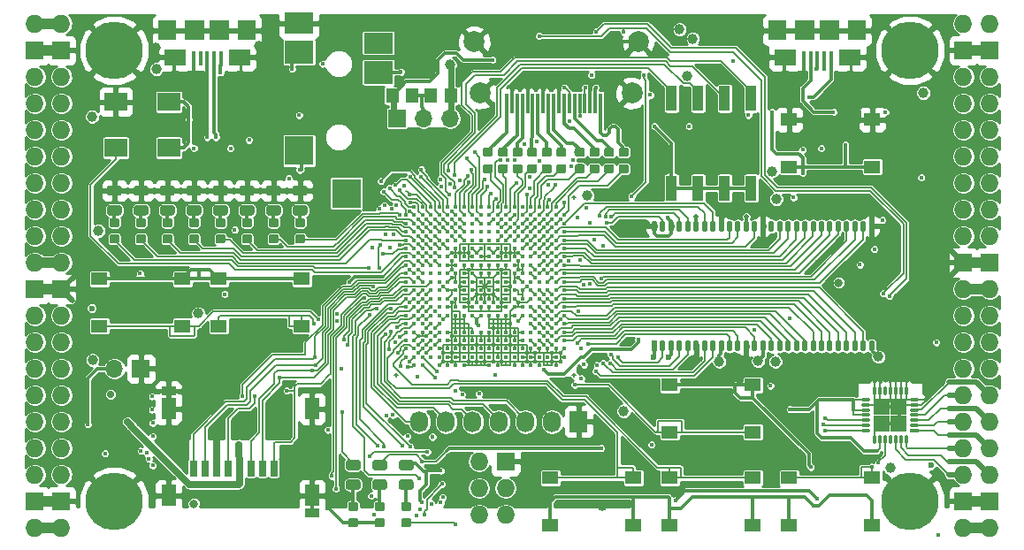
<source format=gtl>
G04 #@! TF.GenerationSoftware,KiCad,Pcbnew,5.0.0+dfsg1-2*
G04 #@! TF.CreationDate,2018-09-16T12:13:25+02:00*
G04 #@! TF.ProjectId,ulx3s,756C7833732E6B696361645F70636200,rev?*
G04 #@! TF.SameCoordinates,Original*
G04 #@! TF.FileFunction,Copper,L1,Top,Signal*
G04 #@! TF.FilePolarity,Positive*
%FSLAX46Y46*%
G04 Gerber Fmt 4.6, Leading zero omitted, Abs format (unit mm)*
G04 Created by KiCad (PCBNEW 5.0.0+dfsg1-2) date Sun Sep 16 12:13:25 2018*
%MOMM*%
%LPD*%
G01*
G04 APERTURE LIST*
G04 #@! TA.AperFunction,BGAPad,CuDef*
%ADD10C,0.400000*%
G04 #@! TD*
G04 #@! TA.AperFunction,SMDPad,CuDef*
%ADD11O,0.127000X0.508000*%
G04 #@! TD*
G04 #@! TA.AperFunction,SMDPad,CuDef*
%ADD12O,0.508000X0.127000*%
G04 #@! TD*
G04 #@! TA.AperFunction,SMDPad,CuDef*
%ADD13R,1.625000X1.625000*%
G04 #@! TD*
G04 #@! TA.AperFunction,SMDPad,CuDef*
%ADD14O,0.300000X0.950000*%
G04 #@! TD*
G04 #@! TA.AperFunction,SMDPad,CuDef*
%ADD15O,0.950000X0.300000*%
G04 #@! TD*
G04 #@! TA.AperFunction,SMDPad,CuDef*
%ADD16R,0.950000X0.300000*%
G04 #@! TD*
G04 #@! TA.AperFunction,Conductor*
%ADD17C,0.100000*%
G04 #@! TD*
G04 #@! TA.AperFunction,SMDPad,CuDef*
%ADD18C,0.875000*%
G04 #@! TD*
G04 #@! TA.AperFunction,SMDPad,CuDef*
%ADD19C,0.975000*%
G04 #@! TD*
G04 #@! TA.AperFunction,SMDPad,CuDef*
%ADD20O,0.560000X1.100000*%
G04 #@! TD*
G04 #@! TA.AperFunction,SMDPad,CuDef*
%ADD21R,0.560000X1.100000*%
G04 #@! TD*
G04 #@! TA.AperFunction,SMDPad,CuDef*
%ADD22R,1.120000X2.440000*%
G04 #@! TD*
G04 #@! TA.AperFunction,SMDPad,CuDef*
%ADD23R,1.800000X1.900000*%
G04 #@! TD*
G04 #@! TA.AperFunction,SMDPad,CuDef*
%ADD24R,0.400000X1.350000*%
G04 #@! TD*
G04 #@! TA.AperFunction,SMDPad,CuDef*
%ADD25R,1.900000X1.900000*%
G04 #@! TD*
G04 #@! TA.AperFunction,SMDPad,CuDef*
%ADD26R,2.100000X1.600000*%
G04 #@! TD*
G04 #@! TA.AperFunction,SMDPad,CuDef*
%ADD27R,2.800000X2.000000*%
G04 #@! TD*
G04 #@! TA.AperFunction,SMDPad,CuDef*
%ADD28R,2.800000X2.200000*%
G04 #@! TD*
G04 #@! TA.AperFunction,SMDPad,CuDef*
%ADD29R,2.800000X2.800000*%
G04 #@! TD*
G04 #@! TA.AperFunction,SMDPad,CuDef*
%ADD30R,0.300000X1.900000*%
G04 #@! TD*
G04 #@! TA.AperFunction,ComponentPad*
%ADD31C,2.000000*%
G04 #@! TD*
G04 #@! TA.AperFunction,SMDPad,CuDef*
%ADD32R,0.700000X1.500000*%
G04 #@! TD*
G04 #@! TA.AperFunction,SMDPad,CuDef*
%ADD33R,1.450000X0.900000*%
G04 #@! TD*
G04 #@! TA.AperFunction,SMDPad,CuDef*
%ADD34R,1.450000X2.000000*%
G04 #@! TD*
G04 #@! TA.AperFunction,SMDPad,CuDef*
%ADD35R,2.200000X1.800000*%
G04 #@! TD*
G04 #@! TA.AperFunction,ComponentPad*
%ADD36R,1.727200X2.032000*%
G04 #@! TD*
G04 #@! TA.AperFunction,ComponentPad*
%ADD37O,1.727200X2.032000*%
G04 #@! TD*
G04 #@! TA.AperFunction,ComponentPad*
%ADD38O,1.727200X1.727200*%
G04 #@! TD*
G04 #@! TA.AperFunction,ComponentPad*
%ADD39R,1.727200X1.727200*%
G04 #@! TD*
G04 #@! TA.AperFunction,ComponentPad*
%ADD40C,5.500000*%
G04 #@! TD*
G04 #@! TA.AperFunction,ComponentPad*
%ADD41R,1.700000X1.700000*%
G04 #@! TD*
G04 #@! TA.AperFunction,ComponentPad*
%ADD42O,1.700000X1.700000*%
G04 #@! TD*
G04 #@! TA.AperFunction,SMDPad,CuDef*
%ADD43R,1.295000X1.400000*%
G04 #@! TD*
G04 #@! TA.AperFunction,SMDPad,CuDef*
%ADD44R,1.550000X1.300000*%
G04 #@! TD*
G04 #@! TA.AperFunction,ViaPad*
%ADD45C,2.000000*%
G04 #@! TD*
G04 #@! TA.AperFunction,ViaPad*
%ADD46C,0.419000*%
G04 #@! TD*
G04 #@! TA.AperFunction,ViaPad*
%ADD47C,1.000000*%
G04 #@! TD*
G04 #@! TA.AperFunction,ViaPad*
%ADD48C,0.600000*%
G04 #@! TD*
G04 #@! TA.AperFunction,ViaPad*
%ADD49C,0.800000*%
G04 #@! TD*
G04 #@! TA.AperFunction,ViaPad*
%ADD50C,0.500000*%
G04 #@! TD*
G04 #@! TA.AperFunction,ViaPad*
%ADD51C,0.700000*%
G04 #@! TD*
G04 #@! TA.AperFunction,ViaPad*
%ADD52C,0.454000*%
G04 #@! TD*
G04 #@! TA.AperFunction,Conductor*
%ADD53C,0.300000*%
G04 #@! TD*
G04 #@! TA.AperFunction,Conductor*
%ADD54C,0.127000*%
G04 #@! TD*
G04 #@! TA.AperFunction,Conductor*
%ADD55C,0.500000*%
G04 #@! TD*
G04 #@! TA.AperFunction,Conductor*
%ADD56C,1.000000*%
G04 #@! TD*
G04 #@! TA.AperFunction,Conductor*
%ADD57C,0.190000*%
G04 #@! TD*
G04 #@! TA.AperFunction,Conductor*
%ADD58C,0.700000*%
G04 #@! TD*
G04 #@! TA.AperFunction,Conductor*
%ADD59C,0.600000*%
G04 #@! TD*
G04 #@! TA.AperFunction,Conductor*
%ADD60C,0.800000*%
G04 #@! TD*
G04 #@! TA.AperFunction,Conductor*
%ADD61C,0.140000*%
G04 #@! TD*
G04 #@! TA.AperFunction,Conductor*
%ADD62C,0.254000*%
G04 #@! TD*
G04 APERTURE END LIST*
D10*
G04 #@! TO.P,U1,Y19*
G04 #@! TO.N,GND*
X145280000Y-95400000D03*
G04 #@! TO.P,U1,Y17*
X143680000Y-95400000D03*
G04 #@! TO.P,U1,Y16*
X142880000Y-95400000D03*
G04 #@! TO.P,U1,Y15*
X142080000Y-95400000D03*
G04 #@! TO.P,U1,Y14*
X141280000Y-95400000D03*
G04 #@! TO.P,U1,Y12*
X139680000Y-95400000D03*
G04 #@! TO.P,U1,Y11*
X138880000Y-95400000D03*
G04 #@! TO.P,U1,Y8*
X136480000Y-95400000D03*
G04 #@! TO.P,U1,Y7*
X135680000Y-95400000D03*
G04 #@! TO.P,U1,Y6*
X134880000Y-95400000D03*
G04 #@! TO.P,U1,Y5*
X134080000Y-95400000D03*
G04 #@! TO.P,U1,Y3*
G04 #@! TO.N,/flash/FPGA_DONE*
X132480000Y-95400000D03*
G04 #@! TO.P,U1,Y2*
G04 #@! TO.N,/flash/FLASH_nWP*
X131680000Y-95400000D03*
G04 #@! TO.P,U1,W20*
G04 #@! TO.N,GND*
X146080000Y-94600000D03*
G04 #@! TO.P,U1,W19*
X145280000Y-94600000D03*
G04 #@! TO.P,U1,W18*
G04 #@! TO.N,N/C*
X144480000Y-94600000D03*
G04 #@! TO.P,U1,W17*
X143680000Y-94600000D03*
G04 #@! TO.P,U1,W16*
G04 #@! TO.N,GND*
X142880000Y-94600000D03*
G04 #@! TO.P,U1,W15*
X142080000Y-94600000D03*
G04 #@! TO.P,U1,W14*
G04 #@! TO.N,N/C*
X141280000Y-94600000D03*
G04 #@! TO.P,U1,W13*
X140480000Y-94600000D03*
G04 #@! TO.P,U1,W12*
G04 #@! TO.N,GND*
X139680000Y-94600000D03*
G04 #@! TO.P,U1,W11*
G04 #@! TO.N,N/C*
X138880000Y-94600000D03*
G04 #@! TO.P,U1,W10*
X138080000Y-94600000D03*
G04 #@! TO.P,U1,W9*
X137280000Y-94600000D03*
G04 #@! TO.P,U1,W8*
X136480000Y-94600000D03*
G04 #@! TO.P,U1,W7*
G04 #@! TO.N,GND*
X135680000Y-94600000D03*
G04 #@! TO.P,U1,W6*
X134880000Y-94600000D03*
G04 #@! TO.P,U1,W5*
G04 #@! TO.N,N/C*
X134080000Y-94600000D03*
G04 #@! TO.P,U1,W4*
X133280000Y-94600000D03*
G04 #@! TO.P,U1,W3*
G04 #@! TO.N,/flash/FPGA_PROGRAMN*
X132480000Y-94600000D03*
G04 #@! TO.P,U1,W2*
G04 #@! TO.N,/flash/FLASH_MOSI*
X131680000Y-94600000D03*
G04 #@! TO.P,U1,W1*
G04 #@! TO.N,/flash/FLASH_nHOLD*
X130880000Y-94600000D03*
G04 #@! TO.P,U1,V20*
G04 #@! TO.N,GND*
X146080000Y-93800000D03*
G04 #@! TO.P,U1,V19*
X145280000Y-93800000D03*
G04 #@! TO.P,U1,V18*
X144480000Y-93800000D03*
G04 #@! TO.P,U1,V17*
X143680000Y-93800000D03*
G04 #@! TO.P,U1,V16*
X142880000Y-93800000D03*
G04 #@! TO.P,U1,V15*
X142080000Y-93800000D03*
G04 #@! TO.P,U1,V14*
X141280000Y-93800000D03*
G04 #@! TO.P,U1,V13*
X140480000Y-93800000D03*
G04 #@! TO.P,U1,V12*
X139680000Y-93800000D03*
G04 #@! TO.P,U1,V11*
X138880000Y-93800000D03*
G04 #@! TO.P,U1,V10*
X138080000Y-93800000D03*
G04 #@! TO.P,U1,V9*
X137280000Y-93800000D03*
G04 #@! TO.P,U1,V8*
X136480000Y-93800000D03*
G04 #@! TO.P,U1,V7*
X135680000Y-93800000D03*
G04 #@! TO.P,U1,V6*
X134880000Y-93800000D03*
G04 #@! TO.P,U1,V5*
X134080000Y-93800000D03*
G04 #@! TO.P,U1,V4*
G04 #@! TO.N,JTAG_TDO*
X133280000Y-93800000D03*
G04 #@! TO.P,U1,V3*
G04 #@! TO.N,/flash/FPGA_INITN*
X132480000Y-93800000D03*
G04 #@! TO.P,U1,V2*
G04 #@! TO.N,/flash/FLASH_MISO*
X131680000Y-93800000D03*
G04 #@! TO.P,U1,V1*
G04 #@! TO.N,BTN_D*
X130880000Y-93800000D03*
G04 #@! TO.P,U1,U20*
G04 #@! TO.N,SDRAM_D7*
X146080000Y-93000000D03*
G04 #@! TO.P,U1,U19*
G04 #@! TO.N,SDRAM_DQM0*
X145280000Y-93000000D03*
G04 #@! TO.P,U1,U18*
G04 #@! TO.N,GP14*
X144480000Y-93000000D03*
G04 #@! TO.P,U1,U17*
G04 #@! TO.N,GN14*
X143680000Y-93000000D03*
G04 #@! TO.P,U1,U16*
G04 #@! TO.N,ADC_MISO*
X142880000Y-93000000D03*
G04 #@! TO.P,U1,U15*
G04 #@! TO.N,GND*
X142080000Y-93000000D03*
G04 #@! TO.P,U1,U14*
X141280000Y-93000000D03*
G04 #@! TO.P,U1,U13*
X140480000Y-93000000D03*
G04 #@! TO.P,U1,U12*
X139680000Y-93000000D03*
G04 #@! TO.P,U1,U11*
X138880000Y-93000000D03*
G04 #@! TO.P,U1,U10*
X138080000Y-93000000D03*
G04 #@! TO.P,U1,U9*
X137280000Y-93000000D03*
G04 #@! TO.P,U1,U8*
X136480000Y-93000000D03*
G04 #@! TO.P,U1,U7*
X135680000Y-93000000D03*
G04 #@! TO.P,U1,U6*
X134880000Y-93000000D03*
G04 #@! TO.P,U1,U5*
G04 #@! TO.N,JTAG_TMS*
X134080000Y-93000000D03*
G04 #@! TO.P,U1,U4*
G04 #@! TO.N,GND*
X133280000Y-93000000D03*
G04 #@! TO.P,U1,U3*
G04 #@! TO.N,/flash/FLASH_SCK*
X132480000Y-93000000D03*
G04 #@! TO.P,U1,U2*
G04 #@! TO.N,+3V3*
X131680000Y-93000000D03*
G04 #@! TO.P,U1,U1*
G04 #@! TO.N,BTN_L*
X130880000Y-93000000D03*
G04 #@! TO.P,U1,T20*
G04 #@! TO.N,SDRAM_nWE*
X146080000Y-92200000D03*
G04 #@! TO.P,U1,T19*
G04 #@! TO.N,SDRAM_nCAS*
X145280000Y-92200000D03*
G04 #@! TO.P,U1,T18*
G04 #@! TO.N,SDRAM_D5*
X144480000Y-92200000D03*
G04 #@! TO.P,U1,T17*
G04 #@! TO.N,SDRAM_D6*
X143680000Y-92200000D03*
G04 #@! TO.P,U1,T16*
G04 #@! TO.N,N/C*
X142880000Y-92200000D03*
G04 #@! TO.P,U1,T15*
G04 #@! TO.N,GND*
X142080000Y-92200000D03*
G04 #@! TO.P,U1,T14*
X141280000Y-92200000D03*
G04 #@! TO.P,U1,T13*
X140480000Y-92200000D03*
G04 #@! TO.P,U1,T12*
X139680000Y-92200000D03*
G04 #@! TO.P,U1,T11*
X138880000Y-92200000D03*
G04 #@! TO.P,U1,T10*
X138080000Y-92200000D03*
G04 #@! TO.P,U1,T9*
X137280000Y-92200000D03*
G04 #@! TO.P,U1,T8*
X136480000Y-92200000D03*
G04 #@! TO.P,U1,T7*
X135680000Y-92200000D03*
G04 #@! TO.P,U1,T6*
X134880000Y-92200000D03*
G04 #@! TO.P,U1,T5*
G04 #@! TO.N,JTAG_TCK*
X134080000Y-92200000D03*
G04 #@! TO.P,U1,T4*
G04 #@! TO.N,+3V3*
X133280000Y-92200000D03*
G04 #@! TO.P,U1,T3*
X132480000Y-92200000D03*
G04 #@! TO.P,U1,T2*
X131680000Y-92200000D03*
G04 #@! TO.P,U1,T1*
G04 #@! TO.N,BTN_F2*
X130880000Y-92200000D03*
G04 #@! TO.P,U1,R20*
G04 #@! TO.N,SDRAM_nRAS*
X146080000Y-91400000D03*
G04 #@! TO.P,U1,R19*
G04 #@! TO.N,GND*
X145280000Y-91400000D03*
G04 #@! TO.P,U1,R18*
G04 #@! TO.N,BTN_U*
X144480000Y-91400000D03*
G04 #@! TO.P,U1,R17*
G04 #@! TO.N,ADC_CSn*
X143680000Y-91400000D03*
G04 #@! TO.P,U1,R16*
G04 #@! TO.N,ADC_MOSI*
X142880000Y-91400000D03*
G04 #@! TO.P,U1,R5*
G04 #@! TO.N,JTAG_TDI*
X134080000Y-91400000D03*
G04 #@! TO.P,U1,R4*
G04 #@! TO.N,GND*
X133280000Y-91400000D03*
G04 #@! TO.P,U1,R3*
G04 #@! TO.N,N/C*
X132480000Y-91400000D03*
G04 #@! TO.P,U1,R2*
G04 #@! TO.N,/flash/FLASH_nCS*
X131680000Y-91400000D03*
G04 #@! TO.P,U1,R1*
G04 #@! TO.N,BTN_F1*
X130880000Y-91400000D03*
G04 #@! TO.P,U1,P20*
G04 #@! TO.N,SDRAM_nCS*
X146080000Y-90600000D03*
G04 #@! TO.P,U1,P19*
G04 #@! TO.N,SDRAM_BA0*
X145280000Y-90600000D03*
G04 #@! TO.P,U1,P18*
G04 #@! TO.N,SDRAM_D4*
X144480000Y-90600000D03*
G04 #@! TO.P,U1,P17*
G04 #@! TO.N,ADC_SCLK*
X143680000Y-90600000D03*
G04 #@! TO.P,U1,P16*
G04 #@! TO.N,GN15*
X142880000Y-90600000D03*
G04 #@! TO.P,U1,P15*
G04 #@! TO.N,+2V5*
X142080000Y-90600000D03*
G04 #@! TO.P,U1,P14*
G04 #@! TO.N,GND*
X141280000Y-90600000D03*
G04 #@! TO.P,U1,P13*
X140480000Y-90600000D03*
G04 #@! TO.P,U1,P12*
X139680000Y-90600000D03*
G04 #@! TO.P,U1,P11*
X138880000Y-90600000D03*
G04 #@! TO.P,U1,P10*
G04 #@! TO.N,+3V3*
X138080000Y-90600000D03*
G04 #@! TO.P,U1,P9*
X137280000Y-90600000D03*
G04 #@! TO.P,U1,P8*
G04 #@! TO.N,GND*
X136480000Y-90600000D03*
G04 #@! TO.P,U1,P7*
X135680000Y-90600000D03*
G04 #@! TO.P,U1,P6*
G04 #@! TO.N,+2V5*
X134880000Y-90600000D03*
G04 #@! TO.P,U1,P5*
G04 #@! TO.N,N/C*
X134080000Y-90600000D03*
G04 #@! TO.P,U1,P4*
G04 #@! TO.N,OLED_CLK*
X133280000Y-90600000D03*
G04 #@! TO.P,U1,P3*
G04 #@! TO.N,OLED_MOSI*
X132480000Y-90600000D03*
G04 #@! TO.P,U1,P2*
G04 #@! TO.N,OLED_RES*
X131680000Y-90600000D03*
G04 #@! TO.P,U1,P1*
G04 #@! TO.N,OLED_DC*
X130880000Y-90600000D03*
G04 #@! TO.P,U1,N20*
G04 #@! TO.N,SDRAM_BA1*
X146080000Y-89800000D03*
G04 #@! TO.P,U1,N19*
G04 #@! TO.N,SDRAM_A10*
X145280000Y-89800000D03*
G04 #@! TO.P,U1,N18*
G04 #@! TO.N,SDRAM_D3*
X144480000Y-89800000D03*
G04 #@! TO.P,U1,N17*
G04 #@! TO.N,GP15*
X143680000Y-89800000D03*
G04 #@! TO.P,U1,N16*
G04 #@! TO.N,GP16*
X142880000Y-89800000D03*
G04 #@! TO.P,U1,N15*
G04 #@! TO.N,GND*
X142080000Y-89800000D03*
G04 #@! TO.P,U1,N14*
X141280000Y-89800000D03*
G04 #@! TO.P,U1,N13*
G04 #@! TO.N,+1V1*
X140480000Y-89800000D03*
G04 #@! TO.P,U1,N12*
X139680000Y-89800000D03*
G04 #@! TO.P,U1,N11*
X138880000Y-89800000D03*
G04 #@! TO.P,U1,N10*
X138080000Y-89800000D03*
G04 #@! TO.P,U1,N9*
X137280000Y-89800000D03*
G04 #@! TO.P,U1,N8*
X136480000Y-89800000D03*
G04 #@! TO.P,U1,N7*
G04 #@! TO.N,GND*
X135680000Y-89800000D03*
G04 #@! TO.P,U1,N6*
X134880000Y-89800000D03*
G04 #@! TO.P,U1,N5*
G04 #@! TO.N,N/C*
X134080000Y-89800000D03*
G04 #@! TO.P,U1,N4*
G04 #@! TO.N,WIFI_GPIO5*
X133280000Y-89800000D03*
G04 #@! TO.P,U1,N3*
G04 #@! TO.N,WIFI_GPIO17*
X132480000Y-89800000D03*
G04 #@! TO.P,U1,N2*
G04 #@! TO.N,OLED_CS*
X131680000Y-89800000D03*
G04 #@! TO.P,U1,N1*
G04 #@! TO.N,FTDI_nDTR*
X130880000Y-89800000D03*
G04 #@! TO.P,U1,M20*
G04 #@! TO.N,SDRAM_A0*
X146080000Y-89000000D03*
G04 #@! TO.P,U1,M19*
G04 #@! TO.N,SDRAM_A1*
X145280000Y-89000000D03*
G04 #@! TO.P,U1,M18*
G04 #@! TO.N,SDRAM_D2*
X144480000Y-89000000D03*
G04 #@! TO.P,U1,M17*
G04 #@! TO.N,GN16*
X143680000Y-89000000D03*
G04 #@! TO.P,U1,M16*
G04 #@! TO.N,GND*
X142880000Y-89000000D03*
G04 #@! TO.P,U1,M15*
G04 #@! TO.N,+3V3*
X142080000Y-89000000D03*
G04 #@! TO.P,U1,M14*
G04 #@! TO.N,GND*
X141280000Y-89000000D03*
G04 #@! TO.P,U1,M13*
G04 #@! TO.N,+1V1*
X140480000Y-89000000D03*
G04 #@! TO.P,U1,M12*
G04 #@! TO.N,GND*
X139680000Y-89000000D03*
G04 #@! TO.P,U1,M11*
X138880000Y-89000000D03*
G04 #@! TO.P,U1,M10*
X138080000Y-89000000D03*
G04 #@! TO.P,U1,M9*
X137280000Y-89000000D03*
G04 #@! TO.P,U1,M8*
G04 #@! TO.N,+1V1*
X136480000Y-89000000D03*
G04 #@! TO.P,U1,M7*
G04 #@! TO.N,GND*
X135680000Y-89000000D03*
G04 #@! TO.P,U1,M6*
G04 #@! TO.N,+3V3*
X134880000Y-89000000D03*
G04 #@! TO.P,U1,M5*
G04 #@! TO.N,N/C*
X134080000Y-89000000D03*
G04 #@! TO.P,U1,M4*
G04 #@! TO.N,USER_PROGRAMN*
X133280000Y-89000000D03*
G04 #@! TO.P,U1,M3*
G04 #@! TO.N,FTDI_nRTS*
X132480000Y-89000000D03*
G04 #@! TO.P,U1,M2*
G04 #@! TO.N,GND*
X131680000Y-89000000D03*
G04 #@! TO.P,U1,M1*
G04 #@! TO.N,FTDI_TXD*
X130880000Y-89000000D03*
G04 #@! TO.P,U1,L20*
G04 #@! TO.N,SDRAM_A2*
X146080000Y-88200000D03*
G04 #@! TO.P,U1,L19*
G04 #@! TO.N,SDRAM_A3*
X145280000Y-88200000D03*
G04 #@! TO.P,U1,L18*
G04 #@! TO.N,SDRAM_D1*
X144480000Y-88200000D03*
G04 #@! TO.P,U1,L17*
G04 #@! TO.N,GN17*
X143680000Y-88200000D03*
G04 #@! TO.P,U1,L16*
G04 #@! TO.N,GP17*
X142880000Y-88200000D03*
G04 #@! TO.P,U1,L15*
G04 #@! TO.N,+3V3*
X142080000Y-88200000D03*
G04 #@! TO.P,U1,L14*
X141280000Y-88200000D03*
G04 #@! TO.P,U1,L13*
G04 #@! TO.N,+1V1*
X140480000Y-88200000D03*
G04 #@! TO.P,U1,L12*
G04 #@! TO.N,GND*
X139680000Y-88200000D03*
G04 #@! TO.P,U1,L11*
X138880000Y-88200000D03*
G04 #@! TO.P,U1,L10*
X138080000Y-88200000D03*
G04 #@! TO.P,U1,L9*
X137280000Y-88200000D03*
G04 #@! TO.P,U1,L8*
G04 #@! TO.N,+1V1*
X136480000Y-88200000D03*
G04 #@! TO.P,U1,L7*
G04 #@! TO.N,+3V3*
X135680000Y-88200000D03*
G04 #@! TO.P,U1,L6*
X134880000Y-88200000D03*
G04 #@! TO.P,U1,L5*
G04 #@! TO.N,N/C*
X134080000Y-88200000D03*
G04 #@! TO.P,U1,L4*
G04 #@! TO.N,FTDI_RXD*
X133280000Y-88200000D03*
G04 #@! TO.P,U1,L3*
G04 #@! TO.N,FTDI_TXDEN*
X132480000Y-88200000D03*
G04 #@! TO.P,U1,L2*
G04 #@! TO.N,WIFI_GPIO0*
X131680000Y-88200000D03*
G04 #@! TO.P,U1,L1*
G04 #@! TO.N,WIFI_GPIO16*
X130880000Y-88200000D03*
G04 #@! TO.P,U1,K20*
G04 #@! TO.N,SDRAM_A4*
X146080000Y-87400000D03*
G04 #@! TO.P,U1,K19*
G04 #@! TO.N,SDRAM_A5*
X145280000Y-87400000D03*
G04 #@! TO.P,U1,K18*
G04 #@! TO.N,SDRAM_A6*
X144480000Y-87400000D03*
G04 #@! TO.P,U1,K17*
G04 #@! TO.N,N/C*
X143680000Y-87400000D03*
G04 #@! TO.P,U1,K16*
X142880000Y-87400000D03*
G04 #@! TO.P,U1,K15*
G04 #@! TO.N,GND*
X142080000Y-87400000D03*
G04 #@! TO.P,U1,K14*
X141280000Y-87400000D03*
G04 #@! TO.P,U1,K13*
G04 #@! TO.N,+1V1*
X140480000Y-87400000D03*
G04 #@! TO.P,U1,K12*
G04 #@! TO.N,GND*
X139680000Y-87400000D03*
G04 #@! TO.P,U1,K11*
X138880000Y-87400000D03*
G04 #@! TO.P,U1,K10*
X138080000Y-87400000D03*
G04 #@! TO.P,U1,K9*
X137280000Y-87400000D03*
G04 #@! TO.P,U1,K8*
G04 #@! TO.N,+1V1*
X136480000Y-87400000D03*
G04 #@! TO.P,U1,K7*
G04 #@! TO.N,GND*
X135680000Y-87400000D03*
G04 #@! TO.P,U1,K6*
X134880000Y-87400000D03*
G04 #@! TO.P,U1,K5*
G04 #@! TO.N,N/C*
X134080000Y-87400000D03*
G04 #@! TO.P,U1,K4*
G04 #@! TO.N,WIFI_TXD*
X133280000Y-87400000D03*
G04 #@! TO.P,U1,K3*
G04 #@! TO.N,WIFI_RXD*
X132480000Y-87400000D03*
G04 #@! TO.P,U1,K2*
G04 #@! TO.N,SD_D3*
X131680000Y-87400000D03*
G04 #@! TO.P,U1,K1*
G04 #@! TO.N,SD_D2*
X130880000Y-87400000D03*
G04 #@! TO.P,U1,J20*
G04 #@! TO.N,SDRAM_A7*
X146080000Y-86600000D03*
G04 #@! TO.P,U1,J19*
G04 #@! TO.N,SDRAM_A8*
X145280000Y-86600000D03*
G04 #@! TO.P,U1,J18*
G04 #@! TO.N,SDRAM_D14*
X144480000Y-86600000D03*
G04 #@! TO.P,U1,J17*
G04 #@! TO.N,SDRAM_D15*
X143680000Y-86600000D03*
G04 #@! TO.P,U1,J16*
G04 #@! TO.N,SDRAM_D0*
X142880000Y-86600000D03*
G04 #@! TO.P,U1,J15*
G04 #@! TO.N,+3V3*
X142080000Y-86600000D03*
G04 #@! TO.P,U1,J14*
G04 #@! TO.N,GND*
X141280000Y-86600000D03*
G04 #@! TO.P,U1,J13*
G04 #@! TO.N,+1V1*
X140480000Y-86600000D03*
G04 #@! TO.P,U1,J12*
G04 #@! TO.N,GND*
X139680000Y-86600000D03*
G04 #@! TO.P,U1,J11*
X138880000Y-86600000D03*
G04 #@! TO.P,U1,J10*
X138080000Y-86600000D03*
G04 #@! TO.P,U1,J9*
X137280000Y-86600000D03*
G04 #@! TO.P,U1,J8*
G04 #@! TO.N,+1V1*
X136480000Y-86600000D03*
G04 #@! TO.P,U1,J7*
G04 #@! TO.N,GND*
X135680000Y-86600000D03*
G04 #@! TO.P,U1,J6*
G04 #@! TO.N,2V5_3V3*
X134880000Y-86600000D03*
G04 #@! TO.P,U1,J5*
G04 #@! TO.N,N/C*
X134080000Y-86600000D03*
G04 #@! TO.P,U1,J4*
X133280000Y-86600000D03*
G04 #@! TO.P,U1,J3*
G04 #@! TO.N,SD_D0*
X132480000Y-86600000D03*
G04 #@! TO.P,U1,J2*
G04 #@! TO.N,GND*
X131680000Y-86600000D03*
G04 #@! TO.P,U1,J1*
G04 #@! TO.N,SD_CMD*
X130880000Y-86600000D03*
G04 #@! TO.P,U1,H20*
G04 #@! TO.N,SDRAM_A9*
X146080000Y-85800000D03*
G04 #@! TO.P,U1,H19*
G04 #@! TO.N,GND*
X145280000Y-85800000D03*
G04 #@! TO.P,U1,H18*
G04 #@! TO.N,GP18*
X144480000Y-85800000D03*
G04 #@! TO.P,U1,H17*
G04 #@! TO.N,GN18*
X143680000Y-85800000D03*
G04 #@! TO.P,U1,H16*
G04 #@! TO.N,BTN_R*
X142880000Y-85800000D03*
G04 #@! TO.P,U1,H15*
G04 #@! TO.N,+3V3*
X142080000Y-85800000D03*
G04 #@! TO.P,U1,H14*
X141280000Y-85800000D03*
G04 #@! TO.P,U1,H13*
G04 #@! TO.N,+1V1*
X140480000Y-85800000D03*
G04 #@! TO.P,U1,H12*
X139680000Y-85800000D03*
G04 #@! TO.P,U1,H11*
X138880000Y-85800000D03*
G04 #@! TO.P,U1,H10*
X138080000Y-85800000D03*
G04 #@! TO.P,U1,H9*
X137280000Y-85800000D03*
G04 #@! TO.P,U1,H8*
X136480000Y-85800000D03*
G04 #@! TO.P,U1,H7*
G04 #@! TO.N,2V5_3V3*
X135680000Y-85800000D03*
G04 #@! TO.P,U1,H6*
X134880000Y-85800000D03*
G04 #@! TO.P,U1,H5*
G04 #@! TO.N,AUDIO_V0*
X134080000Y-85800000D03*
G04 #@! TO.P,U1,H4*
G04 #@! TO.N,GP13*
X133280000Y-85800000D03*
G04 #@! TO.P,U1,H3*
G04 #@! TO.N,LED7*
X132480000Y-85800000D03*
G04 #@! TO.P,U1,H2*
G04 #@! TO.N,SD_CLK*
X131680000Y-85800000D03*
G04 #@! TO.P,U1,H1*
G04 #@! TO.N,SD_D1*
X130880000Y-85800000D03*
G04 #@! TO.P,U1,G20*
G04 #@! TO.N,SDRAM_A11*
X146080000Y-85000000D03*
G04 #@! TO.P,U1,G19*
G04 #@! TO.N,SDRAM_A12*
X145280000Y-85000000D03*
G04 #@! TO.P,U1,G18*
G04 #@! TO.N,GN19*
X144480000Y-85000000D03*
G04 #@! TO.P,U1,G17*
G04 #@! TO.N,GND*
X143680000Y-85000000D03*
G04 #@! TO.P,U1,G16*
G04 #@! TO.N,SHUTDOWN*
X142880000Y-85000000D03*
G04 #@! TO.P,U1,G15*
G04 #@! TO.N,GND*
X142080000Y-85000000D03*
G04 #@! TO.P,U1,G14*
X141280000Y-85000000D03*
G04 #@! TO.P,U1,G13*
X140480000Y-85000000D03*
G04 #@! TO.P,U1,G12*
X139680000Y-85000000D03*
G04 #@! TO.P,U1,G11*
X138880000Y-85000000D03*
G04 #@! TO.P,U1,G10*
X138080000Y-85000000D03*
G04 #@! TO.P,U1,G9*
X137280000Y-85000000D03*
G04 #@! TO.P,U1,G8*
X136480000Y-85000000D03*
G04 #@! TO.P,U1,G7*
X135680000Y-85000000D03*
G04 #@! TO.P,U1,G6*
X134880000Y-85000000D03*
G04 #@! TO.P,U1,G5*
G04 #@! TO.N,GN13*
X134080000Y-85000000D03*
G04 #@! TO.P,U1,G4*
G04 #@! TO.N,GND*
X133280000Y-85000000D03*
G04 #@! TO.P,U1,G3*
G04 #@! TO.N,GP12*
X132480000Y-85000000D03*
G04 #@! TO.P,U1,G2*
G04 #@! TO.N,CLK_25MHz*
X131680000Y-85000000D03*
G04 #@! TO.P,U1,G1*
G04 #@! TO.N,/usb/ANT_433MHz*
X130880000Y-85000000D03*
G04 #@! TO.P,U1,F20*
G04 #@! TO.N,SDRAM_CKE*
X146080000Y-84200000D03*
G04 #@! TO.P,U1,F19*
G04 #@! TO.N,SDRAM_CLK*
X145280000Y-84200000D03*
G04 #@! TO.P,U1,F18*
G04 #@! TO.N,SDRAM_D13*
X144480000Y-84200000D03*
G04 #@! TO.P,U1,F17*
G04 #@! TO.N,GP19*
X143680000Y-84200000D03*
G04 #@! TO.P,U1,F16*
G04 #@! TO.N,USB_FPGA_D-*
X142880000Y-84200000D03*
G04 #@! TO.P,U1,F15*
G04 #@! TO.N,+2V5*
X142080000Y-84200000D03*
G04 #@! TO.P,U1,F14*
G04 #@! TO.N,GND*
X141280000Y-84200000D03*
G04 #@! TO.P,U1,F13*
X140480000Y-84200000D03*
G04 #@! TO.P,U1,F12*
G04 #@! TO.N,+3V3*
X139680000Y-84200000D03*
G04 #@! TO.P,U1,F11*
X138880000Y-84200000D03*
G04 #@! TO.P,U1,F10*
G04 #@! TO.N,2V5_3V3*
X138080000Y-84200000D03*
G04 #@! TO.P,U1,F9*
X137280000Y-84200000D03*
G04 #@! TO.P,U1,F8*
G04 #@! TO.N,GND*
X136480000Y-84200000D03*
G04 #@! TO.P,U1,F7*
X135680000Y-84200000D03*
G04 #@! TO.P,U1,F6*
G04 #@! TO.N,+2V5*
X134880000Y-84200000D03*
G04 #@! TO.P,U1,F5*
G04 #@! TO.N,AUDIO_V2*
X134080000Y-84200000D03*
G04 #@! TO.P,U1,F4*
G04 #@! TO.N,GP11*
X133280000Y-84200000D03*
G04 #@! TO.P,U1,F3*
G04 #@! TO.N,GN12*
X132480000Y-84200000D03*
G04 #@! TO.P,U1,F2*
G04 #@! TO.N,AUDIO_V1*
X131680000Y-84200000D03*
G04 #@! TO.P,U1,F1*
G04 #@! TO.N,WIFI_EN*
X130880000Y-84200000D03*
G04 #@! TO.P,U1,E20*
G04 #@! TO.N,SDRAM_DQM1*
X146080000Y-83400000D03*
G04 #@! TO.P,U1,E19*
G04 #@! TO.N,SDRAM_D8*
X145280000Y-83400000D03*
G04 #@! TO.P,U1,E18*
G04 #@! TO.N,SDRAM_D12*
X144480000Y-83400000D03*
G04 #@! TO.P,U1,E17*
G04 #@! TO.N,GN20*
X143680000Y-83400000D03*
G04 #@! TO.P,U1,E16*
G04 #@! TO.N,USB_FPGA_D+*
X142880000Y-83400000D03*
G04 #@! TO.P,U1,E15*
G04 #@! TO.N,USB_FPGA_D-*
X142080000Y-83400000D03*
G04 #@! TO.P,U1,E14*
G04 #@! TO.N,GN25*
X141280000Y-83400000D03*
G04 #@! TO.P,U1,E13*
G04 #@! TO.N,GN27*
X140480000Y-83400000D03*
G04 #@! TO.P,U1,E12*
G04 #@! TO.N,FPDI_SCL*
X139680000Y-83400000D03*
G04 #@! TO.P,U1,E11*
G04 #@! TO.N,N/C*
X138880000Y-83400000D03*
G04 #@! TO.P,U1,E10*
X138080000Y-83400000D03*
G04 #@! TO.P,U1,E9*
X137280000Y-83400000D03*
G04 #@! TO.P,U1,E8*
G04 #@! TO.N,SW1*
X136480000Y-83400000D03*
G04 #@! TO.P,U1,E7*
G04 #@! TO.N,SW4*
X135680000Y-83400000D03*
G04 #@! TO.P,U1,E6*
G04 #@! TO.N,N/C*
X134880000Y-83400000D03*
G04 #@! TO.P,U1,E5*
G04 #@! TO.N,AUDIO_V3*
X134080000Y-83400000D03*
G04 #@! TO.P,U1,E4*
G04 #@! TO.N,AUDIO_L0*
X133280000Y-83400000D03*
G04 #@! TO.P,U1,E3*
G04 #@! TO.N,GN11*
X132480000Y-83400000D03*
G04 #@! TO.P,U1,E2*
G04 #@! TO.N,LED5*
X131680000Y-83400000D03*
G04 #@! TO.P,U1,E1*
G04 #@! TO.N,LED6*
X130880000Y-83400000D03*
G04 #@! TO.P,U1,D20*
G04 #@! TO.N,SDRAM_D9*
X146080000Y-82600000D03*
G04 #@! TO.P,U1,D19*
G04 #@! TO.N,SDRAM_D10*
X145280000Y-82600000D03*
G04 #@! TO.P,U1,D18*
G04 #@! TO.N,GP20*
X144480000Y-82600000D03*
G04 #@! TO.P,U1,D17*
G04 #@! TO.N,GN21*
X143680000Y-82600000D03*
G04 #@! TO.P,U1,D16*
G04 #@! TO.N,GN24*
X142880000Y-82600000D03*
G04 #@! TO.P,U1,D15*
G04 #@! TO.N,USB_FPGA_D+*
X142080000Y-82600000D03*
G04 #@! TO.P,U1,D14*
G04 #@! TO.N,GP25*
X141280000Y-82600000D03*
G04 #@! TO.P,U1,D13*
G04 #@! TO.N,GP27*
X140480000Y-82600000D03*
G04 #@! TO.P,U1,D12*
G04 #@! TO.N,N/C*
X139680000Y-82600000D03*
G04 #@! TO.P,U1,D11*
X138880000Y-82600000D03*
G04 #@! TO.P,U1,D10*
X138080000Y-82600000D03*
G04 #@! TO.P,U1,D9*
X137280000Y-82600000D03*
G04 #@! TO.P,U1,D8*
G04 #@! TO.N,SW2*
X136480000Y-82600000D03*
G04 #@! TO.P,U1,D7*
G04 #@! TO.N,SW3*
X135680000Y-82600000D03*
G04 #@! TO.P,U1,D6*
G04 #@! TO.N,BTN_PWRn*
X134880000Y-82600000D03*
G04 #@! TO.P,U1,D5*
G04 #@! TO.N,AUDIO_R2*
X134080000Y-82600000D03*
G04 #@! TO.P,U1,D4*
G04 #@! TO.N,GND*
X133280000Y-82600000D03*
G04 #@! TO.P,U1,D3*
G04 #@! TO.N,AUDIO_L1*
X132480000Y-82600000D03*
G04 #@! TO.P,U1,D2*
G04 #@! TO.N,LED3*
X131680000Y-82600000D03*
G04 #@! TO.P,U1,D1*
G04 #@! TO.N,LED4*
X130880000Y-82600000D03*
G04 #@! TO.P,U1,C20*
G04 #@! TO.N,SDRAM_D11*
X146080000Y-81800000D03*
G04 #@! TO.P,U1,C19*
G04 #@! TO.N,GND*
X145280000Y-81800000D03*
G04 #@! TO.P,U1,C18*
G04 #@! TO.N,GP21*
X144480000Y-81800000D03*
G04 #@! TO.P,U1,C17*
G04 #@! TO.N,GN23*
X143680000Y-81800000D03*
G04 #@! TO.P,U1,C16*
G04 #@! TO.N,GP24*
X142880000Y-81800000D03*
G04 #@! TO.P,U1,C15*
G04 #@! TO.N,GN22*
X142080000Y-81800000D03*
G04 #@! TO.P,U1,C14*
G04 #@! TO.N,FPDI_D1-*
X141280000Y-81800000D03*
G04 #@! TO.P,U1,C13*
G04 #@! TO.N,GN26*
X140480000Y-81800000D03*
G04 #@! TO.P,U1,C12*
G04 #@! TO.N,USB_FPGA_PULL_D-*
X139680000Y-81800000D03*
G04 #@! TO.P,U1,C11*
G04 #@! TO.N,GN0*
X138880000Y-81800000D03*
G04 #@! TO.P,U1,C10*
G04 #@! TO.N,GN3*
X138080000Y-81800000D03*
G04 #@! TO.P,U1,C9*
G04 #@! TO.N,N/C*
X137280000Y-81800000D03*
G04 #@! TO.P,U1,C8*
G04 #@! TO.N,GP5*
X136480000Y-81800000D03*
G04 #@! TO.P,U1,C7*
G04 #@! TO.N,GN6*
X135680000Y-81800000D03*
G04 #@! TO.P,U1,C6*
G04 #@! TO.N,GP6*
X134880000Y-81800000D03*
G04 #@! TO.P,U1,C5*
G04 #@! TO.N,AUDIO_R3*
X134080000Y-81800000D03*
G04 #@! TO.P,U1,C4*
G04 #@! TO.N,GP10*
X133280000Y-81800000D03*
G04 #@! TO.P,U1,C3*
G04 #@! TO.N,AUDIO_L2*
X132480000Y-81800000D03*
G04 #@! TO.P,U1,C2*
G04 #@! TO.N,LED1*
X131680000Y-81800000D03*
G04 #@! TO.P,U1,C1*
G04 #@! TO.N,LED2*
X130880000Y-81800000D03*
G04 #@! TO.P,U1,B20*
G04 #@! TO.N,FPDI_ETH-*
X146080000Y-81000000D03*
G04 #@! TO.P,U1,B19*
G04 #@! TO.N,FPDI_SDA*
X145280000Y-81000000D03*
G04 #@! TO.P,U1,B18*
G04 #@! TO.N,FPDI_CLK-*
X144480000Y-81000000D03*
G04 #@! TO.P,U1,B17*
G04 #@! TO.N,GP23*
X143680000Y-81000000D03*
G04 #@! TO.P,U1,B16*
G04 #@! TO.N,FPDI_D0-*
X142880000Y-81000000D03*
G04 #@! TO.P,U1,B15*
G04 #@! TO.N,GP22*
X142080000Y-81000000D03*
G04 #@! TO.P,U1,B14*
G04 #@! TO.N,GND*
X141280000Y-81000000D03*
G04 #@! TO.P,U1,B13*
G04 #@! TO.N,GP26*
X140480000Y-81000000D03*
G04 #@! TO.P,U1,B12*
G04 #@! TO.N,USB_FPGA_PULL_D+*
X139680000Y-81000000D03*
G04 #@! TO.P,U1,B11*
G04 #@! TO.N,GP0*
X138880000Y-81000000D03*
G04 #@! TO.P,U1,B10*
G04 #@! TO.N,GN2*
X138080000Y-81000000D03*
G04 #@! TO.P,U1,B9*
G04 #@! TO.N,GP3*
X137280000Y-81000000D03*
G04 #@! TO.P,U1,B8*
G04 #@! TO.N,GN5*
X136480000Y-81000000D03*
G04 #@! TO.P,U1,B7*
G04 #@! TO.N,GND*
X135680000Y-81000000D03*
G04 #@! TO.P,U1,B6*
G04 #@! TO.N,GN7*
X134880000Y-81000000D03*
G04 #@! TO.P,U1,B5*
G04 #@! TO.N,AUDIO_R1*
X134080000Y-81000000D03*
G04 #@! TO.P,U1,B4*
G04 #@! TO.N,GN10*
X133280000Y-81000000D03*
G04 #@! TO.P,U1,B3*
G04 #@! TO.N,AUDIO_L3*
X132480000Y-81000000D03*
G04 #@! TO.P,U1,B2*
G04 #@! TO.N,LED0*
X131680000Y-81000000D03*
G04 #@! TO.P,U1,B1*
G04 #@! TO.N,GN9*
X130880000Y-81000000D03*
G04 #@! TO.P,U1,A19*
G04 #@! TO.N,FPDI_ETH+*
X145280000Y-80200000D03*
G04 #@! TO.P,U1,A18*
G04 #@! TO.N,/gpdi/FPDI_CEC*
X144480000Y-80200000D03*
G04 #@! TO.P,U1,A17*
G04 #@! TO.N,FPDI_CLK+*
X143680000Y-80200000D03*
G04 #@! TO.P,U1,A16*
G04 #@! TO.N,FPDI_D0+*
X142880000Y-80200000D03*
G04 #@! TO.P,U1,A15*
G04 #@! TO.N,N/C*
X142080000Y-80200000D03*
G04 #@! TO.P,U1,A14*
G04 #@! TO.N,FPDI_D1+*
X141280000Y-80200000D03*
G04 #@! TO.P,U1,A13*
G04 #@! TO.N,FPDI_D2-*
X140480000Y-80200000D03*
G04 #@! TO.P,U1,A12*
G04 #@! TO.N,FPDI_D2+*
X139680000Y-80200000D03*
G04 #@! TO.P,U1,A11*
G04 #@! TO.N,GN1*
X138880000Y-80200000D03*
G04 #@! TO.P,U1,A10*
G04 #@! TO.N,GP1*
X138080000Y-80200000D03*
G04 #@! TO.P,U1,A9*
G04 #@! TO.N,GP2*
X137280000Y-80200000D03*
G04 #@! TO.P,U1,A8*
G04 #@! TO.N,GN4*
X136480000Y-80200000D03*
G04 #@! TO.P,U1,A7*
G04 #@! TO.N,GP4*
X135680000Y-80200000D03*
G04 #@! TO.P,U1,A6*
G04 #@! TO.N,GP7*
X134880000Y-80200000D03*
G04 #@! TO.P,U1,A5*
G04 #@! TO.N,GN8*
X134080000Y-80200000D03*
G04 #@! TO.P,U1,A4*
G04 #@! TO.N,GP8*
X133280000Y-80200000D03*
G04 #@! TO.P,U1,A3*
G04 #@! TO.N,AUDIO_R0*
X132480000Y-80200000D03*
G04 #@! TO.P,U1,A2*
G04 #@! TO.N,GP9*
X131680000Y-80200000D03*
D11*
G04 #@! TO.P,U1,X*
G04 #@! TO.N,N/C*
X146980000Y-79300000D03*
D12*
X146980000Y-79300000D03*
D11*
X129980000Y-96300000D03*
D12*
X129980000Y-96300000D03*
X146980000Y-96300000D03*
D11*
X146980000Y-96300000D03*
G04 #@! TD*
D13*
G04 #@! TO.P,U8,29*
G04 #@! TO.N,GND*
X178097500Y-100967500D03*
X178097500Y-99342500D03*
X176472500Y-100967500D03*
X176472500Y-99342500D03*
D14*
G04 #@! TO.P,U8,28*
G04 #@! TO.N,GN15*
X178785000Y-102495000D03*
G04 #@! TO.P,U8,27*
G04 #@! TO.N,GP14*
X178285000Y-102495000D03*
G04 #@! TO.P,U8,26*
G04 #@! TO.N,GN14*
X177785000Y-102495000D03*
G04 #@! TO.P,U8,25*
G04 #@! TO.N,N/C*
X177285000Y-102495000D03*
G04 #@! TO.P,U8,24*
G04 #@! TO.N,ADC_MISO*
X176785000Y-102495000D03*
G04 #@! TO.P,U8,23*
G04 #@! TO.N,/analog/ADC3V3*
X176285000Y-102495000D03*
G04 #@! TO.P,U8,22*
G04 #@! TO.N,GND*
X175785000Y-102495000D03*
D15*
G04 #@! TO.P,U8,21*
G04 #@! TO.N,ADC_MOSI*
X174945000Y-101655000D03*
G04 #@! TO.P,U8,20*
G04 #@! TO.N,ADC_CSn*
X174945000Y-101155000D03*
G04 #@! TO.P,U8,19*
G04 #@! TO.N,ADC_SCLK*
X174945000Y-100655000D03*
G04 #@! TO.P,U8,18*
G04 #@! TO.N,/analog/ADC3V3*
X174945000Y-100155000D03*
G04 #@! TO.P,U8,17*
X174945000Y-99655000D03*
G04 #@! TO.P,U8,16*
G04 #@! TO.N,GND*
X174945000Y-99155000D03*
G04 #@! TO.P,U8,15*
G04 #@! TO.N,/analog/ADC3V3*
X174945000Y-98655000D03*
D14*
G04 #@! TO.P,U8,14*
G04 #@! TO.N,GND*
X175785000Y-97815000D03*
G04 #@! TO.P,U8,13*
X176285000Y-97815000D03*
G04 #@! TO.P,U8,12*
G04 #@! TO.N,N/C*
X176785000Y-97815000D03*
G04 #@! TO.P,U8,11*
G04 #@! TO.N,GND*
X177285000Y-97815000D03*
G04 #@! TO.P,U8,10*
X177785000Y-97815000D03*
G04 #@! TO.P,U8,9*
X178285000Y-97815000D03*
G04 #@! TO.P,U8,8*
X178785000Y-97815000D03*
D15*
G04 #@! TO.P,U8,7*
X179625000Y-98655000D03*
G04 #@! TO.P,U8,6*
X179625000Y-99155000D03*
G04 #@! TO.P,U8,5*
G04 #@! TO.N,GP17*
X179625000Y-99655000D03*
G04 #@! TO.P,U8,4*
G04 #@! TO.N,GN17*
X179625000Y-100155000D03*
G04 #@! TO.P,U8,3*
G04 #@! TO.N,GP16*
X179625000Y-100655000D03*
G04 #@! TO.P,U8,2*
G04 #@! TO.N,GN16*
X179625000Y-101155000D03*
D16*
G04 #@! TO.P,U8,1*
G04 #@! TO.N,GP15*
X179625000Y-101655000D03*
G04 #@! TD*
D17*
G04 #@! TO.N,/gpdi/GPDI_ETH-*
G04 #@! TO.C,C37*
G36*
X152035691Y-74547053D02*
X152056926Y-74550203D01*
X152077750Y-74555419D01*
X152097962Y-74562651D01*
X152117368Y-74571830D01*
X152135781Y-74582866D01*
X152153024Y-74595654D01*
X152168930Y-74610070D01*
X152183346Y-74625976D01*
X152196134Y-74643219D01*
X152207170Y-74661632D01*
X152216349Y-74681038D01*
X152223581Y-74701250D01*
X152228797Y-74722074D01*
X152231947Y-74743309D01*
X152233000Y-74764750D01*
X152233000Y-75202250D01*
X152231947Y-75223691D01*
X152228797Y-75244926D01*
X152223581Y-75265750D01*
X152216349Y-75285962D01*
X152207170Y-75305368D01*
X152196134Y-75323781D01*
X152183346Y-75341024D01*
X152168930Y-75356930D01*
X152153024Y-75371346D01*
X152135781Y-75384134D01*
X152117368Y-75395170D01*
X152097962Y-75404349D01*
X152077750Y-75411581D01*
X152056926Y-75416797D01*
X152035691Y-75419947D01*
X152014250Y-75421000D01*
X151501750Y-75421000D01*
X151480309Y-75419947D01*
X151459074Y-75416797D01*
X151438250Y-75411581D01*
X151418038Y-75404349D01*
X151398632Y-75395170D01*
X151380219Y-75384134D01*
X151362976Y-75371346D01*
X151347070Y-75356930D01*
X151332654Y-75341024D01*
X151319866Y-75323781D01*
X151308830Y-75305368D01*
X151299651Y-75285962D01*
X151292419Y-75265750D01*
X151287203Y-75244926D01*
X151284053Y-75223691D01*
X151283000Y-75202250D01*
X151283000Y-74764750D01*
X151284053Y-74743309D01*
X151287203Y-74722074D01*
X151292419Y-74701250D01*
X151299651Y-74681038D01*
X151308830Y-74661632D01*
X151319866Y-74643219D01*
X151332654Y-74625976D01*
X151347070Y-74610070D01*
X151362976Y-74595654D01*
X151380219Y-74582866D01*
X151398632Y-74571830D01*
X151418038Y-74562651D01*
X151438250Y-74555419D01*
X151459074Y-74550203D01*
X151480309Y-74547053D01*
X151501750Y-74546000D01*
X152014250Y-74546000D01*
X152035691Y-74547053D01*
X152035691Y-74547053D01*
G37*
D18*
G04 #@! TD*
G04 #@! TO.P,C37,2*
G04 #@! TO.N,/gpdi/GPDI_ETH-*
X151758000Y-74983500D03*
D17*
G04 #@! TO.N,FPDI_ETH-*
G04 #@! TO.C,C37*
G36*
X152035691Y-76122053D02*
X152056926Y-76125203D01*
X152077750Y-76130419D01*
X152097962Y-76137651D01*
X152117368Y-76146830D01*
X152135781Y-76157866D01*
X152153024Y-76170654D01*
X152168930Y-76185070D01*
X152183346Y-76200976D01*
X152196134Y-76218219D01*
X152207170Y-76236632D01*
X152216349Y-76256038D01*
X152223581Y-76276250D01*
X152228797Y-76297074D01*
X152231947Y-76318309D01*
X152233000Y-76339750D01*
X152233000Y-76777250D01*
X152231947Y-76798691D01*
X152228797Y-76819926D01*
X152223581Y-76840750D01*
X152216349Y-76860962D01*
X152207170Y-76880368D01*
X152196134Y-76898781D01*
X152183346Y-76916024D01*
X152168930Y-76931930D01*
X152153024Y-76946346D01*
X152135781Y-76959134D01*
X152117368Y-76970170D01*
X152097962Y-76979349D01*
X152077750Y-76986581D01*
X152056926Y-76991797D01*
X152035691Y-76994947D01*
X152014250Y-76996000D01*
X151501750Y-76996000D01*
X151480309Y-76994947D01*
X151459074Y-76991797D01*
X151438250Y-76986581D01*
X151418038Y-76979349D01*
X151398632Y-76970170D01*
X151380219Y-76959134D01*
X151362976Y-76946346D01*
X151347070Y-76931930D01*
X151332654Y-76916024D01*
X151319866Y-76898781D01*
X151308830Y-76880368D01*
X151299651Y-76860962D01*
X151292419Y-76840750D01*
X151287203Y-76819926D01*
X151284053Y-76798691D01*
X151283000Y-76777250D01*
X151283000Y-76339750D01*
X151284053Y-76318309D01*
X151287203Y-76297074D01*
X151292419Y-76276250D01*
X151299651Y-76256038D01*
X151308830Y-76236632D01*
X151319866Y-76218219D01*
X151332654Y-76200976D01*
X151347070Y-76185070D01*
X151362976Y-76170654D01*
X151380219Y-76157866D01*
X151398632Y-76146830D01*
X151418038Y-76137651D01*
X151438250Y-76130419D01*
X151459074Y-76125203D01*
X151480309Y-76122053D01*
X151501750Y-76121000D01*
X152014250Y-76121000D01*
X152035691Y-76122053D01*
X152035691Y-76122053D01*
G37*
D18*
G04 #@! TD*
G04 #@! TO.P,C37,1*
G04 #@! TO.N,FPDI_ETH-*
X151758000Y-76558500D03*
D17*
G04 #@! TO.N,/gpdi/GPDI_ETH+*
G04 #@! TO.C,C36*
G36*
X150638691Y-74547053D02*
X150659926Y-74550203D01*
X150680750Y-74555419D01*
X150700962Y-74562651D01*
X150720368Y-74571830D01*
X150738781Y-74582866D01*
X150756024Y-74595654D01*
X150771930Y-74610070D01*
X150786346Y-74625976D01*
X150799134Y-74643219D01*
X150810170Y-74661632D01*
X150819349Y-74681038D01*
X150826581Y-74701250D01*
X150831797Y-74722074D01*
X150834947Y-74743309D01*
X150836000Y-74764750D01*
X150836000Y-75202250D01*
X150834947Y-75223691D01*
X150831797Y-75244926D01*
X150826581Y-75265750D01*
X150819349Y-75285962D01*
X150810170Y-75305368D01*
X150799134Y-75323781D01*
X150786346Y-75341024D01*
X150771930Y-75356930D01*
X150756024Y-75371346D01*
X150738781Y-75384134D01*
X150720368Y-75395170D01*
X150700962Y-75404349D01*
X150680750Y-75411581D01*
X150659926Y-75416797D01*
X150638691Y-75419947D01*
X150617250Y-75421000D01*
X150104750Y-75421000D01*
X150083309Y-75419947D01*
X150062074Y-75416797D01*
X150041250Y-75411581D01*
X150021038Y-75404349D01*
X150001632Y-75395170D01*
X149983219Y-75384134D01*
X149965976Y-75371346D01*
X149950070Y-75356930D01*
X149935654Y-75341024D01*
X149922866Y-75323781D01*
X149911830Y-75305368D01*
X149902651Y-75285962D01*
X149895419Y-75265750D01*
X149890203Y-75244926D01*
X149887053Y-75223691D01*
X149886000Y-75202250D01*
X149886000Y-74764750D01*
X149887053Y-74743309D01*
X149890203Y-74722074D01*
X149895419Y-74701250D01*
X149902651Y-74681038D01*
X149911830Y-74661632D01*
X149922866Y-74643219D01*
X149935654Y-74625976D01*
X149950070Y-74610070D01*
X149965976Y-74595654D01*
X149983219Y-74582866D01*
X150001632Y-74571830D01*
X150021038Y-74562651D01*
X150041250Y-74555419D01*
X150062074Y-74550203D01*
X150083309Y-74547053D01*
X150104750Y-74546000D01*
X150617250Y-74546000D01*
X150638691Y-74547053D01*
X150638691Y-74547053D01*
G37*
D18*
G04 #@! TD*
G04 #@! TO.P,C36,2*
G04 #@! TO.N,/gpdi/GPDI_ETH+*
X150361000Y-74983500D03*
D17*
G04 #@! TO.N,FPDI_ETH+*
G04 #@! TO.C,C36*
G36*
X150638691Y-76122053D02*
X150659926Y-76125203D01*
X150680750Y-76130419D01*
X150700962Y-76137651D01*
X150720368Y-76146830D01*
X150738781Y-76157866D01*
X150756024Y-76170654D01*
X150771930Y-76185070D01*
X150786346Y-76200976D01*
X150799134Y-76218219D01*
X150810170Y-76236632D01*
X150819349Y-76256038D01*
X150826581Y-76276250D01*
X150831797Y-76297074D01*
X150834947Y-76318309D01*
X150836000Y-76339750D01*
X150836000Y-76777250D01*
X150834947Y-76798691D01*
X150831797Y-76819926D01*
X150826581Y-76840750D01*
X150819349Y-76860962D01*
X150810170Y-76880368D01*
X150799134Y-76898781D01*
X150786346Y-76916024D01*
X150771930Y-76931930D01*
X150756024Y-76946346D01*
X150738781Y-76959134D01*
X150720368Y-76970170D01*
X150700962Y-76979349D01*
X150680750Y-76986581D01*
X150659926Y-76991797D01*
X150638691Y-76994947D01*
X150617250Y-76996000D01*
X150104750Y-76996000D01*
X150083309Y-76994947D01*
X150062074Y-76991797D01*
X150041250Y-76986581D01*
X150021038Y-76979349D01*
X150001632Y-76970170D01*
X149983219Y-76959134D01*
X149965976Y-76946346D01*
X149950070Y-76931930D01*
X149935654Y-76916024D01*
X149922866Y-76898781D01*
X149911830Y-76880368D01*
X149902651Y-76860962D01*
X149895419Y-76840750D01*
X149890203Y-76819926D01*
X149887053Y-76798691D01*
X149886000Y-76777250D01*
X149886000Y-76339750D01*
X149887053Y-76318309D01*
X149890203Y-76297074D01*
X149895419Y-76276250D01*
X149902651Y-76256038D01*
X149911830Y-76236632D01*
X149922866Y-76218219D01*
X149935654Y-76200976D01*
X149950070Y-76185070D01*
X149965976Y-76170654D01*
X149983219Y-76157866D01*
X150001632Y-76146830D01*
X150021038Y-76137651D01*
X150041250Y-76130419D01*
X150062074Y-76125203D01*
X150083309Y-76122053D01*
X150104750Y-76121000D01*
X150617250Y-76121000D01*
X150638691Y-76122053D01*
X150638691Y-76122053D01*
G37*
D18*
G04 #@! TD*
G04 #@! TO.P,C36,1*
G04 #@! TO.N,FPDI_ETH+*
X150361000Y-76558500D03*
D17*
G04 #@! TO.N,/gpdi/GPDI_CLK-*
G04 #@! TO.C,C41*
G36*
X149241691Y-74547053D02*
X149262926Y-74550203D01*
X149283750Y-74555419D01*
X149303962Y-74562651D01*
X149323368Y-74571830D01*
X149341781Y-74582866D01*
X149359024Y-74595654D01*
X149374930Y-74610070D01*
X149389346Y-74625976D01*
X149402134Y-74643219D01*
X149413170Y-74661632D01*
X149422349Y-74681038D01*
X149429581Y-74701250D01*
X149434797Y-74722074D01*
X149437947Y-74743309D01*
X149439000Y-74764750D01*
X149439000Y-75202250D01*
X149437947Y-75223691D01*
X149434797Y-75244926D01*
X149429581Y-75265750D01*
X149422349Y-75285962D01*
X149413170Y-75305368D01*
X149402134Y-75323781D01*
X149389346Y-75341024D01*
X149374930Y-75356930D01*
X149359024Y-75371346D01*
X149341781Y-75384134D01*
X149323368Y-75395170D01*
X149303962Y-75404349D01*
X149283750Y-75411581D01*
X149262926Y-75416797D01*
X149241691Y-75419947D01*
X149220250Y-75421000D01*
X148707750Y-75421000D01*
X148686309Y-75419947D01*
X148665074Y-75416797D01*
X148644250Y-75411581D01*
X148624038Y-75404349D01*
X148604632Y-75395170D01*
X148586219Y-75384134D01*
X148568976Y-75371346D01*
X148553070Y-75356930D01*
X148538654Y-75341024D01*
X148525866Y-75323781D01*
X148514830Y-75305368D01*
X148505651Y-75285962D01*
X148498419Y-75265750D01*
X148493203Y-75244926D01*
X148490053Y-75223691D01*
X148489000Y-75202250D01*
X148489000Y-74764750D01*
X148490053Y-74743309D01*
X148493203Y-74722074D01*
X148498419Y-74701250D01*
X148505651Y-74681038D01*
X148514830Y-74661632D01*
X148525866Y-74643219D01*
X148538654Y-74625976D01*
X148553070Y-74610070D01*
X148568976Y-74595654D01*
X148586219Y-74582866D01*
X148604632Y-74571830D01*
X148624038Y-74562651D01*
X148644250Y-74555419D01*
X148665074Y-74550203D01*
X148686309Y-74547053D01*
X148707750Y-74546000D01*
X149220250Y-74546000D01*
X149241691Y-74547053D01*
X149241691Y-74547053D01*
G37*
D18*
G04 #@! TD*
G04 #@! TO.P,C41,2*
G04 #@! TO.N,/gpdi/GPDI_CLK-*
X148964000Y-74983500D03*
D17*
G04 #@! TO.N,FPDI_CLK-*
G04 #@! TO.C,C41*
G36*
X149241691Y-76122053D02*
X149262926Y-76125203D01*
X149283750Y-76130419D01*
X149303962Y-76137651D01*
X149323368Y-76146830D01*
X149341781Y-76157866D01*
X149359024Y-76170654D01*
X149374930Y-76185070D01*
X149389346Y-76200976D01*
X149402134Y-76218219D01*
X149413170Y-76236632D01*
X149422349Y-76256038D01*
X149429581Y-76276250D01*
X149434797Y-76297074D01*
X149437947Y-76318309D01*
X149439000Y-76339750D01*
X149439000Y-76777250D01*
X149437947Y-76798691D01*
X149434797Y-76819926D01*
X149429581Y-76840750D01*
X149422349Y-76860962D01*
X149413170Y-76880368D01*
X149402134Y-76898781D01*
X149389346Y-76916024D01*
X149374930Y-76931930D01*
X149359024Y-76946346D01*
X149341781Y-76959134D01*
X149323368Y-76970170D01*
X149303962Y-76979349D01*
X149283750Y-76986581D01*
X149262926Y-76991797D01*
X149241691Y-76994947D01*
X149220250Y-76996000D01*
X148707750Y-76996000D01*
X148686309Y-76994947D01*
X148665074Y-76991797D01*
X148644250Y-76986581D01*
X148624038Y-76979349D01*
X148604632Y-76970170D01*
X148586219Y-76959134D01*
X148568976Y-76946346D01*
X148553070Y-76931930D01*
X148538654Y-76916024D01*
X148525866Y-76898781D01*
X148514830Y-76880368D01*
X148505651Y-76860962D01*
X148498419Y-76840750D01*
X148493203Y-76819926D01*
X148490053Y-76798691D01*
X148489000Y-76777250D01*
X148489000Y-76339750D01*
X148490053Y-76318309D01*
X148493203Y-76297074D01*
X148498419Y-76276250D01*
X148505651Y-76256038D01*
X148514830Y-76236632D01*
X148525866Y-76218219D01*
X148538654Y-76200976D01*
X148553070Y-76185070D01*
X148568976Y-76170654D01*
X148586219Y-76157866D01*
X148604632Y-76146830D01*
X148624038Y-76137651D01*
X148644250Y-76130419D01*
X148665074Y-76125203D01*
X148686309Y-76122053D01*
X148707750Y-76121000D01*
X149220250Y-76121000D01*
X149241691Y-76122053D01*
X149241691Y-76122053D01*
G37*
D18*
G04 #@! TD*
G04 #@! TO.P,C41,1*
G04 #@! TO.N,FPDI_CLK-*
X148964000Y-76558500D03*
D17*
G04 #@! TO.N,/gpdi/GPDI_CLK+*
G04 #@! TO.C,C45*
G36*
X147844691Y-74535053D02*
X147865926Y-74538203D01*
X147886750Y-74543419D01*
X147906962Y-74550651D01*
X147926368Y-74559830D01*
X147944781Y-74570866D01*
X147962024Y-74583654D01*
X147977930Y-74598070D01*
X147992346Y-74613976D01*
X148005134Y-74631219D01*
X148016170Y-74649632D01*
X148025349Y-74669038D01*
X148032581Y-74689250D01*
X148037797Y-74710074D01*
X148040947Y-74731309D01*
X148042000Y-74752750D01*
X148042000Y-75190250D01*
X148040947Y-75211691D01*
X148037797Y-75232926D01*
X148032581Y-75253750D01*
X148025349Y-75273962D01*
X148016170Y-75293368D01*
X148005134Y-75311781D01*
X147992346Y-75329024D01*
X147977930Y-75344930D01*
X147962024Y-75359346D01*
X147944781Y-75372134D01*
X147926368Y-75383170D01*
X147906962Y-75392349D01*
X147886750Y-75399581D01*
X147865926Y-75404797D01*
X147844691Y-75407947D01*
X147823250Y-75409000D01*
X147310750Y-75409000D01*
X147289309Y-75407947D01*
X147268074Y-75404797D01*
X147247250Y-75399581D01*
X147227038Y-75392349D01*
X147207632Y-75383170D01*
X147189219Y-75372134D01*
X147171976Y-75359346D01*
X147156070Y-75344930D01*
X147141654Y-75329024D01*
X147128866Y-75311781D01*
X147117830Y-75293368D01*
X147108651Y-75273962D01*
X147101419Y-75253750D01*
X147096203Y-75232926D01*
X147093053Y-75211691D01*
X147092000Y-75190250D01*
X147092000Y-74752750D01*
X147093053Y-74731309D01*
X147096203Y-74710074D01*
X147101419Y-74689250D01*
X147108651Y-74669038D01*
X147117830Y-74649632D01*
X147128866Y-74631219D01*
X147141654Y-74613976D01*
X147156070Y-74598070D01*
X147171976Y-74583654D01*
X147189219Y-74570866D01*
X147207632Y-74559830D01*
X147227038Y-74550651D01*
X147247250Y-74543419D01*
X147268074Y-74538203D01*
X147289309Y-74535053D01*
X147310750Y-74534000D01*
X147823250Y-74534000D01*
X147844691Y-74535053D01*
X147844691Y-74535053D01*
G37*
D18*
G04 #@! TD*
G04 #@! TO.P,C45,2*
G04 #@! TO.N,/gpdi/GPDI_CLK+*
X147567000Y-74971500D03*
D17*
G04 #@! TO.N,FPDI_CLK+*
G04 #@! TO.C,C45*
G36*
X147844691Y-76110053D02*
X147865926Y-76113203D01*
X147886750Y-76118419D01*
X147906962Y-76125651D01*
X147926368Y-76134830D01*
X147944781Y-76145866D01*
X147962024Y-76158654D01*
X147977930Y-76173070D01*
X147992346Y-76188976D01*
X148005134Y-76206219D01*
X148016170Y-76224632D01*
X148025349Y-76244038D01*
X148032581Y-76264250D01*
X148037797Y-76285074D01*
X148040947Y-76306309D01*
X148042000Y-76327750D01*
X148042000Y-76765250D01*
X148040947Y-76786691D01*
X148037797Y-76807926D01*
X148032581Y-76828750D01*
X148025349Y-76848962D01*
X148016170Y-76868368D01*
X148005134Y-76886781D01*
X147992346Y-76904024D01*
X147977930Y-76919930D01*
X147962024Y-76934346D01*
X147944781Y-76947134D01*
X147926368Y-76958170D01*
X147906962Y-76967349D01*
X147886750Y-76974581D01*
X147865926Y-76979797D01*
X147844691Y-76982947D01*
X147823250Y-76984000D01*
X147310750Y-76984000D01*
X147289309Y-76982947D01*
X147268074Y-76979797D01*
X147247250Y-76974581D01*
X147227038Y-76967349D01*
X147207632Y-76958170D01*
X147189219Y-76947134D01*
X147171976Y-76934346D01*
X147156070Y-76919930D01*
X147141654Y-76904024D01*
X147128866Y-76886781D01*
X147117830Y-76868368D01*
X147108651Y-76848962D01*
X147101419Y-76828750D01*
X147096203Y-76807926D01*
X147093053Y-76786691D01*
X147092000Y-76765250D01*
X147092000Y-76327750D01*
X147093053Y-76306309D01*
X147096203Y-76285074D01*
X147101419Y-76264250D01*
X147108651Y-76244038D01*
X147117830Y-76224632D01*
X147128866Y-76206219D01*
X147141654Y-76188976D01*
X147156070Y-76173070D01*
X147171976Y-76158654D01*
X147189219Y-76145866D01*
X147207632Y-76134830D01*
X147227038Y-76125651D01*
X147247250Y-76118419D01*
X147268074Y-76113203D01*
X147289309Y-76110053D01*
X147310750Y-76109000D01*
X147823250Y-76109000D01*
X147844691Y-76110053D01*
X147844691Y-76110053D01*
G37*
D18*
G04 #@! TD*
G04 #@! TO.P,C45,1*
G04 #@! TO.N,FPDI_CLK+*
X147567000Y-76546500D03*
D17*
G04 #@! TO.N,/gpdi/GPDI_D0-*
G04 #@! TO.C,C40*
G36*
X146066691Y-74547053D02*
X146087926Y-74550203D01*
X146108750Y-74555419D01*
X146128962Y-74562651D01*
X146148368Y-74571830D01*
X146166781Y-74582866D01*
X146184024Y-74595654D01*
X146199930Y-74610070D01*
X146214346Y-74625976D01*
X146227134Y-74643219D01*
X146238170Y-74661632D01*
X146247349Y-74681038D01*
X146254581Y-74701250D01*
X146259797Y-74722074D01*
X146262947Y-74743309D01*
X146264000Y-74764750D01*
X146264000Y-75202250D01*
X146262947Y-75223691D01*
X146259797Y-75244926D01*
X146254581Y-75265750D01*
X146247349Y-75285962D01*
X146238170Y-75305368D01*
X146227134Y-75323781D01*
X146214346Y-75341024D01*
X146199930Y-75356930D01*
X146184024Y-75371346D01*
X146166781Y-75384134D01*
X146148368Y-75395170D01*
X146128962Y-75404349D01*
X146108750Y-75411581D01*
X146087926Y-75416797D01*
X146066691Y-75419947D01*
X146045250Y-75421000D01*
X145532750Y-75421000D01*
X145511309Y-75419947D01*
X145490074Y-75416797D01*
X145469250Y-75411581D01*
X145449038Y-75404349D01*
X145429632Y-75395170D01*
X145411219Y-75384134D01*
X145393976Y-75371346D01*
X145378070Y-75356930D01*
X145363654Y-75341024D01*
X145350866Y-75323781D01*
X145339830Y-75305368D01*
X145330651Y-75285962D01*
X145323419Y-75265750D01*
X145318203Y-75244926D01*
X145315053Y-75223691D01*
X145314000Y-75202250D01*
X145314000Y-74764750D01*
X145315053Y-74743309D01*
X145318203Y-74722074D01*
X145323419Y-74701250D01*
X145330651Y-74681038D01*
X145339830Y-74661632D01*
X145350866Y-74643219D01*
X145363654Y-74625976D01*
X145378070Y-74610070D01*
X145393976Y-74595654D01*
X145411219Y-74582866D01*
X145429632Y-74571830D01*
X145449038Y-74562651D01*
X145469250Y-74555419D01*
X145490074Y-74550203D01*
X145511309Y-74547053D01*
X145532750Y-74546000D01*
X146045250Y-74546000D01*
X146066691Y-74547053D01*
X146066691Y-74547053D01*
G37*
D18*
G04 #@! TD*
G04 #@! TO.P,C40,2*
G04 #@! TO.N,/gpdi/GPDI_D0-*
X145789000Y-74983500D03*
D17*
G04 #@! TO.N,FPDI_D0-*
G04 #@! TO.C,C40*
G36*
X146066691Y-76122053D02*
X146087926Y-76125203D01*
X146108750Y-76130419D01*
X146128962Y-76137651D01*
X146148368Y-76146830D01*
X146166781Y-76157866D01*
X146184024Y-76170654D01*
X146199930Y-76185070D01*
X146214346Y-76200976D01*
X146227134Y-76218219D01*
X146238170Y-76236632D01*
X146247349Y-76256038D01*
X146254581Y-76276250D01*
X146259797Y-76297074D01*
X146262947Y-76318309D01*
X146264000Y-76339750D01*
X146264000Y-76777250D01*
X146262947Y-76798691D01*
X146259797Y-76819926D01*
X146254581Y-76840750D01*
X146247349Y-76860962D01*
X146238170Y-76880368D01*
X146227134Y-76898781D01*
X146214346Y-76916024D01*
X146199930Y-76931930D01*
X146184024Y-76946346D01*
X146166781Y-76959134D01*
X146148368Y-76970170D01*
X146128962Y-76979349D01*
X146108750Y-76986581D01*
X146087926Y-76991797D01*
X146066691Y-76994947D01*
X146045250Y-76996000D01*
X145532750Y-76996000D01*
X145511309Y-76994947D01*
X145490074Y-76991797D01*
X145469250Y-76986581D01*
X145449038Y-76979349D01*
X145429632Y-76970170D01*
X145411219Y-76959134D01*
X145393976Y-76946346D01*
X145378070Y-76931930D01*
X145363654Y-76916024D01*
X145350866Y-76898781D01*
X145339830Y-76880368D01*
X145330651Y-76860962D01*
X145323419Y-76840750D01*
X145318203Y-76819926D01*
X145315053Y-76798691D01*
X145314000Y-76777250D01*
X145314000Y-76339750D01*
X145315053Y-76318309D01*
X145318203Y-76297074D01*
X145323419Y-76276250D01*
X145330651Y-76256038D01*
X145339830Y-76236632D01*
X145350866Y-76218219D01*
X145363654Y-76200976D01*
X145378070Y-76185070D01*
X145393976Y-76170654D01*
X145411219Y-76157866D01*
X145429632Y-76146830D01*
X145449038Y-76137651D01*
X145469250Y-76130419D01*
X145490074Y-76125203D01*
X145511309Y-76122053D01*
X145532750Y-76121000D01*
X146045250Y-76121000D01*
X146066691Y-76122053D01*
X146066691Y-76122053D01*
G37*
D18*
G04 #@! TD*
G04 #@! TO.P,C40,1*
G04 #@! TO.N,FPDI_D0-*
X145789000Y-76558500D03*
D17*
G04 #@! TO.N,/gpdi/GPDI_D0+*
G04 #@! TO.C,C44*
G36*
X144669691Y-74547053D02*
X144690926Y-74550203D01*
X144711750Y-74555419D01*
X144731962Y-74562651D01*
X144751368Y-74571830D01*
X144769781Y-74582866D01*
X144787024Y-74595654D01*
X144802930Y-74610070D01*
X144817346Y-74625976D01*
X144830134Y-74643219D01*
X144841170Y-74661632D01*
X144850349Y-74681038D01*
X144857581Y-74701250D01*
X144862797Y-74722074D01*
X144865947Y-74743309D01*
X144867000Y-74764750D01*
X144867000Y-75202250D01*
X144865947Y-75223691D01*
X144862797Y-75244926D01*
X144857581Y-75265750D01*
X144850349Y-75285962D01*
X144841170Y-75305368D01*
X144830134Y-75323781D01*
X144817346Y-75341024D01*
X144802930Y-75356930D01*
X144787024Y-75371346D01*
X144769781Y-75384134D01*
X144751368Y-75395170D01*
X144731962Y-75404349D01*
X144711750Y-75411581D01*
X144690926Y-75416797D01*
X144669691Y-75419947D01*
X144648250Y-75421000D01*
X144135750Y-75421000D01*
X144114309Y-75419947D01*
X144093074Y-75416797D01*
X144072250Y-75411581D01*
X144052038Y-75404349D01*
X144032632Y-75395170D01*
X144014219Y-75384134D01*
X143996976Y-75371346D01*
X143981070Y-75356930D01*
X143966654Y-75341024D01*
X143953866Y-75323781D01*
X143942830Y-75305368D01*
X143933651Y-75285962D01*
X143926419Y-75265750D01*
X143921203Y-75244926D01*
X143918053Y-75223691D01*
X143917000Y-75202250D01*
X143917000Y-74764750D01*
X143918053Y-74743309D01*
X143921203Y-74722074D01*
X143926419Y-74701250D01*
X143933651Y-74681038D01*
X143942830Y-74661632D01*
X143953866Y-74643219D01*
X143966654Y-74625976D01*
X143981070Y-74610070D01*
X143996976Y-74595654D01*
X144014219Y-74582866D01*
X144032632Y-74571830D01*
X144052038Y-74562651D01*
X144072250Y-74555419D01*
X144093074Y-74550203D01*
X144114309Y-74547053D01*
X144135750Y-74546000D01*
X144648250Y-74546000D01*
X144669691Y-74547053D01*
X144669691Y-74547053D01*
G37*
D18*
G04 #@! TD*
G04 #@! TO.P,C44,2*
G04 #@! TO.N,/gpdi/GPDI_D0+*
X144392000Y-74983500D03*
D17*
G04 #@! TO.N,FPDI_D0+*
G04 #@! TO.C,C44*
G36*
X144669691Y-76122053D02*
X144690926Y-76125203D01*
X144711750Y-76130419D01*
X144731962Y-76137651D01*
X144751368Y-76146830D01*
X144769781Y-76157866D01*
X144787024Y-76170654D01*
X144802930Y-76185070D01*
X144817346Y-76200976D01*
X144830134Y-76218219D01*
X144841170Y-76236632D01*
X144850349Y-76256038D01*
X144857581Y-76276250D01*
X144862797Y-76297074D01*
X144865947Y-76318309D01*
X144867000Y-76339750D01*
X144867000Y-76777250D01*
X144865947Y-76798691D01*
X144862797Y-76819926D01*
X144857581Y-76840750D01*
X144850349Y-76860962D01*
X144841170Y-76880368D01*
X144830134Y-76898781D01*
X144817346Y-76916024D01*
X144802930Y-76931930D01*
X144787024Y-76946346D01*
X144769781Y-76959134D01*
X144751368Y-76970170D01*
X144731962Y-76979349D01*
X144711750Y-76986581D01*
X144690926Y-76991797D01*
X144669691Y-76994947D01*
X144648250Y-76996000D01*
X144135750Y-76996000D01*
X144114309Y-76994947D01*
X144093074Y-76991797D01*
X144072250Y-76986581D01*
X144052038Y-76979349D01*
X144032632Y-76970170D01*
X144014219Y-76959134D01*
X143996976Y-76946346D01*
X143981070Y-76931930D01*
X143966654Y-76916024D01*
X143953866Y-76898781D01*
X143942830Y-76880368D01*
X143933651Y-76860962D01*
X143926419Y-76840750D01*
X143921203Y-76819926D01*
X143918053Y-76798691D01*
X143917000Y-76777250D01*
X143917000Y-76339750D01*
X143918053Y-76318309D01*
X143921203Y-76297074D01*
X143926419Y-76276250D01*
X143933651Y-76256038D01*
X143942830Y-76236632D01*
X143953866Y-76218219D01*
X143966654Y-76200976D01*
X143981070Y-76185070D01*
X143996976Y-76170654D01*
X144014219Y-76157866D01*
X144032632Y-76146830D01*
X144052038Y-76137651D01*
X144072250Y-76130419D01*
X144093074Y-76125203D01*
X144114309Y-76122053D01*
X144135750Y-76121000D01*
X144648250Y-76121000D01*
X144669691Y-76122053D01*
X144669691Y-76122053D01*
G37*
D18*
G04 #@! TD*
G04 #@! TO.P,C44,1*
G04 #@! TO.N,FPDI_D0+*
X144392000Y-76558500D03*
D17*
G04 #@! TO.N,/gpdi/GPDI_D1-*
G04 #@! TO.C,C39*
G36*
X143272691Y-74547053D02*
X143293926Y-74550203D01*
X143314750Y-74555419D01*
X143334962Y-74562651D01*
X143354368Y-74571830D01*
X143372781Y-74582866D01*
X143390024Y-74595654D01*
X143405930Y-74610070D01*
X143420346Y-74625976D01*
X143433134Y-74643219D01*
X143444170Y-74661632D01*
X143453349Y-74681038D01*
X143460581Y-74701250D01*
X143465797Y-74722074D01*
X143468947Y-74743309D01*
X143470000Y-74764750D01*
X143470000Y-75202250D01*
X143468947Y-75223691D01*
X143465797Y-75244926D01*
X143460581Y-75265750D01*
X143453349Y-75285962D01*
X143444170Y-75305368D01*
X143433134Y-75323781D01*
X143420346Y-75341024D01*
X143405930Y-75356930D01*
X143390024Y-75371346D01*
X143372781Y-75384134D01*
X143354368Y-75395170D01*
X143334962Y-75404349D01*
X143314750Y-75411581D01*
X143293926Y-75416797D01*
X143272691Y-75419947D01*
X143251250Y-75421000D01*
X142738750Y-75421000D01*
X142717309Y-75419947D01*
X142696074Y-75416797D01*
X142675250Y-75411581D01*
X142655038Y-75404349D01*
X142635632Y-75395170D01*
X142617219Y-75384134D01*
X142599976Y-75371346D01*
X142584070Y-75356930D01*
X142569654Y-75341024D01*
X142556866Y-75323781D01*
X142545830Y-75305368D01*
X142536651Y-75285962D01*
X142529419Y-75265750D01*
X142524203Y-75244926D01*
X142521053Y-75223691D01*
X142520000Y-75202250D01*
X142520000Y-74764750D01*
X142521053Y-74743309D01*
X142524203Y-74722074D01*
X142529419Y-74701250D01*
X142536651Y-74681038D01*
X142545830Y-74661632D01*
X142556866Y-74643219D01*
X142569654Y-74625976D01*
X142584070Y-74610070D01*
X142599976Y-74595654D01*
X142617219Y-74582866D01*
X142635632Y-74571830D01*
X142655038Y-74562651D01*
X142675250Y-74555419D01*
X142696074Y-74550203D01*
X142717309Y-74547053D01*
X142738750Y-74546000D01*
X143251250Y-74546000D01*
X143272691Y-74547053D01*
X143272691Y-74547053D01*
G37*
D18*
G04 #@! TD*
G04 #@! TO.P,C39,2*
G04 #@! TO.N,/gpdi/GPDI_D1-*
X142995000Y-74983500D03*
D17*
G04 #@! TO.N,FPDI_D1-*
G04 #@! TO.C,C39*
G36*
X143272691Y-76122053D02*
X143293926Y-76125203D01*
X143314750Y-76130419D01*
X143334962Y-76137651D01*
X143354368Y-76146830D01*
X143372781Y-76157866D01*
X143390024Y-76170654D01*
X143405930Y-76185070D01*
X143420346Y-76200976D01*
X143433134Y-76218219D01*
X143444170Y-76236632D01*
X143453349Y-76256038D01*
X143460581Y-76276250D01*
X143465797Y-76297074D01*
X143468947Y-76318309D01*
X143470000Y-76339750D01*
X143470000Y-76777250D01*
X143468947Y-76798691D01*
X143465797Y-76819926D01*
X143460581Y-76840750D01*
X143453349Y-76860962D01*
X143444170Y-76880368D01*
X143433134Y-76898781D01*
X143420346Y-76916024D01*
X143405930Y-76931930D01*
X143390024Y-76946346D01*
X143372781Y-76959134D01*
X143354368Y-76970170D01*
X143334962Y-76979349D01*
X143314750Y-76986581D01*
X143293926Y-76991797D01*
X143272691Y-76994947D01*
X143251250Y-76996000D01*
X142738750Y-76996000D01*
X142717309Y-76994947D01*
X142696074Y-76991797D01*
X142675250Y-76986581D01*
X142655038Y-76979349D01*
X142635632Y-76970170D01*
X142617219Y-76959134D01*
X142599976Y-76946346D01*
X142584070Y-76931930D01*
X142569654Y-76916024D01*
X142556866Y-76898781D01*
X142545830Y-76880368D01*
X142536651Y-76860962D01*
X142529419Y-76840750D01*
X142524203Y-76819926D01*
X142521053Y-76798691D01*
X142520000Y-76777250D01*
X142520000Y-76339750D01*
X142521053Y-76318309D01*
X142524203Y-76297074D01*
X142529419Y-76276250D01*
X142536651Y-76256038D01*
X142545830Y-76236632D01*
X142556866Y-76218219D01*
X142569654Y-76200976D01*
X142584070Y-76185070D01*
X142599976Y-76170654D01*
X142617219Y-76157866D01*
X142635632Y-76146830D01*
X142655038Y-76137651D01*
X142675250Y-76130419D01*
X142696074Y-76125203D01*
X142717309Y-76122053D01*
X142738750Y-76121000D01*
X143251250Y-76121000D01*
X143272691Y-76122053D01*
X143272691Y-76122053D01*
G37*
D18*
G04 #@! TD*
G04 #@! TO.P,C39,1*
G04 #@! TO.N,FPDI_D1-*
X142995000Y-76558500D03*
D17*
G04 #@! TO.N,/gpdi/GPDI_D1+*
G04 #@! TO.C,C43*
G36*
X141875691Y-74547053D02*
X141896926Y-74550203D01*
X141917750Y-74555419D01*
X141937962Y-74562651D01*
X141957368Y-74571830D01*
X141975781Y-74582866D01*
X141993024Y-74595654D01*
X142008930Y-74610070D01*
X142023346Y-74625976D01*
X142036134Y-74643219D01*
X142047170Y-74661632D01*
X142056349Y-74681038D01*
X142063581Y-74701250D01*
X142068797Y-74722074D01*
X142071947Y-74743309D01*
X142073000Y-74764750D01*
X142073000Y-75202250D01*
X142071947Y-75223691D01*
X142068797Y-75244926D01*
X142063581Y-75265750D01*
X142056349Y-75285962D01*
X142047170Y-75305368D01*
X142036134Y-75323781D01*
X142023346Y-75341024D01*
X142008930Y-75356930D01*
X141993024Y-75371346D01*
X141975781Y-75384134D01*
X141957368Y-75395170D01*
X141937962Y-75404349D01*
X141917750Y-75411581D01*
X141896926Y-75416797D01*
X141875691Y-75419947D01*
X141854250Y-75421000D01*
X141341750Y-75421000D01*
X141320309Y-75419947D01*
X141299074Y-75416797D01*
X141278250Y-75411581D01*
X141258038Y-75404349D01*
X141238632Y-75395170D01*
X141220219Y-75384134D01*
X141202976Y-75371346D01*
X141187070Y-75356930D01*
X141172654Y-75341024D01*
X141159866Y-75323781D01*
X141148830Y-75305368D01*
X141139651Y-75285962D01*
X141132419Y-75265750D01*
X141127203Y-75244926D01*
X141124053Y-75223691D01*
X141123000Y-75202250D01*
X141123000Y-74764750D01*
X141124053Y-74743309D01*
X141127203Y-74722074D01*
X141132419Y-74701250D01*
X141139651Y-74681038D01*
X141148830Y-74661632D01*
X141159866Y-74643219D01*
X141172654Y-74625976D01*
X141187070Y-74610070D01*
X141202976Y-74595654D01*
X141220219Y-74582866D01*
X141238632Y-74571830D01*
X141258038Y-74562651D01*
X141278250Y-74555419D01*
X141299074Y-74550203D01*
X141320309Y-74547053D01*
X141341750Y-74546000D01*
X141854250Y-74546000D01*
X141875691Y-74547053D01*
X141875691Y-74547053D01*
G37*
D18*
G04 #@! TD*
G04 #@! TO.P,C43,2*
G04 #@! TO.N,/gpdi/GPDI_D1+*
X141598000Y-74983500D03*
D17*
G04 #@! TO.N,FPDI_D1+*
G04 #@! TO.C,C43*
G36*
X141875691Y-76122053D02*
X141896926Y-76125203D01*
X141917750Y-76130419D01*
X141937962Y-76137651D01*
X141957368Y-76146830D01*
X141975781Y-76157866D01*
X141993024Y-76170654D01*
X142008930Y-76185070D01*
X142023346Y-76200976D01*
X142036134Y-76218219D01*
X142047170Y-76236632D01*
X142056349Y-76256038D01*
X142063581Y-76276250D01*
X142068797Y-76297074D01*
X142071947Y-76318309D01*
X142073000Y-76339750D01*
X142073000Y-76777250D01*
X142071947Y-76798691D01*
X142068797Y-76819926D01*
X142063581Y-76840750D01*
X142056349Y-76860962D01*
X142047170Y-76880368D01*
X142036134Y-76898781D01*
X142023346Y-76916024D01*
X142008930Y-76931930D01*
X141993024Y-76946346D01*
X141975781Y-76959134D01*
X141957368Y-76970170D01*
X141937962Y-76979349D01*
X141917750Y-76986581D01*
X141896926Y-76991797D01*
X141875691Y-76994947D01*
X141854250Y-76996000D01*
X141341750Y-76996000D01*
X141320309Y-76994947D01*
X141299074Y-76991797D01*
X141278250Y-76986581D01*
X141258038Y-76979349D01*
X141238632Y-76970170D01*
X141220219Y-76959134D01*
X141202976Y-76946346D01*
X141187070Y-76931930D01*
X141172654Y-76916024D01*
X141159866Y-76898781D01*
X141148830Y-76880368D01*
X141139651Y-76860962D01*
X141132419Y-76840750D01*
X141127203Y-76819926D01*
X141124053Y-76798691D01*
X141123000Y-76777250D01*
X141123000Y-76339750D01*
X141124053Y-76318309D01*
X141127203Y-76297074D01*
X141132419Y-76276250D01*
X141139651Y-76256038D01*
X141148830Y-76236632D01*
X141159866Y-76218219D01*
X141172654Y-76200976D01*
X141187070Y-76185070D01*
X141202976Y-76170654D01*
X141220219Y-76157866D01*
X141238632Y-76146830D01*
X141258038Y-76137651D01*
X141278250Y-76130419D01*
X141299074Y-76125203D01*
X141320309Y-76122053D01*
X141341750Y-76121000D01*
X141854250Y-76121000D01*
X141875691Y-76122053D01*
X141875691Y-76122053D01*
G37*
D18*
G04 #@! TD*
G04 #@! TO.P,C43,1*
G04 #@! TO.N,FPDI_D1+*
X141598000Y-76558500D03*
D17*
G04 #@! TO.N,/gpdi/GPDI_D2-*
G04 #@! TO.C,C38*
G36*
X140478691Y-74547053D02*
X140499926Y-74550203D01*
X140520750Y-74555419D01*
X140540962Y-74562651D01*
X140560368Y-74571830D01*
X140578781Y-74582866D01*
X140596024Y-74595654D01*
X140611930Y-74610070D01*
X140626346Y-74625976D01*
X140639134Y-74643219D01*
X140650170Y-74661632D01*
X140659349Y-74681038D01*
X140666581Y-74701250D01*
X140671797Y-74722074D01*
X140674947Y-74743309D01*
X140676000Y-74764750D01*
X140676000Y-75202250D01*
X140674947Y-75223691D01*
X140671797Y-75244926D01*
X140666581Y-75265750D01*
X140659349Y-75285962D01*
X140650170Y-75305368D01*
X140639134Y-75323781D01*
X140626346Y-75341024D01*
X140611930Y-75356930D01*
X140596024Y-75371346D01*
X140578781Y-75384134D01*
X140560368Y-75395170D01*
X140540962Y-75404349D01*
X140520750Y-75411581D01*
X140499926Y-75416797D01*
X140478691Y-75419947D01*
X140457250Y-75421000D01*
X139944750Y-75421000D01*
X139923309Y-75419947D01*
X139902074Y-75416797D01*
X139881250Y-75411581D01*
X139861038Y-75404349D01*
X139841632Y-75395170D01*
X139823219Y-75384134D01*
X139805976Y-75371346D01*
X139790070Y-75356930D01*
X139775654Y-75341024D01*
X139762866Y-75323781D01*
X139751830Y-75305368D01*
X139742651Y-75285962D01*
X139735419Y-75265750D01*
X139730203Y-75244926D01*
X139727053Y-75223691D01*
X139726000Y-75202250D01*
X139726000Y-74764750D01*
X139727053Y-74743309D01*
X139730203Y-74722074D01*
X139735419Y-74701250D01*
X139742651Y-74681038D01*
X139751830Y-74661632D01*
X139762866Y-74643219D01*
X139775654Y-74625976D01*
X139790070Y-74610070D01*
X139805976Y-74595654D01*
X139823219Y-74582866D01*
X139841632Y-74571830D01*
X139861038Y-74562651D01*
X139881250Y-74555419D01*
X139902074Y-74550203D01*
X139923309Y-74547053D01*
X139944750Y-74546000D01*
X140457250Y-74546000D01*
X140478691Y-74547053D01*
X140478691Y-74547053D01*
G37*
D18*
G04 #@! TD*
G04 #@! TO.P,C38,2*
G04 #@! TO.N,/gpdi/GPDI_D2-*
X140201000Y-74983500D03*
D17*
G04 #@! TO.N,FPDI_D2-*
G04 #@! TO.C,C38*
G36*
X140478691Y-76122053D02*
X140499926Y-76125203D01*
X140520750Y-76130419D01*
X140540962Y-76137651D01*
X140560368Y-76146830D01*
X140578781Y-76157866D01*
X140596024Y-76170654D01*
X140611930Y-76185070D01*
X140626346Y-76200976D01*
X140639134Y-76218219D01*
X140650170Y-76236632D01*
X140659349Y-76256038D01*
X140666581Y-76276250D01*
X140671797Y-76297074D01*
X140674947Y-76318309D01*
X140676000Y-76339750D01*
X140676000Y-76777250D01*
X140674947Y-76798691D01*
X140671797Y-76819926D01*
X140666581Y-76840750D01*
X140659349Y-76860962D01*
X140650170Y-76880368D01*
X140639134Y-76898781D01*
X140626346Y-76916024D01*
X140611930Y-76931930D01*
X140596024Y-76946346D01*
X140578781Y-76959134D01*
X140560368Y-76970170D01*
X140540962Y-76979349D01*
X140520750Y-76986581D01*
X140499926Y-76991797D01*
X140478691Y-76994947D01*
X140457250Y-76996000D01*
X139944750Y-76996000D01*
X139923309Y-76994947D01*
X139902074Y-76991797D01*
X139881250Y-76986581D01*
X139861038Y-76979349D01*
X139841632Y-76970170D01*
X139823219Y-76959134D01*
X139805976Y-76946346D01*
X139790070Y-76931930D01*
X139775654Y-76916024D01*
X139762866Y-76898781D01*
X139751830Y-76880368D01*
X139742651Y-76860962D01*
X139735419Y-76840750D01*
X139730203Y-76819926D01*
X139727053Y-76798691D01*
X139726000Y-76777250D01*
X139726000Y-76339750D01*
X139727053Y-76318309D01*
X139730203Y-76297074D01*
X139735419Y-76276250D01*
X139742651Y-76256038D01*
X139751830Y-76236632D01*
X139762866Y-76218219D01*
X139775654Y-76200976D01*
X139790070Y-76185070D01*
X139805976Y-76170654D01*
X139823219Y-76157866D01*
X139841632Y-76146830D01*
X139861038Y-76137651D01*
X139881250Y-76130419D01*
X139902074Y-76125203D01*
X139923309Y-76122053D01*
X139944750Y-76121000D01*
X140457250Y-76121000D01*
X140478691Y-76122053D01*
X140478691Y-76122053D01*
G37*
D18*
G04 #@! TD*
G04 #@! TO.P,C38,1*
G04 #@! TO.N,FPDI_D2-*
X140201000Y-76558500D03*
D17*
G04 #@! TO.N,/gpdi/GPDI_D2+*
G04 #@! TO.C,C42*
G36*
X139020491Y-74539653D02*
X139041726Y-74542803D01*
X139062550Y-74548019D01*
X139082762Y-74555251D01*
X139102168Y-74564430D01*
X139120581Y-74575466D01*
X139137824Y-74588254D01*
X139153730Y-74602670D01*
X139168146Y-74618576D01*
X139180934Y-74635819D01*
X139191970Y-74654232D01*
X139201149Y-74673638D01*
X139208381Y-74693850D01*
X139213597Y-74714674D01*
X139216747Y-74735909D01*
X139217800Y-74757350D01*
X139217800Y-75194850D01*
X139216747Y-75216291D01*
X139213597Y-75237526D01*
X139208381Y-75258350D01*
X139201149Y-75278562D01*
X139191970Y-75297968D01*
X139180934Y-75316381D01*
X139168146Y-75333624D01*
X139153730Y-75349530D01*
X139137824Y-75363946D01*
X139120581Y-75376734D01*
X139102168Y-75387770D01*
X139082762Y-75396949D01*
X139062550Y-75404181D01*
X139041726Y-75409397D01*
X139020491Y-75412547D01*
X138999050Y-75413600D01*
X138486550Y-75413600D01*
X138465109Y-75412547D01*
X138443874Y-75409397D01*
X138423050Y-75404181D01*
X138402838Y-75396949D01*
X138383432Y-75387770D01*
X138365019Y-75376734D01*
X138347776Y-75363946D01*
X138331870Y-75349530D01*
X138317454Y-75333624D01*
X138304666Y-75316381D01*
X138293630Y-75297968D01*
X138284451Y-75278562D01*
X138277219Y-75258350D01*
X138272003Y-75237526D01*
X138268853Y-75216291D01*
X138267800Y-75194850D01*
X138267800Y-74757350D01*
X138268853Y-74735909D01*
X138272003Y-74714674D01*
X138277219Y-74693850D01*
X138284451Y-74673638D01*
X138293630Y-74654232D01*
X138304666Y-74635819D01*
X138317454Y-74618576D01*
X138331870Y-74602670D01*
X138347776Y-74588254D01*
X138365019Y-74575466D01*
X138383432Y-74564430D01*
X138402838Y-74555251D01*
X138423050Y-74548019D01*
X138443874Y-74542803D01*
X138465109Y-74539653D01*
X138486550Y-74538600D01*
X138999050Y-74538600D01*
X139020491Y-74539653D01*
X139020491Y-74539653D01*
G37*
D18*
G04 #@! TD*
G04 #@! TO.P,C42,2*
G04 #@! TO.N,/gpdi/GPDI_D2+*
X138742800Y-74976100D03*
D17*
G04 #@! TO.N,FPDI_D2+*
G04 #@! TO.C,C42*
G36*
X139020491Y-76114653D02*
X139041726Y-76117803D01*
X139062550Y-76123019D01*
X139082762Y-76130251D01*
X139102168Y-76139430D01*
X139120581Y-76150466D01*
X139137824Y-76163254D01*
X139153730Y-76177670D01*
X139168146Y-76193576D01*
X139180934Y-76210819D01*
X139191970Y-76229232D01*
X139201149Y-76248638D01*
X139208381Y-76268850D01*
X139213597Y-76289674D01*
X139216747Y-76310909D01*
X139217800Y-76332350D01*
X139217800Y-76769850D01*
X139216747Y-76791291D01*
X139213597Y-76812526D01*
X139208381Y-76833350D01*
X139201149Y-76853562D01*
X139191970Y-76872968D01*
X139180934Y-76891381D01*
X139168146Y-76908624D01*
X139153730Y-76924530D01*
X139137824Y-76938946D01*
X139120581Y-76951734D01*
X139102168Y-76962770D01*
X139082762Y-76971949D01*
X139062550Y-76979181D01*
X139041726Y-76984397D01*
X139020491Y-76987547D01*
X138999050Y-76988600D01*
X138486550Y-76988600D01*
X138465109Y-76987547D01*
X138443874Y-76984397D01*
X138423050Y-76979181D01*
X138402838Y-76971949D01*
X138383432Y-76962770D01*
X138365019Y-76951734D01*
X138347776Y-76938946D01*
X138331870Y-76924530D01*
X138317454Y-76908624D01*
X138304666Y-76891381D01*
X138293630Y-76872968D01*
X138284451Y-76853562D01*
X138277219Y-76833350D01*
X138272003Y-76812526D01*
X138268853Y-76791291D01*
X138267800Y-76769850D01*
X138267800Y-76332350D01*
X138268853Y-76310909D01*
X138272003Y-76289674D01*
X138277219Y-76268850D01*
X138284451Y-76248638D01*
X138293630Y-76229232D01*
X138304666Y-76210819D01*
X138317454Y-76193576D01*
X138331870Y-76177670D01*
X138347776Y-76163254D01*
X138365019Y-76150466D01*
X138383432Y-76139430D01*
X138402838Y-76130251D01*
X138423050Y-76123019D01*
X138443874Y-76117803D01*
X138465109Y-76114653D01*
X138486550Y-76113600D01*
X138999050Y-76113600D01*
X139020491Y-76114653D01*
X139020491Y-76114653D01*
G37*
D18*
G04 #@! TD*
G04 #@! TO.P,C42,1*
G04 #@! TO.N,FPDI_D2+*
X138742800Y-76551100D03*
D17*
G04 #@! TO.N,/blinkey/LED_TXLED*
G04 #@! TO.C,R37*
G36*
X131207691Y-108456053D02*
X131228926Y-108459203D01*
X131249750Y-108464419D01*
X131269962Y-108471651D01*
X131289368Y-108480830D01*
X131307781Y-108491866D01*
X131325024Y-108504654D01*
X131340930Y-108519070D01*
X131355346Y-108534976D01*
X131368134Y-108552219D01*
X131379170Y-108570632D01*
X131388349Y-108590038D01*
X131395581Y-108610250D01*
X131400797Y-108631074D01*
X131403947Y-108652309D01*
X131405000Y-108673750D01*
X131405000Y-109111250D01*
X131403947Y-109132691D01*
X131400797Y-109153926D01*
X131395581Y-109174750D01*
X131388349Y-109194962D01*
X131379170Y-109214368D01*
X131368134Y-109232781D01*
X131355346Y-109250024D01*
X131340930Y-109265930D01*
X131325024Y-109280346D01*
X131307781Y-109293134D01*
X131289368Y-109304170D01*
X131269962Y-109313349D01*
X131249750Y-109320581D01*
X131228926Y-109325797D01*
X131207691Y-109328947D01*
X131186250Y-109330000D01*
X130673750Y-109330000D01*
X130652309Y-109328947D01*
X130631074Y-109325797D01*
X130610250Y-109320581D01*
X130590038Y-109313349D01*
X130570632Y-109304170D01*
X130552219Y-109293134D01*
X130534976Y-109280346D01*
X130519070Y-109265930D01*
X130504654Y-109250024D01*
X130491866Y-109232781D01*
X130480830Y-109214368D01*
X130471651Y-109194962D01*
X130464419Y-109174750D01*
X130459203Y-109153926D01*
X130456053Y-109132691D01*
X130455000Y-109111250D01*
X130455000Y-108673750D01*
X130456053Y-108652309D01*
X130459203Y-108631074D01*
X130464419Y-108610250D01*
X130471651Y-108590038D01*
X130480830Y-108570632D01*
X130491866Y-108552219D01*
X130504654Y-108534976D01*
X130519070Y-108519070D01*
X130534976Y-108504654D01*
X130552219Y-108491866D01*
X130570632Y-108480830D01*
X130590038Y-108471651D01*
X130610250Y-108464419D01*
X130631074Y-108459203D01*
X130652309Y-108456053D01*
X130673750Y-108455000D01*
X131186250Y-108455000D01*
X131207691Y-108456053D01*
X131207691Y-108456053D01*
G37*
D18*
G04 #@! TD*
G04 #@! TO.P,R37,2*
G04 #@! TO.N,/blinkey/LED_TXLED*
X130930000Y-108892500D03*
D17*
G04 #@! TO.N,FTDI_nTXLED*
G04 #@! TO.C,R37*
G36*
X131207691Y-110031053D02*
X131228926Y-110034203D01*
X131249750Y-110039419D01*
X131269962Y-110046651D01*
X131289368Y-110055830D01*
X131307781Y-110066866D01*
X131325024Y-110079654D01*
X131340930Y-110094070D01*
X131355346Y-110109976D01*
X131368134Y-110127219D01*
X131379170Y-110145632D01*
X131388349Y-110165038D01*
X131395581Y-110185250D01*
X131400797Y-110206074D01*
X131403947Y-110227309D01*
X131405000Y-110248750D01*
X131405000Y-110686250D01*
X131403947Y-110707691D01*
X131400797Y-110728926D01*
X131395581Y-110749750D01*
X131388349Y-110769962D01*
X131379170Y-110789368D01*
X131368134Y-110807781D01*
X131355346Y-110825024D01*
X131340930Y-110840930D01*
X131325024Y-110855346D01*
X131307781Y-110868134D01*
X131289368Y-110879170D01*
X131269962Y-110888349D01*
X131249750Y-110895581D01*
X131228926Y-110900797D01*
X131207691Y-110903947D01*
X131186250Y-110905000D01*
X130673750Y-110905000D01*
X130652309Y-110903947D01*
X130631074Y-110900797D01*
X130610250Y-110895581D01*
X130590038Y-110888349D01*
X130570632Y-110879170D01*
X130552219Y-110868134D01*
X130534976Y-110855346D01*
X130519070Y-110840930D01*
X130504654Y-110825024D01*
X130491866Y-110807781D01*
X130480830Y-110789368D01*
X130471651Y-110769962D01*
X130464419Y-110749750D01*
X130459203Y-110728926D01*
X130456053Y-110707691D01*
X130455000Y-110686250D01*
X130455000Y-110248750D01*
X130456053Y-110227309D01*
X130459203Y-110206074D01*
X130464419Y-110185250D01*
X130471651Y-110165038D01*
X130480830Y-110145632D01*
X130491866Y-110127219D01*
X130504654Y-110109976D01*
X130519070Y-110094070D01*
X130534976Y-110079654D01*
X130552219Y-110066866D01*
X130570632Y-110055830D01*
X130590038Y-110046651D01*
X130610250Y-110039419D01*
X130631074Y-110034203D01*
X130652309Y-110031053D01*
X130673750Y-110030000D01*
X131186250Y-110030000D01*
X131207691Y-110031053D01*
X131207691Y-110031053D01*
G37*
D18*
G04 #@! TD*
G04 #@! TO.P,R37,1*
G04 #@! TO.N,FTDI_nTXLED*
X130930000Y-110467500D03*
D17*
G04 #@! TO.N,GND*
G04 #@! TO.C,R36*
G36*
X128667691Y-110031053D02*
X128688926Y-110034203D01*
X128709750Y-110039419D01*
X128729962Y-110046651D01*
X128749368Y-110055830D01*
X128767781Y-110066866D01*
X128785024Y-110079654D01*
X128800930Y-110094070D01*
X128815346Y-110109976D01*
X128828134Y-110127219D01*
X128839170Y-110145632D01*
X128848349Y-110165038D01*
X128855581Y-110185250D01*
X128860797Y-110206074D01*
X128863947Y-110227309D01*
X128865000Y-110248750D01*
X128865000Y-110686250D01*
X128863947Y-110707691D01*
X128860797Y-110728926D01*
X128855581Y-110749750D01*
X128848349Y-110769962D01*
X128839170Y-110789368D01*
X128828134Y-110807781D01*
X128815346Y-110825024D01*
X128800930Y-110840930D01*
X128785024Y-110855346D01*
X128767781Y-110868134D01*
X128749368Y-110879170D01*
X128729962Y-110888349D01*
X128709750Y-110895581D01*
X128688926Y-110900797D01*
X128667691Y-110903947D01*
X128646250Y-110905000D01*
X128133750Y-110905000D01*
X128112309Y-110903947D01*
X128091074Y-110900797D01*
X128070250Y-110895581D01*
X128050038Y-110888349D01*
X128030632Y-110879170D01*
X128012219Y-110868134D01*
X127994976Y-110855346D01*
X127979070Y-110840930D01*
X127964654Y-110825024D01*
X127951866Y-110807781D01*
X127940830Y-110789368D01*
X127931651Y-110769962D01*
X127924419Y-110749750D01*
X127919203Y-110728926D01*
X127916053Y-110707691D01*
X127915000Y-110686250D01*
X127915000Y-110248750D01*
X127916053Y-110227309D01*
X127919203Y-110206074D01*
X127924419Y-110185250D01*
X127931651Y-110165038D01*
X127940830Y-110145632D01*
X127951866Y-110127219D01*
X127964654Y-110109976D01*
X127979070Y-110094070D01*
X127994976Y-110079654D01*
X128012219Y-110066866D01*
X128030632Y-110055830D01*
X128050038Y-110046651D01*
X128070250Y-110039419D01*
X128091074Y-110034203D01*
X128112309Y-110031053D01*
X128133750Y-110030000D01*
X128646250Y-110030000D01*
X128667691Y-110031053D01*
X128667691Y-110031053D01*
G37*
D18*
G04 #@! TD*
G04 #@! TO.P,R36,2*
G04 #@! TO.N,GND*
X128390000Y-110467500D03*
D17*
G04 #@! TO.N,/blinkey/LED_PWREN*
G04 #@! TO.C,R36*
G36*
X128667691Y-108456053D02*
X128688926Y-108459203D01*
X128709750Y-108464419D01*
X128729962Y-108471651D01*
X128749368Y-108480830D01*
X128767781Y-108491866D01*
X128785024Y-108504654D01*
X128800930Y-108519070D01*
X128815346Y-108534976D01*
X128828134Y-108552219D01*
X128839170Y-108570632D01*
X128848349Y-108590038D01*
X128855581Y-108610250D01*
X128860797Y-108631074D01*
X128863947Y-108652309D01*
X128865000Y-108673750D01*
X128865000Y-109111250D01*
X128863947Y-109132691D01*
X128860797Y-109153926D01*
X128855581Y-109174750D01*
X128848349Y-109194962D01*
X128839170Y-109214368D01*
X128828134Y-109232781D01*
X128815346Y-109250024D01*
X128800930Y-109265930D01*
X128785024Y-109280346D01*
X128767781Y-109293134D01*
X128749368Y-109304170D01*
X128729962Y-109313349D01*
X128709750Y-109320581D01*
X128688926Y-109325797D01*
X128667691Y-109328947D01*
X128646250Y-109330000D01*
X128133750Y-109330000D01*
X128112309Y-109328947D01*
X128091074Y-109325797D01*
X128070250Y-109320581D01*
X128050038Y-109313349D01*
X128030632Y-109304170D01*
X128012219Y-109293134D01*
X127994976Y-109280346D01*
X127979070Y-109265930D01*
X127964654Y-109250024D01*
X127951866Y-109232781D01*
X127940830Y-109214368D01*
X127931651Y-109194962D01*
X127924419Y-109174750D01*
X127919203Y-109153926D01*
X127916053Y-109132691D01*
X127915000Y-109111250D01*
X127915000Y-108673750D01*
X127916053Y-108652309D01*
X127919203Y-108631074D01*
X127924419Y-108610250D01*
X127931651Y-108590038D01*
X127940830Y-108570632D01*
X127951866Y-108552219D01*
X127964654Y-108534976D01*
X127979070Y-108519070D01*
X127994976Y-108504654D01*
X128012219Y-108491866D01*
X128030632Y-108480830D01*
X128050038Y-108471651D01*
X128070250Y-108464419D01*
X128091074Y-108459203D01*
X128112309Y-108456053D01*
X128133750Y-108455000D01*
X128646250Y-108455000D01*
X128667691Y-108456053D01*
X128667691Y-108456053D01*
G37*
D18*
G04 #@! TD*
G04 #@! TO.P,R36,1*
G04 #@! TO.N,/blinkey/LED_PWREN*
X128390000Y-108892500D03*
D17*
G04 #@! TO.N,GND*
G04 #@! TO.C,R62*
G36*
X126127691Y-110031053D02*
X126148926Y-110034203D01*
X126169750Y-110039419D01*
X126189962Y-110046651D01*
X126209368Y-110055830D01*
X126227781Y-110066866D01*
X126245024Y-110079654D01*
X126260930Y-110094070D01*
X126275346Y-110109976D01*
X126288134Y-110127219D01*
X126299170Y-110145632D01*
X126308349Y-110165038D01*
X126315581Y-110185250D01*
X126320797Y-110206074D01*
X126323947Y-110227309D01*
X126325000Y-110248750D01*
X126325000Y-110686250D01*
X126323947Y-110707691D01*
X126320797Y-110728926D01*
X126315581Y-110749750D01*
X126308349Y-110769962D01*
X126299170Y-110789368D01*
X126288134Y-110807781D01*
X126275346Y-110825024D01*
X126260930Y-110840930D01*
X126245024Y-110855346D01*
X126227781Y-110868134D01*
X126209368Y-110879170D01*
X126189962Y-110888349D01*
X126169750Y-110895581D01*
X126148926Y-110900797D01*
X126127691Y-110903947D01*
X126106250Y-110905000D01*
X125593750Y-110905000D01*
X125572309Y-110903947D01*
X125551074Y-110900797D01*
X125530250Y-110895581D01*
X125510038Y-110888349D01*
X125490632Y-110879170D01*
X125472219Y-110868134D01*
X125454976Y-110855346D01*
X125439070Y-110840930D01*
X125424654Y-110825024D01*
X125411866Y-110807781D01*
X125400830Y-110789368D01*
X125391651Y-110769962D01*
X125384419Y-110749750D01*
X125379203Y-110728926D01*
X125376053Y-110707691D01*
X125375000Y-110686250D01*
X125375000Y-110248750D01*
X125376053Y-110227309D01*
X125379203Y-110206074D01*
X125384419Y-110185250D01*
X125391651Y-110165038D01*
X125400830Y-110145632D01*
X125411866Y-110127219D01*
X125424654Y-110109976D01*
X125439070Y-110094070D01*
X125454976Y-110079654D01*
X125472219Y-110066866D01*
X125490632Y-110055830D01*
X125510038Y-110046651D01*
X125530250Y-110039419D01*
X125551074Y-110034203D01*
X125572309Y-110031053D01*
X125593750Y-110030000D01*
X126106250Y-110030000D01*
X126127691Y-110031053D01*
X126127691Y-110031053D01*
G37*
D18*
G04 #@! TD*
G04 #@! TO.P,R62,2*
G04 #@! TO.N,GND*
X125850000Y-110467500D03*
D17*
G04 #@! TO.N,/blinkey/LED_WIFI*
G04 #@! TO.C,R62*
G36*
X126127691Y-108456053D02*
X126148926Y-108459203D01*
X126169750Y-108464419D01*
X126189962Y-108471651D01*
X126209368Y-108480830D01*
X126227781Y-108491866D01*
X126245024Y-108504654D01*
X126260930Y-108519070D01*
X126275346Y-108534976D01*
X126288134Y-108552219D01*
X126299170Y-108570632D01*
X126308349Y-108590038D01*
X126315581Y-108610250D01*
X126320797Y-108631074D01*
X126323947Y-108652309D01*
X126325000Y-108673750D01*
X126325000Y-109111250D01*
X126323947Y-109132691D01*
X126320797Y-109153926D01*
X126315581Y-109174750D01*
X126308349Y-109194962D01*
X126299170Y-109214368D01*
X126288134Y-109232781D01*
X126275346Y-109250024D01*
X126260930Y-109265930D01*
X126245024Y-109280346D01*
X126227781Y-109293134D01*
X126209368Y-109304170D01*
X126189962Y-109313349D01*
X126169750Y-109320581D01*
X126148926Y-109325797D01*
X126127691Y-109328947D01*
X126106250Y-109330000D01*
X125593750Y-109330000D01*
X125572309Y-109328947D01*
X125551074Y-109325797D01*
X125530250Y-109320581D01*
X125510038Y-109313349D01*
X125490632Y-109304170D01*
X125472219Y-109293134D01*
X125454976Y-109280346D01*
X125439070Y-109265930D01*
X125424654Y-109250024D01*
X125411866Y-109232781D01*
X125400830Y-109214368D01*
X125391651Y-109194962D01*
X125384419Y-109174750D01*
X125379203Y-109153926D01*
X125376053Y-109132691D01*
X125375000Y-109111250D01*
X125375000Y-108673750D01*
X125376053Y-108652309D01*
X125379203Y-108631074D01*
X125384419Y-108610250D01*
X125391651Y-108590038D01*
X125400830Y-108570632D01*
X125411866Y-108552219D01*
X125424654Y-108534976D01*
X125439070Y-108519070D01*
X125454976Y-108504654D01*
X125472219Y-108491866D01*
X125490632Y-108480830D01*
X125510038Y-108471651D01*
X125530250Y-108464419D01*
X125551074Y-108459203D01*
X125572309Y-108456053D01*
X125593750Y-108455000D01*
X126106250Y-108455000D01*
X126127691Y-108456053D01*
X126127691Y-108456053D01*
G37*
D18*
G04 #@! TD*
G04 #@! TO.P,R62,1*
G04 #@! TO.N,/blinkey/LED_WIFI*
X125850000Y-108892500D03*
D17*
G04 #@! TO.N,FT2V5*
G04 #@! TO.C,D19*
G36*
X131410142Y-104446174D02*
X131433803Y-104449684D01*
X131457007Y-104455496D01*
X131479529Y-104463554D01*
X131501153Y-104473782D01*
X131521670Y-104486079D01*
X131540883Y-104500329D01*
X131558607Y-104516393D01*
X131574671Y-104534117D01*
X131588921Y-104553330D01*
X131601218Y-104573847D01*
X131611446Y-104595471D01*
X131619504Y-104617993D01*
X131625316Y-104641197D01*
X131628826Y-104664858D01*
X131630000Y-104688750D01*
X131630000Y-105176250D01*
X131628826Y-105200142D01*
X131625316Y-105223803D01*
X131619504Y-105247007D01*
X131611446Y-105269529D01*
X131601218Y-105291153D01*
X131588921Y-105311670D01*
X131574671Y-105330883D01*
X131558607Y-105348607D01*
X131540883Y-105364671D01*
X131521670Y-105378921D01*
X131501153Y-105391218D01*
X131479529Y-105401446D01*
X131457007Y-105409504D01*
X131433803Y-105415316D01*
X131410142Y-105418826D01*
X131386250Y-105420000D01*
X130473750Y-105420000D01*
X130449858Y-105418826D01*
X130426197Y-105415316D01*
X130402993Y-105409504D01*
X130380471Y-105401446D01*
X130358847Y-105391218D01*
X130338330Y-105378921D01*
X130319117Y-105364671D01*
X130301393Y-105348607D01*
X130285329Y-105330883D01*
X130271079Y-105311670D01*
X130258782Y-105291153D01*
X130248554Y-105269529D01*
X130240496Y-105247007D01*
X130234684Y-105223803D01*
X130231174Y-105200142D01*
X130230000Y-105176250D01*
X130230000Y-104688750D01*
X130231174Y-104664858D01*
X130234684Y-104641197D01*
X130240496Y-104617993D01*
X130248554Y-104595471D01*
X130258782Y-104573847D01*
X130271079Y-104553330D01*
X130285329Y-104534117D01*
X130301393Y-104516393D01*
X130319117Y-104500329D01*
X130338330Y-104486079D01*
X130358847Y-104473782D01*
X130380471Y-104463554D01*
X130402993Y-104455496D01*
X130426197Y-104449684D01*
X130449858Y-104446174D01*
X130473750Y-104445000D01*
X131386250Y-104445000D01*
X131410142Y-104446174D01*
X131410142Y-104446174D01*
G37*
D19*
G04 #@! TD*
G04 #@! TO.P,D19,2*
G04 #@! TO.N,FT2V5*
X130930000Y-104932500D03*
D17*
G04 #@! TO.N,/blinkey/LED_TXLED*
G04 #@! TO.C,D19*
G36*
X131410142Y-106321174D02*
X131433803Y-106324684D01*
X131457007Y-106330496D01*
X131479529Y-106338554D01*
X131501153Y-106348782D01*
X131521670Y-106361079D01*
X131540883Y-106375329D01*
X131558607Y-106391393D01*
X131574671Y-106409117D01*
X131588921Y-106428330D01*
X131601218Y-106448847D01*
X131611446Y-106470471D01*
X131619504Y-106492993D01*
X131625316Y-106516197D01*
X131628826Y-106539858D01*
X131630000Y-106563750D01*
X131630000Y-107051250D01*
X131628826Y-107075142D01*
X131625316Y-107098803D01*
X131619504Y-107122007D01*
X131611446Y-107144529D01*
X131601218Y-107166153D01*
X131588921Y-107186670D01*
X131574671Y-107205883D01*
X131558607Y-107223607D01*
X131540883Y-107239671D01*
X131521670Y-107253921D01*
X131501153Y-107266218D01*
X131479529Y-107276446D01*
X131457007Y-107284504D01*
X131433803Y-107290316D01*
X131410142Y-107293826D01*
X131386250Y-107295000D01*
X130473750Y-107295000D01*
X130449858Y-107293826D01*
X130426197Y-107290316D01*
X130402993Y-107284504D01*
X130380471Y-107276446D01*
X130358847Y-107266218D01*
X130338330Y-107253921D01*
X130319117Y-107239671D01*
X130301393Y-107223607D01*
X130285329Y-107205883D01*
X130271079Y-107186670D01*
X130258782Y-107166153D01*
X130248554Y-107144529D01*
X130240496Y-107122007D01*
X130234684Y-107098803D01*
X130231174Y-107075142D01*
X130230000Y-107051250D01*
X130230000Y-106563750D01*
X130231174Y-106539858D01*
X130234684Y-106516197D01*
X130240496Y-106492993D01*
X130248554Y-106470471D01*
X130258782Y-106448847D01*
X130271079Y-106428330D01*
X130285329Y-106409117D01*
X130301393Y-106391393D01*
X130319117Y-106375329D01*
X130338330Y-106361079D01*
X130358847Y-106348782D01*
X130380471Y-106338554D01*
X130402993Y-106330496D01*
X130426197Y-106324684D01*
X130449858Y-106321174D01*
X130473750Y-106320000D01*
X131386250Y-106320000D01*
X131410142Y-106321174D01*
X131410142Y-106321174D01*
G37*
D19*
G04 #@! TD*
G04 #@! TO.P,D19,1*
G04 #@! TO.N,/blinkey/LED_TXLED*
X130930000Y-106807500D03*
D17*
G04 #@! TO.N,FTDI_nSLEEP*
G04 #@! TO.C,D18*
G36*
X128870142Y-104446174D02*
X128893803Y-104449684D01*
X128917007Y-104455496D01*
X128939529Y-104463554D01*
X128961153Y-104473782D01*
X128981670Y-104486079D01*
X129000883Y-104500329D01*
X129018607Y-104516393D01*
X129034671Y-104534117D01*
X129048921Y-104553330D01*
X129061218Y-104573847D01*
X129071446Y-104595471D01*
X129079504Y-104617993D01*
X129085316Y-104641197D01*
X129088826Y-104664858D01*
X129090000Y-104688750D01*
X129090000Y-105176250D01*
X129088826Y-105200142D01*
X129085316Y-105223803D01*
X129079504Y-105247007D01*
X129071446Y-105269529D01*
X129061218Y-105291153D01*
X129048921Y-105311670D01*
X129034671Y-105330883D01*
X129018607Y-105348607D01*
X129000883Y-105364671D01*
X128981670Y-105378921D01*
X128961153Y-105391218D01*
X128939529Y-105401446D01*
X128917007Y-105409504D01*
X128893803Y-105415316D01*
X128870142Y-105418826D01*
X128846250Y-105420000D01*
X127933750Y-105420000D01*
X127909858Y-105418826D01*
X127886197Y-105415316D01*
X127862993Y-105409504D01*
X127840471Y-105401446D01*
X127818847Y-105391218D01*
X127798330Y-105378921D01*
X127779117Y-105364671D01*
X127761393Y-105348607D01*
X127745329Y-105330883D01*
X127731079Y-105311670D01*
X127718782Y-105291153D01*
X127708554Y-105269529D01*
X127700496Y-105247007D01*
X127694684Y-105223803D01*
X127691174Y-105200142D01*
X127690000Y-105176250D01*
X127690000Y-104688750D01*
X127691174Y-104664858D01*
X127694684Y-104641197D01*
X127700496Y-104617993D01*
X127708554Y-104595471D01*
X127718782Y-104573847D01*
X127731079Y-104553330D01*
X127745329Y-104534117D01*
X127761393Y-104516393D01*
X127779117Y-104500329D01*
X127798330Y-104486079D01*
X127818847Y-104473782D01*
X127840471Y-104463554D01*
X127862993Y-104455496D01*
X127886197Y-104449684D01*
X127909858Y-104446174D01*
X127933750Y-104445000D01*
X128846250Y-104445000D01*
X128870142Y-104446174D01*
X128870142Y-104446174D01*
G37*
D19*
G04 #@! TD*
G04 #@! TO.P,D18,2*
G04 #@! TO.N,FTDI_nSLEEP*
X128390000Y-104932500D03*
D17*
G04 #@! TO.N,/blinkey/LED_PWREN*
G04 #@! TO.C,D18*
G36*
X128870142Y-106321174D02*
X128893803Y-106324684D01*
X128917007Y-106330496D01*
X128939529Y-106338554D01*
X128961153Y-106348782D01*
X128981670Y-106361079D01*
X129000883Y-106375329D01*
X129018607Y-106391393D01*
X129034671Y-106409117D01*
X129048921Y-106428330D01*
X129061218Y-106448847D01*
X129071446Y-106470471D01*
X129079504Y-106492993D01*
X129085316Y-106516197D01*
X129088826Y-106539858D01*
X129090000Y-106563750D01*
X129090000Y-107051250D01*
X129088826Y-107075142D01*
X129085316Y-107098803D01*
X129079504Y-107122007D01*
X129071446Y-107144529D01*
X129061218Y-107166153D01*
X129048921Y-107186670D01*
X129034671Y-107205883D01*
X129018607Y-107223607D01*
X129000883Y-107239671D01*
X128981670Y-107253921D01*
X128961153Y-107266218D01*
X128939529Y-107276446D01*
X128917007Y-107284504D01*
X128893803Y-107290316D01*
X128870142Y-107293826D01*
X128846250Y-107295000D01*
X127933750Y-107295000D01*
X127909858Y-107293826D01*
X127886197Y-107290316D01*
X127862993Y-107284504D01*
X127840471Y-107276446D01*
X127818847Y-107266218D01*
X127798330Y-107253921D01*
X127779117Y-107239671D01*
X127761393Y-107223607D01*
X127745329Y-107205883D01*
X127731079Y-107186670D01*
X127718782Y-107166153D01*
X127708554Y-107144529D01*
X127700496Y-107122007D01*
X127694684Y-107098803D01*
X127691174Y-107075142D01*
X127690000Y-107051250D01*
X127690000Y-106563750D01*
X127691174Y-106539858D01*
X127694684Y-106516197D01*
X127700496Y-106492993D01*
X127708554Y-106470471D01*
X127718782Y-106448847D01*
X127731079Y-106428330D01*
X127745329Y-106409117D01*
X127761393Y-106391393D01*
X127779117Y-106375329D01*
X127798330Y-106361079D01*
X127818847Y-106348782D01*
X127840471Y-106338554D01*
X127862993Y-106330496D01*
X127886197Y-106324684D01*
X127909858Y-106321174D01*
X127933750Y-106320000D01*
X128846250Y-106320000D01*
X128870142Y-106321174D01*
X128870142Y-106321174D01*
G37*
D19*
G04 #@! TD*
G04 #@! TO.P,D18,1*
G04 #@! TO.N,/blinkey/LED_PWREN*
X128390000Y-106807500D03*
D17*
G04 #@! TO.N,WIFI_GPIO5*
G04 #@! TO.C,D22*
G36*
X126330142Y-104446174D02*
X126353803Y-104449684D01*
X126377007Y-104455496D01*
X126399529Y-104463554D01*
X126421153Y-104473782D01*
X126441670Y-104486079D01*
X126460883Y-104500329D01*
X126478607Y-104516393D01*
X126494671Y-104534117D01*
X126508921Y-104553330D01*
X126521218Y-104573847D01*
X126531446Y-104595471D01*
X126539504Y-104617993D01*
X126545316Y-104641197D01*
X126548826Y-104664858D01*
X126550000Y-104688750D01*
X126550000Y-105176250D01*
X126548826Y-105200142D01*
X126545316Y-105223803D01*
X126539504Y-105247007D01*
X126531446Y-105269529D01*
X126521218Y-105291153D01*
X126508921Y-105311670D01*
X126494671Y-105330883D01*
X126478607Y-105348607D01*
X126460883Y-105364671D01*
X126441670Y-105378921D01*
X126421153Y-105391218D01*
X126399529Y-105401446D01*
X126377007Y-105409504D01*
X126353803Y-105415316D01*
X126330142Y-105418826D01*
X126306250Y-105420000D01*
X125393750Y-105420000D01*
X125369858Y-105418826D01*
X125346197Y-105415316D01*
X125322993Y-105409504D01*
X125300471Y-105401446D01*
X125278847Y-105391218D01*
X125258330Y-105378921D01*
X125239117Y-105364671D01*
X125221393Y-105348607D01*
X125205329Y-105330883D01*
X125191079Y-105311670D01*
X125178782Y-105291153D01*
X125168554Y-105269529D01*
X125160496Y-105247007D01*
X125154684Y-105223803D01*
X125151174Y-105200142D01*
X125150000Y-105176250D01*
X125150000Y-104688750D01*
X125151174Y-104664858D01*
X125154684Y-104641197D01*
X125160496Y-104617993D01*
X125168554Y-104595471D01*
X125178782Y-104573847D01*
X125191079Y-104553330D01*
X125205329Y-104534117D01*
X125221393Y-104516393D01*
X125239117Y-104500329D01*
X125258330Y-104486079D01*
X125278847Y-104473782D01*
X125300471Y-104463554D01*
X125322993Y-104455496D01*
X125346197Y-104449684D01*
X125369858Y-104446174D01*
X125393750Y-104445000D01*
X126306250Y-104445000D01*
X126330142Y-104446174D01*
X126330142Y-104446174D01*
G37*
D19*
G04 #@! TD*
G04 #@! TO.P,D22,2*
G04 #@! TO.N,WIFI_GPIO5*
X125850000Y-104932500D03*
D17*
G04 #@! TO.N,/blinkey/LED_WIFI*
G04 #@! TO.C,D22*
G36*
X126330142Y-106321174D02*
X126353803Y-106324684D01*
X126377007Y-106330496D01*
X126399529Y-106338554D01*
X126421153Y-106348782D01*
X126441670Y-106361079D01*
X126460883Y-106375329D01*
X126478607Y-106391393D01*
X126494671Y-106409117D01*
X126508921Y-106428330D01*
X126521218Y-106448847D01*
X126531446Y-106470471D01*
X126539504Y-106492993D01*
X126545316Y-106516197D01*
X126548826Y-106539858D01*
X126550000Y-106563750D01*
X126550000Y-107051250D01*
X126548826Y-107075142D01*
X126545316Y-107098803D01*
X126539504Y-107122007D01*
X126531446Y-107144529D01*
X126521218Y-107166153D01*
X126508921Y-107186670D01*
X126494671Y-107205883D01*
X126478607Y-107223607D01*
X126460883Y-107239671D01*
X126441670Y-107253921D01*
X126421153Y-107266218D01*
X126399529Y-107276446D01*
X126377007Y-107284504D01*
X126353803Y-107290316D01*
X126330142Y-107293826D01*
X126306250Y-107295000D01*
X125393750Y-107295000D01*
X125369858Y-107293826D01*
X125346197Y-107290316D01*
X125322993Y-107284504D01*
X125300471Y-107276446D01*
X125278847Y-107266218D01*
X125258330Y-107253921D01*
X125239117Y-107239671D01*
X125221393Y-107223607D01*
X125205329Y-107205883D01*
X125191079Y-107186670D01*
X125178782Y-107166153D01*
X125168554Y-107144529D01*
X125160496Y-107122007D01*
X125154684Y-107098803D01*
X125151174Y-107075142D01*
X125150000Y-107051250D01*
X125150000Y-106563750D01*
X125151174Y-106539858D01*
X125154684Y-106516197D01*
X125160496Y-106492993D01*
X125168554Y-106470471D01*
X125178782Y-106448847D01*
X125191079Y-106428330D01*
X125205329Y-106409117D01*
X125221393Y-106391393D01*
X125239117Y-106375329D01*
X125258330Y-106361079D01*
X125278847Y-106348782D01*
X125300471Y-106338554D01*
X125322993Y-106330496D01*
X125346197Y-106324684D01*
X125369858Y-106321174D01*
X125393750Y-106320000D01*
X126306250Y-106320000D01*
X126330142Y-106321174D01*
X126330142Y-106321174D01*
G37*
D19*
G04 #@! TD*
G04 #@! TO.P,D22,1*
G04 #@! TO.N,/blinkey/LED_WIFI*
X125850000Y-106807500D03*
D17*
G04 #@! TO.N,/blinkey/ALED0*
G04 #@! TO.C,R41*
G36*
X121047691Y-81278053D02*
X121068926Y-81281203D01*
X121089750Y-81286419D01*
X121109962Y-81293651D01*
X121129368Y-81302830D01*
X121147781Y-81313866D01*
X121165024Y-81326654D01*
X121180930Y-81341070D01*
X121195346Y-81356976D01*
X121208134Y-81374219D01*
X121219170Y-81392632D01*
X121228349Y-81412038D01*
X121235581Y-81432250D01*
X121240797Y-81453074D01*
X121243947Y-81474309D01*
X121245000Y-81495750D01*
X121245000Y-81933250D01*
X121243947Y-81954691D01*
X121240797Y-81975926D01*
X121235581Y-81996750D01*
X121228349Y-82016962D01*
X121219170Y-82036368D01*
X121208134Y-82054781D01*
X121195346Y-82072024D01*
X121180930Y-82087930D01*
X121165024Y-82102346D01*
X121147781Y-82115134D01*
X121129368Y-82126170D01*
X121109962Y-82135349D01*
X121089750Y-82142581D01*
X121068926Y-82147797D01*
X121047691Y-82150947D01*
X121026250Y-82152000D01*
X120513750Y-82152000D01*
X120492309Y-82150947D01*
X120471074Y-82147797D01*
X120450250Y-82142581D01*
X120430038Y-82135349D01*
X120410632Y-82126170D01*
X120392219Y-82115134D01*
X120374976Y-82102346D01*
X120359070Y-82087930D01*
X120344654Y-82072024D01*
X120331866Y-82054781D01*
X120320830Y-82036368D01*
X120311651Y-82016962D01*
X120304419Y-81996750D01*
X120299203Y-81975926D01*
X120296053Y-81954691D01*
X120295000Y-81933250D01*
X120295000Y-81495750D01*
X120296053Y-81474309D01*
X120299203Y-81453074D01*
X120304419Y-81432250D01*
X120311651Y-81412038D01*
X120320830Y-81392632D01*
X120331866Y-81374219D01*
X120344654Y-81356976D01*
X120359070Y-81341070D01*
X120374976Y-81326654D01*
X120392219Y-81313866D01*
X120410632Y-81302830D01*
X120430038Y-81293651D01*
X120450250Y-81286419D01*
X120471074Y-81281203D01*
X120492309Y-81278053D01*
X120513750Y-81277000D01*
X121026250Y-81277000D01*
X121047691Y-81278053D01*
X121047691Y-81278053D01*
G37*
D18*
G04 #@! TD*
G04 #@! TO.P,R41,2*
G04 #@! TO.N,/blinkey/ALED0*
X120770000Y-81714500D03*
D17*
G04 #@! TO.N,LED0*
G04 #@! TO.C,R41*
G36*
X121047691Y-82853053D02*
X121068926Y-82856203D01*
X121089750Y-82861419D01*
X121109962Y-82868651D01*
X121129368Y-82877830D01*
X121147781Y-82888866D01*
X121165024Y-82901654D01*
X121180930Y-82916070D01*
X121195346Y-82931976D01*
X121208134Y-82949219D01*
X121219170Y-82967632D01*
X121228349Y-82987038D01*
X121235581Y-83007250D01*
X121240797Y-83028074D01*
X121243947Y-83049309D01*
X121245000Y-83070750D01*
X121245000Y-83508250D01*
X121243947Y-83529691D01*
X121240797Y-83550926D01*
X121235581Y-83571750D01*
X121228349Y-83591962D01*
X121219170Y-83611368D01*
X121208134Y-83629781D01*
X121195346Y-83647024D01*
X121180930Y-83662930D01*
X121165024Y-83677346D01*
X121147781Y-83690134D01*
X121129368Y-83701170D01*
X121109962Y-83710349D01*
X121089750Y-83717581D01*
X121068926Y-83722797D01*
X121047691Y-83725947D01*
X121026250Y-83727000D01*
X120513750Y-83727000D01*
X120492309Y-83725947D01*
X120471074Y-83722797D01*
X120450250Y-83717581D01*
X120430038Y-83710349D01*
X120410632Y-83701170D01*
X120392219Y-83690134D01*
X120374976Y-83677346D01*
X120359070Y-83662930D01*
X120344654Y-83647024D01*
X120331866Y-83629781D01*
X120320830Y-83611368D01*
X120311651Y-83591962D01*
X120304419Y-83571750D01*
X120299203Y-83550926D01*
X120296053Y-83529691D01*
X120295000Y-83508250D01*
X120295000Y-83070750D01*
X120296053Y-83049309D01*
X120299203Y-83028074D01*
X120304419Y-83007250D01*
X120311651Y-82987038D01*
X120320830Y-82967632D01*
X120331866Y-82949219D01*
X120344654Y-82931976D01*
X120359070Y-82916070D01*
X120374976Y-82901654D01*
X120392219Y-82888866D01*
X120410632Y-82877830D01*
X120430038Y-82868651D01*
X120450250Y-82861419D01*
X120471074Y-82856203D01*
X120492309Y-82853053D01*
X120513750Y-82852000D01*
X121026250Y-82852000D01*
X121047691Y-82853053D01*
X121047691Y-82853053D01*
G37*
D18*
G04 #@! TD*
G04 #@! TO.P,R41,1*
G04 #@! TO.N,LED0*
X120770000Y-83289500D03*
D17*
G04 #@! TO.N,/blinkey/ALED0*
G04 #@! TO.C,D0*
G36*
X121250142Y-80050174D02*
X121273803Y-80053684D01*
X121297007Y-80059496D01*
X121319529Y-80067554D01*
X121341153Y-80077782D01*
X121361670Y-80090079D01*
X121380883Y-80104329D01*
X121398607Y-80120393D01*
X121414671Y-80138117D01*
X121428921Y-80157330D01*
X121441218Y-80177847D01*
X121451446Y-80199471D01*
X121459504Y-80221993D01*
X121465316Y-80245197D01*
X121468826Y-80268858D01*
X121470000Y-80292750D01*
X121470000Y-80780250D01*
X121468826Y-80804142D01*
X121465316Y-80827803D01*
X121459504Y-80851007D01*
X121451446Y-80873529D01*
X121441218Y-80895153D01*
X121428921Y-80915670D01*
X121414671Y-80934883D01*
X121398607Y-80952607D01*
X121380883Y-80968671D01*
X121361670Y-80982921D01*
X121341153Y-80995218D01*
X121319529Y-81005446D01*
X121297007Y-81013504D01*
X121273803Y-81019316D01*
X121250142Y-81022826D01*
X121226250Y-81024000D01*
X120313750Y-81024000D01*
X120289858Y-81022826D01*
X120266197Y-81019316D01*
X120242993Y-81013504D01*
X120220471Y-81005446D01*
X120198847Y-80995218D01*
X120178330Y-80982921D01*
X120159117Y-80968671D01*
X120141393Y-80952607D01*
X120125329Y-80934883D01*
X120111079Y-80915670D01*
X120098782Y-80895153D01*
X120088554Y-80873529D01*
X120080496Y-80851007D01*
X120074684Y-80827803D01*
X120071174Y-80804142D01*
X120070000Y-80780250D01*
X120070000Y-80292750D01*
X120071174Y-80268858D01*
X120074684Y-80245197D01*
X120080496Y-80221993D01*
X120088554Y-80199471D01*
X120098782Y-80177847D01*
X120111079Y-80157330D01*
X120125329Y-80138117D01*
X120141393Y-80120393D01*
X120159117Y-80104329D01*
X120178330Y-80090079D01*
X120198847Y-80077782D01*
X120220471Y-80067554D01*
X120242993Y-80059496D01*
X120266197Y-80053684D01*
X120289858Y-80050174D01*
X120313750Y-80049000D01*
X121226250Y-80049000D01*
X121250142Y-80050174D01*
X121250142Y-80050174D01*
G37*
D19*
G04 #@! TD*
G04 #@! TO.P,D0,2*
G04 #@! TO.N,/blinkey/ALED0*
X120770000Y-80536500D03*
D17*
G04 #@! TO.N,GND*
G04 #@! TO.C,D0*
G36*
X121250142Y-78175174D02*
X121273803Y-78178684D01*
X121297007Y-78184496D01*
X121319529Y-78192554D01*
X121341153Y-78202782D01*
X121361670Y-78215079D01*
X121380883Y-78229329D01*
X121398607Y-78245393D01*
X121414671Y-78263117D01*
X121428921Y-78282330D01*
X121441218Y-78302847D01*
X121451446Y-78324471D01*
X121459504Y-78346993D01*
X121465316Y-78370197D01*
X121468826Y-78393858D01*
X121470000Y-78417750D01*
X121470000Y-78905250D01*
X121468826Y-78929142D01*
X121465316Y-78952803D01*
X121459504Y-78976007D01*
X121451446Y-78998529D01*
X121441218Y-79020153D01*
X121428921Y-79040670D01*
X121414671Y-79059883D01*
X121398607Y-79077607D01*
X121380883Y-79093671D01*
X121361670Y-79107921D01*
X121341153Y-79120218D01*
X121319529Y-79130446D01*
X121297007Y-79138504D01*
X121273803Y-79144316D01*
X121250142Y-79147826D01*
X121226250Y-79149000D01*
X120313750Y-79149000D01*
X120289858Y-79147826D01*
X120266197Y-79144316D01*
X120242993Y-79138504D01*
X120220471Y-79130446D01*
X120198847Y-79120218D01*
X120178330Y-79107921D01*
X120159117Y-79093671D01*
X120141393Y-79077607D01*
X120125329Y-79059883D01*
X120111079Y-79040670D01*
X120098782Y-79020153D01*
X120088554Y-78998529D01*
X120080496Y-78976007D01*
X120074684Y-78952803D01*
X120071174Y-78929142D01*
X120070000Y-78905250D01*
X120070000Y-78417750D01*
X120071174Y-78393858D01*
X120074684Y-78370197D01*
X120080496Y-78346993D01*
X120088554Y-78324471D01*
X120098782Y-78302847D01*
X120111079Y-78282330D01*
X120125329Y-78263117D01*
X120141393Y-78245393D01*
X120159117Y-78229329D01*
X120178330Y-78215079D01*
X120198847Y-78202782D01*
X120220471Y-78192554D01*
X120242993Y-78184496D01*
X120266197Y-78178684D01*
X120289858Y-78175174D01*
X120313750Y-78174000D01*
X121226250Y-78174000D01*
X121250142Y-78175174D01*
X121250142Y-78175174D01*
G37*
D19*
G04 #@! TD*
G04 #@! TO.P,D0,1*
G04 #@! TO.N,GND*
X120770000Y-78661500D03*
D17*
G04 #@! TO.N,/blinkey/ALED1*
G04 #@! TO.C,R42*
G36*
X118507691Y-81278053D02*
X118528926Y-81281203D01*
X118549750Y-81286419D01*
X118569962Y-81293651D01*
X118589368Y-81302830D01*
X118607781Y-81313866D01*
X118625024Y-81326654D01*
X118640930Y-81341070D01*
X118655346Y-81356976D01*
X118668134Y-81374219D01*
X118679170Y-81392632D01*
X118688349Y-81412038D01*
X118695581Y-81432250D01*
X118700797Y-81453074D01*
X118703947Y-81474309D01*
X118705000Y-81495750D01*
X118705000Y-81933250D01*
X118703947Y-81954691D01*
X118700797Y-81975926D01*
X118695581Y-81996750D01*
X118688349Y-82016962D01*
X118679170Y-82036368D01*
X118668134Y-82054781D01*
X118655346Y-82072024D01*
X118640930Y-82087930D01*
X118625024Y-82102346D01*
X118607781Y-82115134D01*
X118589368Y-82126170D01*
X118569962Y-82135349D01*
X118549750Y-82142581D01*
X118528926Y-82147797D01*
X118507691Y-82150947D01*
X118486250Y-82152000D01*
X117973750Y-82152000D01*
X117952309Y-82150947D01*
X117931074Y-82147797D01*
X117910250Y-82142581D01*
X117890038Y-82135349D01*
X117870632Y-82126170D01*
X117852219Y-82115134D01*
X117834976Y-82102346D01*
X117819070Y-82087930D01*
X117804654Y-82072024D01*
X117791866Y-82054781D01*
X117780830Y-82036368D01*
X117771651Y-82016962D01*
X117764419Y-81996750D01*
X117759203Y-81975926D01*
X117756053Y-81954691D01*
X117755000Y-81933250D01*
X117755000Y-81495750D01*
X117756053Y-81474309D01*
X117759203Y-81453074D01*
X117764419Y-81432250D01*
X117771651Y-81412038D01*
X117780830Y-81392632D01*
X117791866Y-81374219D01*
X117804654Y-81356976D01*
X117819070Y-81341070D01*
X117834976Y-81326654D01*
X117852219Y-81313866D01*
X117870632Y-81302830D01*
X117890038Y-81293651D01*
X117910250Y-81286419D01*
X117931074Y-81281203D01*
X117952309Y-81278053D01*
X117973750Y-81277000D01*
X118486250Y-81277000D01*
X118507691Y-81278053D01*
X118507691Y-81278053D01*
G37*
D18*
G04 #@! TD*
G04 #@! TO.P,R42,2*
G04 #@! TO.N,/blinkey/ALED1*
X118230000Y-81714500D03*
D17*
G04 #@! TO.N,LED1*
G04 #@! TO.C,R42*
G36*
X118507691Y-82853053D02*
X118528926Y-82856203D01*
X118549750Y-82861419D01*
X118569962Y-82868651D01*
X118589368Y-82877830D01*
X118607781Y-82888866D01*
X118625024Y-82901654D01*
X118640930Y-82916070D01*
X118655346Y-82931976D01*
X118668134Y-82949219D01*
X118679170Y-82967632D01*
X118688349Y-82987038D01*
X118695581Y-83007250D01*
X118700797Y-83028074D01*
X118703947Y-83049309D01*
X118705000Y-83070750D01*
X118705000Y-83508250D01*
X118703947Y-83529691D01*
X118700797Y-83550926D01*
X118695581Y-83571750D01*
X118688349Y-83591962D01*
X118679170Y-83611368D01*
X118668134Y-83629781D01*
X118655346Y-83647024D01*
X118640930Y-83662930D01*
X118625024Y-83677346D01*
X118607781Y-83690134D01*
X118589368Y-83701170D01*
X118569962Y-83710349D01*
X118549750Y-83717581D01*
X118528926Y-83722797D01*
X118507691Y-83725947D01*
X118486250Y-83727000D01*
X117973750Y-83727000D01*
X117952309Y-83725947D01*
X117931074Y-83722797D01*
X117910250Y-83717581D01*
X117890038Y-83710349D01*
X117870632Y-83701170D01*
X117852219Y-83690134D01*
X117834976Y-83677346D01*
X117819070Y-83662930D01*
X117804654Y-83647024D01*
X117791866Y-83629781D01*
X117780830Y-83611368D01*
X117771651Y-83591962D01*
X117764419Y-83571750D01*
X117759203Y-83550926D01*
X117756053Y-83529691D01*
X117755000Y-83508250D01*
X117755000Y-83070750D01*
X117756053Y-83049309D01*
X117759203Y-83028074D01*
X117764419Y-83007250D01*
X117771651Y-82987038D01*
X117780830Y-82967632D01*
X117791866Y-82949219D01*
X117804654Y-82931976D01*
X117819070Y-82916070D01*
X117834976Y-82901654D01*
X117852219Y-82888866D01*
X117870632Y-82877830D01*
X117890038Y-82868651D01*
X117910250Y-82861419D01*
X117931074Y-82856203D01*
X117952309Y-82853053D01*
X117973750Y-82852000D01*
X118486250Y-82852000D01*
X118507691Y-82853053D01*
X118507691Y-82853053D01*
G37*
D18*
G04 #@! TD*
G04 #@! TO.P,R42,1*
G04 #@! TO.N,LED1*
X118230000Y-83289500D03*
D17*
G04 #@! TO.N,/blinkey/ALED1*
G04 #@! TO.C,D1*
G36*
X118710142Y-80050174D02*
X118733803Y-80053684D01*
X118757007Y-80059496D01*
X118779529Y-80067554D01*
X118801153Y-80077782D01*
X118821670Y-80090079D01*
X118840883Y-80104329D01*
X118858607Y-80120393D01*
X118874671Y-80138117D01*
X118888921Y-80157330D01*
X118901218Y-80177847D01*
X118911446Y-80199471D01*
X118919504Y-80221993D01*
X118925316Y-80245197D01*
X118928826Y-80268858D01*
X118930000Y-80292750D01*
X118930000Y-80780250D01*
X118928826Y-80804142D01*
X118925316Y-80827803D01*
X118919504Y-80851007D01*
X118911446Y-80873529D01*
X118901218Y-80895153D01*
X118888921Y-80915670D01*
X118874671Y-80934883D01*
X118858607Y-80952607D01*
X118840883Y-80968671D01*
X118821670Y-80982921D01*
X118801153Y-80995218D01*
X118779529Y-81005446D01*
X118757007Y-81013504D01*
X118733803Y-81019316D01*
X118710142Y-81022826D01*
X118686250Y-81024000D01*
X117773750Y-81024000D01*
X117749858Y-81022826D01*
X117726197Y-81019316D01*
X117702993Y-81013504D01*
X117680471Y-81005446D01*
X117658847Y-80995218D01*
X117638330Y-80982921D01*
X117619117Y-80968671D01*
X117601393Y-80952607D01*
X117585329Y-80934883D01*
X117571079Y-80915670D01*
X117558782Y-80895153D01*
X117548554Y-80873529D01*
X117540496Y-80851007D01*
X117534684Y-80827803D01*
X117531174Y-80804142D01*
X117530000Y-80780250D01*
X117530000Y-80292750D01*
X117531174Y-80268858D01*
X117534684Y-80245197D01*
X117540496Y-80221993D01*
X117548554Y-80199471D01*
X117558782Y-80177847D01*
X117571079Y-80157330D01*
X117585329Y-80138117D01*
X117601393Y-80120393D01*
X117619117Y-80104329D01*
X117638330Y-80090079D01*
X117658847Y-80077782D01*
X117680471Y-80067554D01*
X117702993Y-80059496D01*
X117726197Y-80053684D01*
X117749858Y-80050174D01*
X117773750Y-80049000D01*
X118686250Y-80049000D01*
X118710142Y-80050174D01*
X118710142Y-80050174D01*
G37*
D19*
G04 #@! TD*
G04 #@! TO.P,D1,2*
G04 #@! TO.N,/blinkey/ALED1*
X118230000Y-80536500D03*
D17*
G04 #@! TO.N,GND*
G04 #@! TO.C,D1*
G36*
X118710142Y-78175174D02*
X118733803Y-78178684D01*
X118757007Y-78184496D01*
X118779529Y-78192554D01*
X118801153Y-78202782D01*
X118821670Y-78215079D01*
X118840883Y-78229329D01*
X118858607Y-78245393D01*
X118874671Y-78263117D01*
X118888921Y-78282330D01*
X118901218Y-78302847D01*
X118911446Y-78324471D01*
X118919504Y-78346993D01*
X118925316Y-78370197D01*
X118928826Y-78393858D01*
X118930000Y-78417750D01*
X118930000Y-78905250D01*
X118928826Y-78929142D01*
X118925316Y-78952803D01*
X118919504Y-78976007D01*
X118911446Y-78998529D01*
X118901218Y-79020153D01*
X118888921Y-79040670D01*
X118874671Y-79059883D01*
X118858607Y-79077607D01*
X118840883Y-79093671D01*
X118821670Y-79107921D01*
X118801153Y-79120218D01*
X118779529Y-79130446D01*
X118757007Y-79138504D01*
X118733803Y-79144316D01*
X118710142Y-79147826D01*
X118686250Y-79149000D01*
X117773750Y-79149000D01*
X117749858Y-79147826D01*
X117726197Y-79144316D01*
X117702993Y-79138504D01*
X117680471Y-79130446D01*
X117658847Y-79120218D01*
X117638330Y-79107921D01*
X117619117Y-79093671D01*
X117601393Y-79077607D01*
X117585329Y-79059883D01*
X117571079Y-79040670D01*
X117558782Y-79020153D01*
X117548554Y-78998529D01*
X117540496Y-78976007D01*
X117534684Y-78952803D01*
X117531174Y-78929142D01*
X117530000Y-78905250D01*
X117530000Y-78417750D01*
X117531174Y-78393858D01*
X117534684Y-78370197D01*
X117540496Y-78346993D01*
X117548554Y-78324471D01*
X117558782Y-78302847D01*
X117571079Y-78282330D01*
X117585329Y-78263117D01*
X117601393Y-78245393D01*
X117619117Y-78229329D01*
X117638330Y-78215079D01*
X117658847Y-78202782D01*
X117680471Y-78192554D01*
X117702993Y-78184496D01*
X117726197Y-78178684D01*
X117749858Y-78175174D01*
X117773750Y-78174000D01*
X118686250Y-78174000D01*
X118710142Y-78175174D01*
X118710142Y-78175174D01*
G37*
D19*
G04 #@! TD*
G04 #@! TO.P,D1,1*
G04 #@! TO.N,GND*
X118230000Y-78661500D03*
D17*
G04 #@! TO.N,/blinkey/ALED2*
G04 #@! TO.C,R43*
G36*
X115967691Y-81278053D02*
X115988926Y-81281203D01*
X116009750Y-81286419D01*
X116029962Y-81293651D01*
X116049368Y-81302830D01*
X116067781Y-81313866D01*
X116085024Y-81326654D01*
X116100930Y-81341070D01*
X116115346Y-81356976D01*
X116128134Y-81374219D01*
X116139170Y-81392632D01*
X116148349Y-81412038D01*
X116155581Y-81432250D01*
X116160797Y-81453074D01*
X116163947Y-81474309D01*
X116165000Y-81495750D01*
X116165000Y-81933250D01*
X116163947Y-81954691D01*
X116160797Y-81975926D01*
X116155581Y-81996750D01*
X116148349Y-82016962D01*
X116139170Y-82036368D01*
X116128134Y-82054781D01*
X116115346Y-82072024D01*
X116100930Y-82087930D01*
X116085024Y-82102346D01*
X116067781Y-82115134D01*
X116049368Y-82126170D01*
X116029962Y-82135349D01*
X116009750Y-82142581D01*
X115988926Y-82147797D01*
X115967691Y-82150947D01*
X115946250Y-82152000D01*
X115433750Y-82152000D01*
X115412309Y-82150947D01*
X115391074Y-82147797D01*
X115370250Y-82142581D01*
X115350038Y-82135349D01*
X115330632Y-82126170D01*
X115312219Y-82115134D01*
X115294976Y-82102346D01*
X115279070Y-82087930D01*
X115264654Y-82072024D01*
X115251866Y-82054781D01*
X115240830Y-82036368D01*
X115231651Y-82016962D01*
X115224419Y-81996750D01*
X115219203Y-81975926D01*
X115216053Y-81954691D01*
X115215000Y-81933250D01*
X115215000Y-81495750D01*
X115216053Y-81474309D01*
X115219203Y-81453074D01*
X115224419Y-81432250D01*
X115231651Y-81412038D01*
X115240830Y-81392632D01*
X115251866Y-81374219D01*
X115264654Y-81356976D01*
X115279070Y-81341070D01*
X115294976Y-81326654D01*
X115312219Y-81313866D01*
X115330632Y-81302830D01*
X115350038Y-81293651D01*
X115370250Y-81286419D01*
X115391074Y-81281203D01*
X115412309Y-81278053D01*
X115433750Y-81277000D01*
X115946250Y-81277000D01*
X115967691Y-81278053D01*
X115967691Y-81278053D01*
G37*
D18*
G04 #@! TD*
G04 #@! TO.P,R43,2*
G04 #@! TO.N,/blinkey/ALED2*
X115690000Y-81714500D03*
D17*
G04 #@! TO.N,LED2*
G04 #@! TO.C,R43*
G36*
X115967691Y-82853053D02*
X115988926Y-82856203D01*
X116009750Y-82861419D01*
X116029962Y-82868651D01*
X116049368Y-82877830D01*
X116067781Y-82888866D01*
X116085024Y-82901654D01*
X116100930Y-82916070D01*
X116115346Y-82931976D01*
X116128134Y-82949219D01*
X116139170Y-82967632D01*
X116148349Y-82987038D01*
X116155581Y-83007250D01*
X116160797Y-83028074D01*
X116163947Y-83049309D01*
X116165000Y-83070750D01*
X116165000Y-83508250D01*
X116163947Y-83529691D01*
X116160797Y-83550926D01*
X116155581Y-83571750D01*
X116148349Y-83591962D01*
X116139170Y-83611368D01*
X116128134Y-83629781D01*
X116115346Y-83647024D01*
X116100930Y-83662930D01*
X116085024Y-83677346D01*
X116067781Y-83690134D01*
X116049368Y-83701170D01*
X116029962Y-83710349D01*
X116009750Y-83717581D01*
X115988926Y-83722797D01*
X115967691Y-83725947D01*
X115946250Y-83727000D01*
X115433750Y-83727000D01*
X115412309Y-83725947D01*
X115391074Y-83722797D01*
X115370250Y-83717581D01*
X115350038Y-83710349D01*
X115330632Y-83701170D01*
X115312219Y-83690134D01*
X115294976Y-83677346D01*
X115279070Y-83662930D01*
X115264654Y-83647024D01*
X115251866Y-83629781D01*
X115240830Y-83611368D01*
X115231651Y-83591962D01*
X115224419Y-83571750D01*
X115219203Y-83550926D01*
X115216053Y-83529691D01*
X115215000Y-83508250D01*
X115215000Y-83070750D01*
X115216053Y-83049309D01*
X115219203Y-83028074D01*
X115224419Y-83007250D01*
X115231651Y-82987038D01*
X115240830Y-82967632D01*
X115251866Y-82949219D01*
X115264654Y-82931976D01*
X115279070Y-82916070D01*
X115294976Y-82901654D01*
X115312219Y-82888866D01*
X115330632Y-82877830D01*
X115350038Y-82868651D01*
X115370250Y-82861419D01*
X115391074Y-82856203D01*
X115412309Y-82853053D01*
X115433750Y-82852000D01*
X115946250Y-82852000D01*
X115967691Y-82853053D01*
X115967691Y-82853053D01*
G37*
D18*
G04 #@! TD*
G04 #@! TO.P,R43,1*
G04 #@! TO.N,LED2*
X115690000Y-83289500D03*
D17*
G04 #@! TO.N,/blinkey/ALED2*
G04 #@! TO.C,D2*
G36*
X116170142Y-80050174D02*
X116193803Y-80053684D01*
X116217007Y-80059496D01*
X116239529Y-80067554D01*
X116261153Y-80077782D01*
X116281670Y-80090079D01*
X116300883Y-80104329D01*
X116318607Y-80120393D01*
X116334671Y-80138117D01*
X116348921Y-80157330D01*
X116361218Y-80177847D01*
X116371446Y-80199471D01*
X116379504Y-80221993D01*
X116385316Y-80245197D01*
X116388826Y-80268858D01*
X116390000Y-80292750D01*
X116390000Y-80780250D01*
X116388826Y-80804142D01*
X116385316Y-80827803D01*
X116379504Y-80851007D01*
X116371446Y-80873529D01*
X116361218Y-80895153D01*
X116348921Y-80915670D01*
X116334671Y-80934883D01*
X116318607Y-80952607D01*
X116300883Y-80968671D01*
X116281670Y-80982921D01*
X116261153Y-80995218D01*
X116239529Y-81005446D01*
X116217007Y-81013504D01*
X116193803Y-81019316D01*
X116170142Y-81022826D01*
X116146250Y-81024000D01*
X115233750Y-81024000D01*
X115209858Y-81022826D01*
X115186197Y-81019316D01*
X115162993Y-81013504D01*
X115140471Y-81005446D01*
X115118847Y-80995218D01*
X115098330Y-80982921D01*
X115079117Y-80968671D01*
X115061393Y-80952607D01*
X115045329Y-80934883D01*
X115031079Y-80915670D01*
X115018782Y-80895153D01*
X115008554Y-80873529D01*
X115000496Y-80851007D01*
X114994684Y-80827803D01*
X114991174Y-80804142D01*
X114990000Y-80780250D01*
X114990000Y-80292750D01*
X114991174Y-80268858D01*
X114994684Y-80245197D01*
X115000496Y-80221993D01*
X115008554Y-80199471D01*
X115018782Y-80177847D01*
X115031079Y-80157330D01*
X115045329Y-80138117D01*
X115061393Y-80120393D01*
X115079117Y-80104329D01*
X115098330Y-80090079D01*
X115118847Y-80077782D01*
X115140471Y-80067554D01*
X115162993Y-80059496D01*
X115186197Y-80053684D01*
X115209858Y-80050174D01*
X115233750Y-80049000D01*
X116146250Y-80049000D01*
X116170142Y-80050174D01*
X116170142Y-80050174D01*
G37*
D19*
G04 #@! TD*
G04 #@! TO.P,D2,2*
G04 #@! TO.N,/blinkey/ALED2*
X115690000Y-80536500D03*
D17*
G04 #@! TO.N,GND*
G04 #@! TO.C,D2*
G36*
X116170142Y-78175174D02*
X116193803Y-78178684D01*
X116217007Y-78184496D01*
X116239529Y-78192554D01*
X116261153Y-78202782D01*
X116281670Y-78215079D01*
X116300883Y-78229329D01*
X116318607Y-78245393D01*
X116334671Y-78263117D01*
X116348921Y-78282330D01*
X116361218Y-78302847D01*
X116371446Y-78324471D01*
X116379504Y-78346993D01*
X116385316Y-78370197D01*
X116388826Y-78393858D01*
X116390000Y-78417750D01*
X116390000Y-78905250D01*
X116388826Y-78929142D01*
X116385316Y-78952803D01*
X116379504Y-78976007D01*
X116371446Y-78998529D01*
X116361218Y-79020153D01*
X116348921Y-79040670D01*
X116334671Y-79059883D01*
X116318607Y-79077607D01*
X116300883Y-79093671D01*
X116281670Y-79107921D01*
X116261153Y-79120218D01*
X116239529Y-79130446D01*
X116217007Y-79138504D01*
X116193803Y-79144316D01*
X116170142Y-79147826D01*
X116146250Y-79149000D01*
X115233750Y-79149000D01*
X115209858Y-79147826D01*
X115186197Y-79144316D01*
X115162993Y-79138504D01*
X115140471Y-79130446D01*
X115118847Y-79120218D01*
X115098330Y-79107921D01*
X115079117Y-79093671D01*
X115061393Y-79077607D01*
X115045329Y-79059883D01*
X115031079Y-79040670D01*
X115018782Y-79020153D01*
X115008554Y-78998529D01*
X115000496Y-78976007D01*
X114994684Y-78952803D01*
X114991174Y-78929142D01*
X114990000Y-78905250D01*
X114990000Y-78417750D01*
X114991174Y-78393858D01*
X114994684Y-78370197D01*
X115000496Y-78346993D01*
X115008554Y-78324471D01*
X115018782Y-78302847D01*
X115031079Y-78282330D01*
X115045329Y-78263117D01*
X115061393Y-78245393D01*
X115079117Y-78229329D01*
X115098330Y-78215079D01*
X115118847Y-78202782D01*
X115140471Y-78192554D01*
X115162993Y-78184496D01*
X115186197Y-78178684D01*
X115209858Y-78175174D01*
X115233750Y-78174000D01*
X116146250Y-78174000D01*
X116170142Y-78175174D01*
X116170142Y-78175174D01*
G37*
D19*
G04 #@! TD*
G04 #@! TO.P,D2,1*
G04 #@! TO.N,GND*
X115690000Y-78661500D03*
D17*
G04 #@! TO.N,/blinkey/ALED3*
G04 #@! TO.C,R44*
G36*
X113427691Y-81278053D02*
X113448926Y-81281203D01*
X113469750Y-81286419D01*
X113489962Y-81293651D01*
X113509368Y-81302830D01*
X113527781Y-81313866D01*
X113545024Y-81326654D01*
X113560930Y-81341070D01*
X113575346Y-81356976D01*
X113588134Y-81374219D01*
X113599170Y-81392632D01*
X113608349Y-81412038D01*
X113615581Y-81432250D01*
X113620797Y-81453074D01*
X113623947Y-81474309D01*
X113625000Y-81495750D01*
X113625000Y-81933250D01*
X113623947Y-81954691D01*
X113620797Y-81975926D01*
X113615581Y-81996750D01*
X113608349Y-82016962D01*
X113599170Y-82036368D01*
X113588134Y-82054781D01*
X113575346Y-82072024D01*
X113560930Y-82087930D01*
X113545024Y-82102346D01*
X113527781Y-82115134D01*
X113509368Y-82126170D01*
X113489962Y-82135349D01*
X113469750Y-82142581D01*
X113448926Y-82147797D01*
X113427691Y-82150947D01*
X113406250Y-82152000D01*
X112893750Y-82152000D01*
X112872309Y-82150947D01*
X112851074Y-82147797D01*
X112830250Y-82142581D01*
X112810038Y-82135349D01*
X112790632Y-82126170D01*
X112772219Y-82115134D01*
X112754976Y-82102346D01*
X112739070Y-82087930D01*
X112724654Y-82072024D01*
X112711866Y-82054781D01*
X112700830Y-82036368D01*
X112691651Y-82016962D01*
X112684419Y-81996750D01*
X112679203Y-81975926D01*
X112676053Y-81954691D01*
X112675000Y-81933250D01*
X112675000Y-81495750D01*
X112676053Y-81474309D01*
X112679203Y-81453074D01*
X112684419Y-81432250D01*
X112691651Y-81412038D01*
X112700830Y-81392632D01*
X112711866Y-81374219D01*
X112724654Y-81356976D01*
X112739070Y-81341070D01*
X112754976Y-81326654D01*
X112772219Y-81313866D01*
X112790632Y-81302830D01*
X112810038Y-81293651D01*
X112830250Y-81286419D01*
X112851074Y-81281203D01*
X112872309Y-81278053D01*
X112893750Y-81277000D01*
X113406250Y-81277000D01*
X113427691Y-81278053D01*
X113427691Y-81278053D01*
G37*
D18*
G04 #@! TD*
G04 #@! TO.P,R44,2*
G04 #@! TO.N,/blinkey/ALED3*
X113150000Y-81714500D03*
D17*
G04 #@! TO.N,LED3*
G04 #@! TO.C,R44*
G36*
X113427691Y-82853053D02*
X113448926Y-82856203D01*
X113469750Y-82861419D01*
X113489962Y-82868651D01*
X113509368Y-82877830D01*
X113527781Y-82888866D01*
X113545024Y-82901654D01*
X113560930Y-82916070D01*
X113575346Y-82931976D01*
X113588134Y-82949219D01*
X113599170Y-82967632D01*
X113608349Y-82987038D01*
X113615581Y-83007250D01*
X113620797Y-83028074D01*
X113623947Y-83049309D01*
X113625000Y-83070750D01*
X113625000Y-83508250D01*
X113623947Y-83529691D01*
X113620797Y-83550926D01*
X113615581Y-83571750D01*
X113608349Y-83591962D01*
X113599170Y-83611368D01*
X113588134Y-83629781D01*
X113575346Y-83647024D01*
X113560930Y-83662930D01*
X113545024Y-83677346D01*
X113527781Y-83690134D01*
X113509368Y-83701170D01*
X113489962Y-83710349D01*
X113469750Y-83717581D01*
X113448926Y-83722797D01*
X113427691Y-83725947D01*
X113406250Y-83727000D01*
X112893750Y-83727000D01*
X112872309Y-83725947D01*
X112851074Y-83722797D01*
X112830250Y-83717581D01*
X112810038Y-83710349D01*
X112790632Y-83701170D01*
X112772219Y-83690134D01*
X112754976Y-83677346D01*
X112739070Y-83662930D01*
X112724654Y-83647024D01*
X112711866Y-83629781D01*
X112700830Y-83611368D01*
X112691651Y-83591962D01*
X112684419Y-83571750D01*
X112679203Y-83550926D01*
X112676053Y-83529691D01*
X112675000Y-83508250D01*
X112675000Y-83070750D01*
X112676053Y-83049309D01*
X112679203Y-83028074D01*
X112684419Y-83007250D01*
X112691651Y-82987038D01*
X112700830Y-82967632D01*
X112711866Y-82949219D01*
X112724654Y-82931976D01*
X112739070Y-82916070D01*
X112754976Y-82901654D01*
X112772219Y-82888866D01*
X112790632Y-82877830D01*
X112810038Y-82868651D01*
X112830250Y-82861419D01*
X112851074Y-82856203D01*
X112872309Y-82853053D01*
X112893750Y-82852000D01*
X113406250Y-82852000D01*
X113427691Y-82853053D01*
X113427691Y-82853053D01*
G37*
D18*
G04 #@! TD*
G04 #@! TO.P,R44,1*
G04 #@! TO.N,LED3*
X113150000Y-83289500D03*
D17*
G04 #@! TO.N,/blinkey/ALED3*
G04 #@! TO.C,D3*
G36*
X113630142Y-80050174D02*
X113653803Y-80053684D01*
X113677007Y-80059496D01*
X113699529Y-80067554D01*
X113721153Y-80077782D01*
X113741670Y-80090079D01*
X113760883Y-80104329D01*
X113778607Y-80120393D01*
X113794671Y-80138117D01*
X113808921Y-80157330D01*
X113821218Y-80177847D01*
X113831446Y-80199471D01*
X113839504Y-80221993D01*
X113845316Y-80245197D01*
X113848826Y-80268858D01*
X113850000Y-80292750D01*
X113850000Y-80780250D01*
X113848826Y-80804142D01*
X113845316Y-80827803D01*
X113839504Y-80851007D01*
X113831446Y-80873529D01*
X113821218Y-80895153D01*
X113808921Y-80915670D01*
X113794671Y-80934883D01*
X113778607Y-80952607D01*
X113760883Y-80968671D01*
X113741670Y-80982921D01*
X113721153Y-80995218D01*
X113699529Y-81005446D01*
X113677007Y-81013504D01*
X113653803Y-81019316D01*
X113630142Y-81022826D01*
X113606250Y-81024000D01*
X112693750Y-81024000D01*
X112669858Y-81022826D01*
X112646197Y-81019316D01*
X112622993Y-81013504D01*
X112600471Y-81005446D01*
X112578847Y-80995218D01*
X112558330Y-80982921D01*
X112539117Y-80968671D01*
X112521393Y-80952607D01*
X112505329Y-80934883D01*
X112491079Y-80915670D01*
X112478782Y-80895153D01*
X112468554Y-80873529D01*
X112460496Y-80851007D01*
X112454684Y-80827803D01*
X112451174Y-80804142D01*
X112450000Y-80780250D01*
X112450000Y-80292750D01*
X112451174Y-80268858D01*
X112454684Y-80245197D01*
X112460496Y-80221993D01*
X112468554Y-80199471D01*
X112478782Y-80177847D01*
X112491079Y-80157330D01*
X112505329Y-80138117D01*
X112521393Y-80120393D01*
X112539117Y-80104329D01*
X112558330Y-80090079D01*
X112578847Y-80077782D01*
X112600471Y-80067554D01*
X112622993Y-80059496D01*
X112646197Y-80053684D01*
X112669858Y-80050174D01*
X112693750Y-80049000D01*
X113606250Y-80049000D01*
X113630142Y-80050174D01*
X113630142Y-80050174D01*
G37*
D19*
G04 #@! TD*
G04 #@! TO.P,D3,2*
G04 #@! TO.N,/blinkey/ALED3*
X113150000Y-80536500D03*
D17*
G04 #@! TO.N,GND*
G04 #@! TO.C,D3*
G36*
X113630142Y-78175174D02*
X113653803Y-78178684D01*
X113677007Y-78184496D01*
X113699529Y-78192554D01*
X113721153Y-78202782D01*
X113741670Y-78215079D01*
X113760883Y-78229329D01*
X113778607Y-78245393D01*
X113794671Y-78263117D01*
X113808921Y-78282330D01*
X113821218Y-78302847D01*
X113831446Y-78324471D01*
X113839504Y-78346993D01*
X113845316Y-78370197D01*
X113848826Y-78393858D01*
X113850000Y-78417750D01*
X113850000Y-78905250D01*
X113848826Y-78929142D01*
X113845316Y-78952803D01*
X113839504Y-78976007D01*
X113831446Y-78998529D01*
X113821218Y-79020153D01*
X113808921Y-79040670D01*
X113794671Y-79059883D01*
X113778607Y-79077607D01*
X113760883Y-79093671D01*
X113741670Y-79107921D01*
X113721153Y-79120218D01*
X113699529Y-79130446D01*
X113677007Y-79138504D01*
X113653803Y-79144316D01*
X113630142Y-79147826D01*
X113606250Y-79149000D01*
X112693750Y-79149000D01*
X112669858Y-79147826D01*
X112646197Y-79144316D01*
X112622993Y-79138504D01*
X112600471Y-79130446D01*
X112578847Y-79120218D01*
X112558330Y-79107921D01*
X112539117Y-79093671D01*
X112521393Y-79077607D01*
X112505329Y-79059883D01*
X112491079Y-79040670D01*
X112478782Y-79020153D01*
X112468554Y-78998529D01*
X112460496Y-78976007D01*
X112454684Y-78952803D01*
X112451174Y-78929142D01*
X112450000Y-78905250D01*
X112450000Y-78417750D01*
X112451174Y-78393858D01*
X112454684Y-78370197D01*
X112460496Y-78346993D01*
X112468554Y-78324471D01*
X112478782Y-78302847D01*
X112491079Y-78282330D01*
X112505329Y-78263117D01*
X112521393Y-78245393D01*
X112539117Y-78229329D01*
X112558330Y-78215079D01*
X112578847Y-78202782D01*
X112600471Y-78192554D01*
X112622993Y-78184496D01*
X112646197Y-78178684D01*
X112669858Y-78175174D01*
X112693750Y-78174000D01*
X113606250Y-78174000D01*
X113630142Y-78175174D01*
X113630142Y-78175174D01*
G37*
D19*
G04 #@! TD*
G04 #@! TO.P,D3,1*
G04 #@! TO.N,GND*
X113150000Y-78661500D03*
D17*
G04 #@! TO.N,/blinkey/ALED4*
G04 #@! TO.C,R45*
G36*
X110887691Y-81278053D02*
X110908926Y-81281203D01*
X110929750Y-81286419D01*
X110949962Y-81293651D01*
X110969368Y-81302830D01*
X110987781Y-81313866D01*
X111005024Y-81326654D01*
X111020930Y-81341070D01*
X111035346Y-81356976D01*
X111048134Y-81374219D01*
X111059170Y-81392632D01*
X111068349Y-81412038D01*
X111075581Y-81432250D01*
X111080797Y-81453074D01*
X111083947Y-81474309D01*
X111085000Y-81495750D01*
X111085000Y-81933250D01*
X111083947Y-81954691D01*
X111080797Y-81975926D01*
X111075581Y-81996750D01*
X111068349Y-82016962D01*
X111059170Y-82036368D01*
X111048134Y-82054781D01*
X111035346Y-82072024D01*
X111020930Y-82087930D01*
X111005024Y-82102346D01*
X110987781Y-82115134D01*
X110969368Y-82126170D01*
X110949962Y-82135349D01*
X110929750Y-82142581D01*
X110908926Y-82147797D01*
X110887691Y-82150947D01*
X110866250Y-82152000D01*
X110353750Y-82152000D01*
X110332309Y-82150947D01*
X110311074Y-82147797D01*
X110290250Y-82142581D01*
X110270038Y-82135349D01*
X110250632Y-82126170D01*
X110232219Y-82115134D01*
X110214976Y-82102346D01*
X110199070Y-82087930D01*
X110184654Y-82072024D01*
X110171866Y-82054781D01*
X110160830Y-82036368D01*
X110151651Y-82016962D01*
X110144419Y-81996750D01*
X110139203Y-81975926D01*
X110136053Y-81954691D01*
X110135000Y-81933250D01*
X110135000Y-81495750D01*
X110136053Y-81474309D01*
X110139203Y-81453074D01*
X110144419Y-81432250D01*
X110151651Y-81412038D01*
X110160830Y-81392632D01*
X110171866Y-81374219D01*
X110184654Y-81356976D01*
X110199070Y-81341070D01*
X110214976Y-81326654D01*
X110232219Y-81313866D01*
X110250632Y-81302830D01*
X110270038Y-81293651D01*
X110290250Y-81286419D01*
X110311074Y-81281203D01*
X110332309Y-81278053D01*
X110353750Y-81277000D01*
X110866250Y-81277000D01*
X110887691Y-81278053D01*
X110887691Y-81278053D01*
G37*
D18*
G04 #@! TD*
G04 #@! TO.P,R45,2*
G04 #@! TO.N,/blinkey/ALED4*
X110610000Y-81714500D03*
D17*
G04 #@! TO.N,LED4*
G04 #@! TO.C,R45*
G36*
X110887691Y-82853053D02*
X110908926Y-82856203D01*
X110929750Y-82861419D01*
X110949962Y-82868651D01*
X110969368Y-82877830D01*
X110987781Y-82888866D01*
X111005024Y-82901654D01*
X111020930Y-82916070D01*
X111035346Y-82931976D01*
X111048134Y-82949219D01*
X111059170Y-82967632D01*
X111068349Y-82987038D01*
X111075581Y-83007250D01*
X111080797Y-83028074D01*
X111083947Y-83049309D01*
X111085000Y-83070750D01*
X111085000Y-83508250D01*
X111083947Y-83529691D01*
X111080797Y-83550926D01*
X111075581Y-83571750D01*
X111068349Y-83591962D01*
X111059170Y-83611368D01*
X111048134Y-83629781D01*
X111035346Y-83647024D01*
X111020930Y-83662930D01*
X111005024Y-83677346D01*
X110987781Y-83690134D01*
X110969368Y-83701170D01*
X110949962Y-83710349D01*
X110929750Y-83717581D01*
X110908926Y-83722797D01*
X110887691Y-83725947D01*
X110866250Y-83727000D01*
X110353750Y-83727000D01*
X110332309Y-83725947D01*
X110311074Y-83722797D01*
X110290250Y-83717581D01*
X110270038Y-83710349D01*
X110250632Y-83701170D01*
X110232219Y-83690134D01*
X110214976Y-83677346D01*
X110199070Y-83662930D01*
X110184654Y-83647024D01*
X110171866Y-83629781D01*
X110160830Y-83611368D01*
X110151651Y-83591962D01*
X110144419Y-83571750D01*
X110139203Y-83550926D01*
X110136053Y-83529691D01*
X110135000Y-83508250D01*
X110135000Y-83070750D01*
X110136053Y-83049309D01*
X110139203Y-83028074D01*
X110144419Y-83007250D01*
X110151651Y-82987038D01*
X110160830Y-82967632D01*
X110171866Y-82949219D01*
X110184654Y-82931976D01*
X110199070Y-82916070D01*
X110214976Y-82901654D01*
X110232219Y-82888866D01*
X110250632Y-82877830D01*
X110270038Y-82868651D01*
X110290250Y-82861419D01*
X110311074Y-82856203D01*
X110332309Y-82853053D01*
X110353750Y-82852000D01*
X110866250Y-82852000D01*
X110887691Y-82853053D01*
X110887691Y-82853053D01*
G37*
D18*
G04 #@! TD*
G04 #@! TO.P,R45,1*
G04 #@! TO.N,LED4*
X110610000Y-83289500D03*
D17*
G04 #@! TO.N,/blinkey/ALED4*
G04 #@! TO.C,D4*
G36*
X111090142Y-80050174D02*
X111113803Y-80053684D01*
X111137007Y-80059496D01*
X111159529Y-80067554D01*
X111181153Y-80077782D01*
X111201670Y-80090079D01*
X111220883Y-80104329D01*
X111238607Y-80120393D01*
X111254671Y-80138117D01*
X111268921Y-80157330D01*
X111281218Y-80177847D01*
X111291446Y-80199471D01*
X111299504Y-80221993D01*
X111305316Y-80245197D01*
X111308826Y-80268858D01*
X111310000Y-80292750D01*
X111310000Y-80780250D01*
X111308826Y-80804142D01*
X111305316Y-80827803D01*
X111299504Y-80851007D01*
X111291446Y-80873529D01*
X111281218Y-80895153D01*
X111268921Y-80915670D01*
X111254671Y-80934883D01*
X111238607Y-80952607D01*
X111220883Y-80968671D01*
X111201670Y-80982921D01*
X111181153Y-80995218D01*
X111159529Y-81005446D01*
X111137007Y-81013504D01*
X111113803Y-81019316D01*
X111090142Y-81022826D01*
X111066250Y-81024000D01*
X110153750Y-81024000D01*
X110129858Y-81022826D01*
X110106197Y-81019316D01*
X110082993Y-81013504D01*
X110060471Y-81005446D01*
X110038847Y-80995218D01*
X110018330Y-80982921D01*
X109999117Y-80968671D01*
X109981393Y-80952607D01*
X109965329Y-80934883D01*
X109951079Y-80915670D01*
X109938782Y-80895153D01*
X109928554Y-80873529D01*
X109920496Y-80851007D01*
X109914684Y-80827803D01*
X109911174Y-80804142D01*
X109910000Y-80780250D01*
X109910000Y-80292750D01*
X109911174Y-80268858D01*
X109914684Y-80245197D01*
X109920496Y-80221993D01*
X109928554Y-80199471D01*
X109938782Y-80177847D01*
X109951079Y-80157330D01*
X109965329Y-80138117D01*
X109981393Y-80120393D01*
X109999117Y-80104329D01*
X110018330Y-80090079D01*
X110038847Y-80077782D01*
X110060471Y-80067554D01*
X110082993Y-80059496D01*
X110106197Y-80053684D01*
X110129858Y-80050174D01*
X110153750Y-80049000D01*
X111066250Y-80049000D01*
X111090142Y-80050174D01*
X111090142Y-80050174D01*
G37*
D19*
G04 #@! TD*
G04 #@! TO.P,D4,2*
G04 #@! TO.N,/blinkey/ALED4*
X110610000Y-80536500D03*
D17*
G04 #@! TO.N,GND*
G04 #@! TO.C,D4*
G36*
X111090142Y-78175174D02*
X111113803Y-78178684D01*
X111137007Y-78184496D01*
X111159529Y-78192554D01*
X111181153Y-78202782D01*
X111201670Y-78215079D01*
X111220883Y-78229329D01*
X111238607Y-78245393D01*
X111254671Y-78263117D01*
X111268921Y-78282330D01*
X111281218Y-78302847D01*
X111291446Y-78324471D01*
X111299504Y-78346993D01*
X111305316Y-78370197D01*
X111308826Y-78393858D01*
X111310000Y-78417750D01*
X111310000Y-78905250D01*
X111308826Y-78929142D01*
X111305316Y-78952803D01*
X111299504Y-78976007D01*
X111291446Y-78998529D01*
X111281218Y-79020153D01*
X111268921Y-79040670D01*
X111254671Y-79059883D01*
X111238607Y-79077607D01*
X111220883Y-79093671D01*
X111201670Y-79107921D01*
X111181153Y-79120218D01*
X111159529Y-79130446D01*
X111137007Y-79138504D01*
X111113803Y-79144316D01*
X111090142Y-79147826D01*
X111066250Y-79149000D01*
X110153750Y-79149000D01*
X110129858Y-79147826D01*
X110106197Y-79144316D01*
X110082993Y-79138504D01*
X110060471Y-79130446D01*
X110038847Y-79120218D01*
X110018330Y-79107921D01*
X109999117Y-79093671D01*
X109981393Y-79077607D01*
X109965329Y-79059883D01*
X109951079Y-79040670D01*
X109938782Y-79020153D01*
X109928554Y-78998529D01*
X109920496Y-78976007D01*
X109914684Y-78952803D01*
X109911174Y-78929142D01*
X109910000Y-78905250D01*
X109910000Y-78417750D01*
X109911174Y-78393858D01*
X109914684Y-78370197D01*
X109920496Y-78346993D01*
X109928554Y-78324471D01*
X109938782Y-78302847D01*
X109951079Y-78282330D01*
X109965329Y-78263117D01*
X109981393Y-78245393D01*
X109999117Y-78229329D01*
X110018330Y-78215079D01*
X110038847Y-78202782D01*
X110060471Y-78192554D01*
X110082993Y-78184496D01*
X110106197Y-78178684D01*
X110129858Y-78175174D01*
X110153750Y-78174000D01*
X111066250Y-78174000D01*
X111090142Y-78175174D01*
X111090142Y-78175174D01*
G37*
D19*
G04 #@! TD*
G04 #@! TO.P,D4,1*
G04 #@! TO.N,GND*
X110610000Y-78661500D03*
D17*
G04 #@! TO.N,/blinkey/ALED5*
G04 #@! TO.C,R46*
G36*
X108347691Y-81278053D02*
X108368926Y-81281203D01*
X108389750Y-81286419D01*
X108409962Y-81293651D01*
X108429368Y-81302830D01*
X108447781Y-81313866D01*
X108465024Y-81326654D01*
X108480930Y-81341070D01*
X108495346Y-81356976D01*
X108508134Y-81374219D01*
X108519170Y-81392632D01*
X108528349Y-81412038D01*
X108535581Y-81432250D01*
X108540797Y-81453074D01*
X108543947Y-81474309D01*
X108545000Y-81495750D01*
X108545000Y-81933250D01*
X108543947Y-81954691D01*
X108540797Y-81975926D01*
X108535581Y-81996750D01*
X108528349Y-82016962D01*
X108519170Y-82036368D01*
X108508134Y-82054781D01*
X108495346Y-82072024D01*
X108480930Y-82087930D01*
X108465024Y-82102346D01*
X108447781Y-82115134D01*
X108429368Y-82126170D01*
X108409962Y-82135349D01*
X108389750Y-82142581D01*
X108368926Y-82147797D01*
X108347691Y-82150947D01*
X108326250Y-82152000D01*
X107813750Y-82152000D01*
X107792309Y-82150947D01*
X107771074Y-82147797D01*
X107750250Y-82142581D01*
X107730038Y-82135349D01*
X107710632Y-82126170D01*
X107692219Y-82115134D01*
X107674976Y-82102346D01*
X107659070Y-82087930D01*
X107644654Y-82072024D01*
X107631866Y-82054781D01*
X107620830Y-82036368D01*
X107611651Y-82016962D01*
X107604419Y-81996750D01*
X107599203Y-81975926D01*
X107596053Y-81954691D01*
X107595000Y-81933250D01*
X107595000Y-81495750D01*
X107596053Y-81474309D01*
X107599203Y-81453074D01*
X107604419Y-81432250D01*
X107611651Y-81412038D01*
X107620830Y-81392632D01*
X107631866Y-81374219D01*
X107644654Y-81356976D01*
X107659070Y-81341070D01*
X107674976Y-81326654D01*
X107692219Y-81313866D01*
X107710632Y-81302830D01*
X107730038Y-81293651D01*
X107750250Y-81286419D01*
X107771074Y-81281203D01*
X107792309Y-81278053D01*
X107813750Y-81277000D01*
X108326250Y-81277000D01*
X108347691Y-81278053D01*
X108347691Y-81278053D01*
G37*
D18*
G04 #@! TD*
G04 #@! TO.P,R46,2*
G04 #@! TO.N,/blinkey/ALED5*
X108070000Y-81714500D03*
D17*
G04 #@! TO.N,LED5*
G04 #@! TO.C,R46*
G36*
X108347691Y-82853053D02*
X108368926Y-82856203D01*
X108389750Y-82861419D01*
X108409962Y-82868651D01*
X108429368Y-82877830D01*
X108447781Y-82888866D01*
X108465024Y-82901654D01*
X108480930Y-82916070D01*
X108495346Y-82931976D01*
X108508134Y-82949219D01*
X108519170Y-82967632D01*
X108528349Y-82987038D01*
X108535581Y-83007250D01*
X108540797Y-83028074D01*
X108543947Y-83049309D01*
X108545000Y-83070750D01*
X108545000Y-83508250D01*
X108543947Y-83529691D01*
X108540797Y-83550926D01*
X108535581Y-83571750D01*
X108528349Y-83591962D01*
X108519170Y-83611368D01*
X108508134Y-83629781D01*
X108495346Y-83647024D01*
X108480930Y-83662930D01*
X108465024Y-83677346D01*
X108447781Y-83690134D01*
X108429368Y-83701170D01*
X108409962Y-83710349D01*
X108389750Y-83717581D01*
X108368926Y-83722797D01*
X108347691Y-83725947D01*
X108326250Y-83727000D01*
X107813750Y-83727000D01*
X107792309Y-83725947D01*
X107771074Y-83722797D01*
X107750250Y-83717581D01*
X107730038Y-83710349D01*
X107710632Y-83701170D01*
X107692219Y-83690134D01*
X107674976Y-83677346D01*
X107659070Y-83662930D01*
X107644654Y-83647024D01*
X107631866Y-83629781D01*
X107620830Y-83611368D01*
X107611651Y-83591962D01*
X107604419Y-83571750D01*
X107599203Y-83550926D01*
X107596053Y-83529691D01*
X107595000Y-83508250D01*
X107595000Y-83070750D01*
X107596053Y-83049309D01*
X107599203Y-83028074D01*
X107604419Y-83007250D01*
X107611651Y-82987038D01*
X107620830Y-82967632D01*
X107631866Y-82949219D01*
X107644654Y-82931976D01*
X107659070Y-82916070D01*
X107674976Y-82901654D01*
X107692219Y-82888866D01*
X107710632Y-82877830D01*
X107730038Y-82868651D01*
X107750250Y-82861419D01*
X107771074Y-82856203D01*
X107792309Y-82853053D01*
X107813750Y-82852000D01*
X108326250Y-82852000D01*
X108347691Y-82853053D01*
X108347691Y-82853053D01*
G37*
D18*
G04 #@! TD*
G04 #@! TO.P,R46,1*
G04 #@! TO.N,LED5*
X108070000Y-83289500D03*
D17*
G04 #@! TO.N,/blinkey/ALED5*
G04 #@! TO.C,D5*
G36*
X108550142Y-80050174D02*
X108573803Y-80053684D01*
X108597007Y-80059496D01*
X108619529Y-80067554D01*
X108641153Y-80077782D01*
X108661670Y-80090079D01*
X108680883Y-80104329D01*
X108698607Y-80120393D01*
X108714671Y-80138117D01*
X108728921Y-80157330D01*
X108741218Y-80177847D01*
X108751446Y-80199471D01*
X108759504Y-80221993D01*
X108765316Y-80245197D01*
X108768826Y-80268858D01*
X108770000Y-80292750D01*
X108770000Y-80780250D01*
X108768826Y-80804142D01*
X108765316Y-80827803D01*
X108759504Y-80851007D01*
X108751446Y-80873529D01*
X108741218Y-80895153D01*
X108728921Y-80915670D01*
X108714671Y-80934883D01*
X108698607Y-80952607D01*
X108680883Y-80968671D01*
X108661670Y-80982921D01*
X108641153Y-80995218D01*
X108619529Y-81005446D01*
X108597007Y-81013504D01*
X108573803Y-81019316D01*
X108550142Y-81022826D01*
X108526250Y-81024000D01*
X107613750Y-81024000D01*
X107589858Y-81022826D01*
X107566197Y-81019316D01*
X107542993Y-81013504D01*
X107520471Y-81005446D01*
X107498847Y-80995218D01*
X107478330Y-80982921D01*
X107459117Y-80968671D01*
X107441393Y-80952607D01*
X107425329Y-80934883D01*
X107411079Y-80915670D01*
X107398782Y-80895153D01*
X107388554Y-80873529D01*
X107380496Y-80851007D01*
X107374684Y-80827803D01*
X107371174Y-80804142D01*
X107370000Y-80780250D01*
X107370000Y-80292750D01*
X107371174Y-80268858D01*
X107374684Y-80245197D01*
X107380496Y-80221993D01*
X107388554Y-80199471D01*
X107398782Y-80177847D01*
X107411079Y-80157330D01*
X107425329Y-80138117D01*
X107441393Y-80120393D01*
X107459117Y-80104329D01*
X107478330Y-80090079D01*
X107498847Y-80077782D01*
X107520471Y-80067554D01*
X107542993Y-80059496D01*
X107566197Y-80053684D01*
X107589858Y-80050174D01*
X107613750Y-80049000D01*
X108526250Y-80049000D01*
X108550142Y-80050174D01*
X108550142Y-80050174D01*
G37*
D19*
G04 #@! TD*
G04 #@! TO.P,D5,2*
G04 #@! TO.N,/blinkey/ALED5*
X108070000Y-80536500D03*
D17*
G04 #@! TO.N,GND*
G04 #@! TO.C,D5*
G36*
X108550142Y-78175174D02*
X108573803Y-78178684D01*
X108597007Y-78184496D01*
X108619529Y-78192554D01*
X108641153Y-78202782D01*
X108661670Y-78215079D01*
X108680883Y-78229329D01*
X108698607Y-78245393D01*
X108714671Y-78263117D01*
X108728921Y-78282330D01*
X108741218Y-78302847D01*
X108751446Y-78324471D01*
X108759504Y-78346993D01*
X108765316Y-78370197D01*
X108768826Y-78393858D01*
X108770000Y-78417750D01*
X108770000Y-78905250D01*
X108768826Y-78929142D01*
X108765316Y-78952803D01*
X108759504Y-78976007D01*
X108751446Y-78998529D01*
X108741218Y-79020153D01*
X108728921Y-79040670D01*
X108714671Y-79059883D01*
X108698607Y-79077607D01*
X108680883Y-79093671D01*
X108661670Y-79107921D01*
X108641153Y-79120218D01*
X108619529Y-79130446D01*
X108597007Y-79138504D01*
X108573803Y-79144316D01*
X108550142Y-79147826D01*
X108526250Y-79149000D01*
X107613750Y-79149000D01*
X107589858Y-79147826D01*
X107566197Y-79144316D01*
X107542993Y-79138504D01*
X107520471Y-79130446D01*
X107498847Y-79120218D01*
X107478330Y-79107921D01*
X107459117Y-79093671D01*
X107441393Y-79077607D01*
X107425329Y-79059883D01*
X107411079Y-79040670D01*
X107398782Y-79020153D01*
X107388554Y-78998529D01*
X107380496Y-78976007D01*
X107374684Y-78952803D01*
X107371174Y-78929142D01*
X107370000Y-78905250D01*
X107370000Y-78417750D01*
X107371174Y-78393858D01*
X107374684Y-78370197D01*
X107380496Y-78346993D01*
X107388554Y-78324471D01*
X107398782Y-78302847D01*
X107411079Y-78282330D01*
X107425329Y-78263117D01*
X107441393Y-78245393D01*
X107459117Y-78229329D01*
X107478330Y-78215079D01*
X107498847Y-78202782D01*
X107520471Y-78192554D01*
X107542993Y-78184496D01*
X107566197Y-78178684D01*
X107589858Y-78175174D01*
X107613750Y-78174000D01*
X108526250Y-78174000D01*
X108550142Y-78175174D01*
X108550142Y-78175174D01*
G37*
D19*
G04 #@! TD*
G04 #@! TO.P,D5,1*
G04 #@! TO.N,GND*
X108070000Y-78661500D03*
D17*
G04 #@! TO.N,/blinkey/ALED6*
G04 #@! TO.C,R47*
G36*
X105807691Y-81278053D02*
X105828926Y-81281203D01*
X105849750Y-81286419D01*
X105869962Y-81293651D01*
X105889368Y-81302830D01*
X105907781Y-81313866D01*
X105925024Y-81326654D01*
X105940930Y-81341070D01*
X105955346Y-81356976D01*
X105968134Y-81374219D01*
X105979170Y-81392632D01*
X105988349Y-81412038D01*
X105995581Y-81432250D01*
X106000797Y-81453074D01*
X106003947Y-81474309D01*
X106005000Y-81495750D01*
X106005000Y-81933250D01*
X106003947Y-81954691D01*
X106000797Y-81975926D01*
X105995581Y-81996750D01*
X105988349Y-82016962D01*
X105979170Y-82036368D01*
X105968134Y-82054781D01*
X105955346Y-82072024D01*
X105940930Y-82087930D01*
X105925024Y-82102346D01*
X105907781Y-82115134D01*
X105889368Y-82126170D01*
X105869962Y-82135349D01*
X105849750Y-82142581D01*
X105828926Y-82147797D01*
X105807691Y-82150947D01*
X105786250Y-82152000D01*
X105273750Y-82152000D01*
X105252309Y-82150947D01*
X105231074Y-82147797D01*
X105210250Y-82142581D01*
X105190038Y-82135349D01*
X105170632Y-82126170D01*
X105152219Y-82115134D01*
X105134976Y-82102346D01*
X105119070Y-82087930D01*
X105104654Y-82072024D01*
X105091866Y-82054781D01*
X105080830Y-82036368D01*
X105071651Y-82016962D01*
X105064419Y-81996750D01*
X105059203Y-81975926D01*
X105056053Y-81954691D01*
X105055000Y-81933250D01*
X105055000Y-81495750D01*
X105056053Y-81474309D01*
X105059203Y-81453074D01*
X105064419Y-81432250D01*
X105071651Y-81412038D01*
X105080830Y-81392632D01*
X105091866Y-81374219D01*
X105104654Y-81356976D01*
X105119070Y-81341070D01*
X105134976Y-81326654D01*
X105152219Y-81313866D01*
X105170632Y-81302830D01*
X105190038Y-81293651D01*
X105210250Y-81286419D01*
X105231074Y-81281203D01*
X105252309Y-81278053D01*
X105273750Y-81277000D01*
X105786250Y-81277000D01*
X105807691Y-81278053D01*
X105807691Y-81278053D01*
G37*
D18*
G04 #@! TD*
G04 #@! TO.P,R47,2*
G04 #@! TO.N,/blinkey/ALED6*
X105530000Y-81714500D03*
D17*
G04 #@! TO.N,LED6*
G04 #@! TO.C,R47*
G36*
X105807691Y-82853053D02*
X105828926Y-82856203D01*
X105849750Y-82861419D01*
X105869962Y-82868651D01*
X105889368Y-82877830D01*
X105907781Y-82888866D01*
X105925024Y-82901654D01*
X105940930Y-82916070D01*
X105955346Y-82931976D01*
X105968134Y-82949219D01*
X105979170Y-82967632D01*
X105988349Y-82987038D01*
X105995581Y-83007250D01*
X106000797Y-83028074D01*
X106003947Y-83049309D01*
X106005000Y-83070750D01*
X106005000Y-83508250D01*
X106003947Y-83529691D01*
X106000797Y-83550926D01*
X105995581Y-83571750D01*
X105988349Y-83591962D01*
X105979170Y-83611368D01*
X105968134Y-83629781D01*
X105955346Y-83647024D01*
X105940930Y-83662930D01*
X105925024Y-83677346D01*
X105907781Y-83690134D01*
X105889368Y-83701170D01*
X105869962Y-83710349D01*
X105849750Y-83717581D01*
X105828926Y-83722797D01*
X105807691Y-83725947D01*
X105786250Y-83727000D01*
X105273750Y-83727000D01*
X105252309Y-83725947D01*
X105231074Y-83722797D01*
X105210250Y-83717581D01*
X105190038Y-83710349D01*
X105170632Y-83701170D01*
X105152219Y-83690134D01*
X105134976Y-83677346D01*
X105119070Y-83662930D01*
X105104654Y-83647024D01*
X105091866Y-83629781D01*
X105080830Y-83611368D01*
X105071651Y-83591962D01*
X105064419Y-83571750D01*
X105059203Y-83550926D01*
X105056053Y-83529691D01*
X105055000Y-83508250D01*
X105055000Y-83070750D01*
X105056053Y-83049309D01*
X105059203Y-83028074D01*
X105064419Y-83007250D01*
X105071651Y-82987038D01*
X105080830Y-82967632D01*
X105091866Y-82949219D01*
X105104654Y-82931976D01*
X105119070Y-82916070D01*
X105134976Y-82901654D01*
X105152219Y-82888866D01*
X105170632Y-82877830D01*
X105190038Y-82868651D01*
X105210250Y-82861419D01*
X105231074Y-82856203D01*
X105252309Y-82853053D01*
X105273750Y-82852000D01*
X105786250Y-82852000D01*
X105807691Y-82853053D01*
X105807691Y-82853053D01*
G37*
D18*
G04 #@! TD*
G04 #@! TO.P,R47,1*
G04 #@! TO.N,LED6*
X105530000Y-83289500D03*
D17*
G04 #@! TO.N,/blinkey/ALED6*
G04 #@! TO.C,D6*
G36*
X106025142Y-80050174D02*
X106048803Y-80053684D01*
X106072007Y-80059496D01*
X106094529Y-80067554D01*
X106116153Y-80077782D01*
X106136670Y-80090079D01*
X106155883Y-80104329D01*
X106173607Y-80120393D01*
X106189671Y-80138117D01*
X106203921Y-80157330D01*
X106216218Y-80177847D01*
X106226446Y-80199471D01*
X106234504Y-80221993D01*
X106240316Y-80245197D01*
X106243826Y-80268858D01*
X106245000Y-80292750D01*
X106245000Y-80780250D01*
X106243826Y-80804142D01*
X106240316Y-80827803D01*
X106234504Y-80851007D01*
X106226446Y-80873529D01*
X106216218Y-80895153D01*
X106203921Y-80915670D01*
X106189671Y-80934883D01*
X106173607Y-80952607D01*
X106155883Y-80968671D01*
X106136670Y-80982921D01*
X106116153Y-80995218D01*
X106094529Y-81005446D01*
X106072007Y-81013504D01*
X106048803Y-81019316D01*
X106025142Y-81022826D01*
X106001250Y-81024000D01*
X105088750Y-81024000D01*
X105064858Y-81022826D01*
X105041197Y-81019316D01*
X105017993Y-81013504D01*
X104995471Y-81005446D01*
X104973847Y-80995218D01*
X104953330Y-80982921D01*
X104934117Y-80968671D01*
X104916393Y-80952607D01*
X104900329Y-80934883D01*
X104886079Y-80915670D01*
X104873782Y-80895153D01*
X104863554Y-80873529D01*
X104855496Y-80851007D01*
X104849684Y-80827803D01*
X104846174Y-80804142D01*
X104845000Y-80780250D01*
X104845000Y-80292750D01*
X104846174Y-80268858D01*
X104849684Y-80245197D01*
X104855496Y-80221993D01*
X104863554Y-80199471D01*
X104873782Y-80177847D01*
X104886079Y-80157330D01*
X104900329Y-80138117D01*
X104916393Y-80120393D01*
X104934117Y-80104329D01*
X104953330Y-80090079D01*
X104973847Y-80077782D01*
X104995471Y-80067554D01*
X105017993Y-80059496D01*
X105041197Y-80053684D01*
X105064858Y-80050174D01*
X105088750Y-80049000D01*
X106001250Y-80049000D01*
X106025142Y-80050174D01*
X106025142Y-80050174D01*
G37*
D19*
G04 #@! TD*
G04 #@! TO.P,D6,2*
G04 #@! TO.N,/blinkey/ALED6*
X105545000Y-80536500D03*
D17*
G04 #@! TO.N,GND*
G04 #@! TO.C,D6*
G36*
X106025142Y-78175174D02*
X106048803Y-78178684D01*
X106072007Y-78184496D01*
X106094529Y-78192554D01*
X106116153Y-78202782D01*
X106136670Y-78215079D01*
X106155883Y-78229329D01*
X106173607Y-78245393D01*
X106189671Y-78263117D01*
X106203921Y-78282330D01*
X106216218Y-78302847D01*
X106226446Y-78324471D01*
X106234504Y-78346993D01*
X106240316Y-78370197D01*
X106243826Y-78393858D01*
X106245000Y-78417750D01*
X106245000Y-78905250D01*
X106243826Y-78929142D01*
X106240316Y-78952803D01*
X106234504Y-78976007D01*
X106226446Y-78998529D01*
X106216218Y-79020153D01*
X106203921Y-79040670D01*
X106189671Y-79059883D01*
X106173607Y-79077607D01*
X106155883Y-79093671D01*
X106136670Y-79107921D01*
X106116153Y-79120218D01*
X106094529Y-79130446D01*
X106072007Y-79138504D01*
X106048803Y-79144316D01*
X106025142Y-79147826D01*
X106001250Y-79149000D01*
X105088750Y-79149000D01*
X105064858Y-79147826D01*
X105041197Y-79144316D01*
X105017993Y-79138504D01*
X104995471Y-79130446D01*
X104973847Y-79120218D01*
X104953330Y-79107921D01*
X104934117Y-79093671D01*
X104916393Y-79077607D01*
X104900329Y-79059883D01*
X104886079Y-79040670D01*
X104873782Y-79020153D01*
X104863554Y-78998529D01*
X104855496Y-78976007D01*
X104849684Y-78952803D01*
X104846174Y-78929142D01*
X104845000Y-78905250D01*
X104845000Y-78417750D01*
X104846174Y-78393858D01*
X104849684Y-78370197D01*
X104855496Y-78346993D01*
X104863554Y-78324471D01*
X104873782Y-78302847D01*
X104886079Y-78282330D01*
X104900329Y-78263117D01*
X104916393Y-78245393D01*
X104934117Y-78229329D01*
X104953330Y-78215079D01*
X104973847Y-78202782D01*
X104995471Y-78192554D01*
X105017993Y-78184496D01*
X105041197Y-78178684D01*
X105064858Y-78175174D01*
X105088750Y-78174000D01*
X106001250Y-78174000D01*
X106025142Y-78175174D01*
X106025142Y-78175174D01*
G37*
D19*
G04 #@! TD*
G04 #@! TO.P,D6,1*
G04 #@! TO.N,GND*
X105545000Y-78661500D03*
D17*
G04 #@! TO.N,/blinkey/ALED7*
G04 #@! TO.C,R48*
G36*
X103267691Y-81278053D02*
X103288926Y-81281203D01*
X103309750Y-81286419D01*
X103329962Y-81293651D01*
X103349368Y-81302830D01*
X103367781Y-81313866D01*
X103385024Y-81326654D01*
X103400930Y-81341070D01*
X103415346Y-81356976D01*
X103428134Y-81374219D01*
X103439170Y-81392632D01*
X103448349Y-81412038D01*
X103455581Y-81432250D01*
X103460797Y-81453074D01*
X103463947Y-81474309D01*
X103465000Y-81495750D01*
X103465000Y-81933250D01*
X103463947Y-81954691D01*
X103460797Y-81975926D01*
X103455581Y-81996750D01*
X103448349Y-82016962D01*
X103439170Y-82036368D01*
X103428134Y-82054781D01*
X103415346Y-82072024D01*
X103400930Y-82087930D01*
X103385024Y-82102346D01*
X103367781Y-82115134D01*
X103349368Y-82126170D01*
X103329962Y-82135349D01*
X103309750Y-82142581D01*
X103288926Y-82147797D01*
X103267691Y-82150947D01*
X103246250Y-82152000D01*
X102733750Y-82152000D01*
X102712309Y-82150947D01*
X102691074Y-82147797D01*
X102670250Y-82142581D01*
X102650038Y-82135349D01*
X102630632Y-82126170D01*
X102612219Y-82115134D01*
X102594976Y-82102346D01*
X102579070Y-82087930D01*
X102564654Y-82072024D01*
X102551866Y-82054781D01*
X102540830Y-82036368D01*
X102531651Y-82016962D01*
X102524419Y-81996750D01*
X102519203Y-81975926D01*
X102516053Y-81954691D01*
X102515000Y-81933250D01*
X102515000Y-81495750D01*
X102516053Y-81474309D01*
X102519203Y-81453074D01*
X102524419Y-81432250D01*
X102531651Y-81412038D01*
X102540830Y-81392632D01*
X102551866Y-81374219D01*
X102564654Y-81356976D01*
X102579070Y-81341070D01*
X102594976Y-81326654D01*
X102612219Y-81313866D01*
X102630632Y-81302830D01*
X102650038Y-81293651D01*
X102670250Y-81286419D01*
X102691074Y-81281203D01*
X102712309Y-81278053D01*
X102733750Y-81277000D01*
X103246250Y-81277000D01*
X103267691Y-81278053D01*
X103267691Y-81278053D01*
G37*
D18*
G04 #@! TD*
G04 #@! TO.P,R48,2*
G04 #@! TO.N,/blinkey/ALED7*
X102990000Y-81714500D03*
D17*
G04 #@! TO.N,LED7*
G04 #@! TO.C,R48*
G36*
X103267691Y-82853053D02*
X103288926Y-82856203D01*
X103309750Y-82861419D01*
X103329962Y-82868651D01*
X103349368Y-82877830D01*
X103367781Y-82888866D01*
X103385024Y-82901654D01*
X103400930Y-82916070D01*
X103415346Y-82931976D01*
X103428134Y-82949219D01*
X103439170Y-82967632D01*
X103448349Y-82987038D01*
X103455581Y-83007250D01*
X103460797Y-83028074D01*
X103463947Y-83049309D01*
X103465000Y-83070750D01*
X103465000Y-83508250D01*
X103463947Y-83529691D01*
X103460797Y-83550926D01*
X103455581Y-83571750D01*
X103448349Y-83591962D01*
X103439170Y-83611368D01*
X103428134Y-83629781D01*
X103415346Y-83647024D01*
X103400930Y-83662930D01*
X103385024Y-83677346D01*
X103367781Y-83690134D01*
X103349368Y-83701170D01*
X103329962Y-83710349D01*
X103309750Y-83717581D01*
X103288926Y-83722797D01*
X103267691Y-83725947D01*
X103246250Y-83727000D01*
X102733750Y-83727000D01*
X102712309Y-83725947D01*
X102691074Y-83722797D01*
X102670250Y-83717581D01*
X102650038Y-83710349D01*
X102630632Y-83701170D01*
X102612219Y-83690134D01*
X102594976Y-83677346D01*
X102579070Y-83662930D01*
X102564654Y-83647024D01*
X102551866Y-83629781D01*
X102540830Y-83611368D01*
X102531651Y-83591962D01*
X102524419Y-83571750D01*
X102519203Y-83550926D01*
X102516053Y-83529691D01*
X102515000Y-83508250D01*
X102515000Y-83070750D01*
X102516053Y-83049309D01*
X102519203Y-83028074D01*
X102524419Y-83007250D01*
X102531651Y-82987038D01*
X102540830Y-82967632D01*
X102551866Y-82949219D01*
X102564654Y-82931976D01*
X102579070Y-82916070D01*
X102594976Y-82901654D01*
X102612219Y-82888866D01*
X102630632Y-82877830D01*
X102650038Y-82868651D01*
X102670250Y-82861419D01*
X102691074Y-82856203D01*
X102712309Y-82853053D01*
X102733750Y-82852000D01*
X103246250Y-82852000D01*
X103267691Y-82853053D01*
X103267691Y-82853053D01*
G37*
D18*
G04 #@! TD*
G04 #@! TO.P,R48,1*
G04 #@! TO.N,LED7*
X102990000Y-83289500D03*
D17*
G04 #@! TO.N,/blinkey/ALED7*
G04 #@! TO.C,D7*
G36*
X103470142Y-80050174D02*
X103493803Y-80053684D01*
X103517007Y-80059496D01*
X103539529Y-80067554D01*
X103561153Y-80077782D01*
X103581670Y-80090079D01*
X103600883Y-80104329D01*
X103618607Y-80120393D01*
X103634671Y-80138117D01*
X103648921Y-80157330D01*
X103661218Y-80177847D01*
X103671446Y-80199471D01*
X103679504Y-80221993D01*
X103685316Y-80245197D01*
X103688826Y-80268858D01*
X103690000Y-80292750D01*
X103690000Y-80780250D01*
X103688826Y-80804142D01*
X103685316Y-80827803D01*
X103679504Y-80851007D01*
X103671446Y-80873529D01*
X103661218Y-80895153D01*
X103648921Y-80915670D01*
X103634671Y-80934883D01*
X103618607Y-80952607D01*
X103600883Y-80968671D01*
X103581670Y-80982921D01*
X103561153Y-80995218D01*
X103539529Y-81005446D01*
X103517007Y-81013504D01*
X103493803Y-81019316D01*
X103470142Y-81022826D01*
X103446250Y-81024000D01*
X102533750Y-81024000D01*
X102509858Y-81022826D01*
X102486197Y-81019316D01*
X102462993Y-81013504D01*
X102440471Y-81005446D01*
X102418847Y-80995218D01*
X102398330Y-80982921D01*
X102379117Y-80968671D01*
X102361393Y-80952607D01*
X102345329Y-80934883D01*
X102331079Y-80915670D01*
X102318782Y-80895153D01*
X102308554Y-80873529D01*
X102300496Y-80851007D01*
X102294684Y-80827803D01*
X102291174Y-80804142D01*
X102290000Y-80780250D01*
X102290000Y-80292750D01*
X102291174Y-80268858D01*
X102294684Y-80245197D01*
X102300496Y-80221993D01*
X102308554Y-80199471D01*
X102318782Y-80177847D01*
X102331079Y-80157330D01*
X102345329Y-80138117D01*
X102361393Y-80120393D01*
X102379117Y-80104329D01*
X102398330Y-80090079D01*
X102418847Y-80077782D01*
X102440471Y-80067554D01*
X102462993Y-80059496D01*
X102486197Y-80053684D01*
X102509858Y-80050174D01*
X102533750Y-80049000D01*
X103446250Y-80049000D01*
X103470142Y-80050174D01*
X103470142Y-80050174D01*
G37*
D19*
G04 #@! TD*
G04 #@! TO.P,D7,2*
G04 #@! TO.N,/blinkey/ALED7*
X102990000Y-80536500D03*
D17*
G04 #@! TO.N,GND*
G04 #@! TO.C,D7*
G36*
X103470142Y-78175174D02*
X103493803Y-78178684D01*
X103517007Y-78184496D01*
X103539529Y-78192554D01*
X103561153Y-78202782D01*
X103581670Y-78215079D01*
X103600883Y-78229329D01*
X103618607Y-78245393D01*
X103634671Y-78263117D01*
X103648921Y-78282330D01*
X103661218Y-78302847D01*
X103671446Y-78324471D01*
X103679504Y-78346993D01*
X103685316Y-78370197D01*
X103688826Y-78393858D01*
X103690000Y-78417750D01*
X103690000Y-78905250D01*
X103688826Y-78929142D01*
X103685316Y-78952803D01*
X103679504Y-78976007D01*
X103671446Y-78998529D01*
X103661218Y-79020153D01*
X103648921Y-79040670D01*
X103634671Y-79059883D01*
X103618607Y-79077607D01*
X103600883Y-79093671D01*
X103581670Y-79107921D01*
X103561153Y-79120218D01*
X103539529Y-79130446D01*
X103517007Y-79138504D01*
X103493803Y-79144316D01*
X103470142Y-79147826D01*
X103446250Y-79149000D01*
X102533750Y-79149000D01*
X102509858Y-79147826D01*
X102486197Y-79144316D01*
X102462993Y-79138504D01*
X102440471Y-79130446D01*
X102418847Y-79120218D01*
X102398330Y-79107921D01*
X102379117Y-79093671D01*
X102361393Y-79077607D01*
X102345329Y-79059883D01*
X102331079Y-79040670D01*
X102318782Y-79020153D01*
X102308554Y-78998529D01*
X102300496Y-78976007D01*
X102294684Y-78952803D01*
X102291174Y-78929142D01*
X102290000Y-78905250D01*
X102290000Y-78417750D01*
X102291174Y-78393858D01*
X102294684Y-78370197D01*
X102300496Y-78346993D01*
X102308554Y-78324471D01*
X102318782Y-78302847D01*
X102331079Y-78282330D01*
X102345329Y-78263117D01*
X102361393Y-78245393D01*
X102379117Y-78229329D01*
X102398330Y-78215079D01*
X102418847Y-78202782D01*
X102440471Y-78192554D01*
X102462993Y-78184496D01*
X102486197Y-78178684D01*
X102509858Y-78175174D01*
X102533750Y-78174000D01*
X103446250Y-78174000D01*
X103470142Y-78175174D01*
X103470142Y-78175174D01*
G37*
D19*
G04 #@! TD*
G04 #@! TO.P,D7,1*
G04 #@! TO.N,GND*
X102990000Y-78661500D03*
D20*
G04 #@! TO.P,U2,28*
G04 #@! TO.N,GND*
X175493000Y-82070000D03*
D21*
G04 #@! TO.P,U2,1*
G04 #@! TO.N,+3V3*
X154693000Y-93530000D03*
D20*
G04 #@! TO.P,U2,2*
G04 #@! TO.N,SDRAM_D0*
X155493000Y-93530000D03*
G04 #@! TO.P,U2,3*
G04 #@! TO.N,+3V3*
X156293000Y-93530000D03*
G04 #@! TO.P,U2,4*
G04 #@! TO.N,SDRAM_D1*
X157093000Y-93530000D03*
G04 #@! TO.P,U2,5*
G04 #@! TO.N,SDRAM_D2*
X157893000Y-93530000D03*
G04 #@! TO.P,U2,6*
G04 #@! TO.N,GND*
X158693000Y-93530000D03*
G04 #@! TO.P,U2,7*
G04 #@! TO.N,SDRAM_D3*
X159493000Y-93530000D03*
G04 #@! TO.P,U2,8*
G04 #@! TO.N,SDRAM_D4*
X160293000Y-93530000D03*
G04 #@! TO.P,U2,9*
G04 #@! TO.N,+3V3*
X161093000Y-93530000D03*
G04 #@! TO.P,U2,10*
G04 #@! TO.N,SDRAM_D5*
X161893000Y-93530000D03*
G04 #@! TO.P,U2,11*
G04 #@! TO.N,SDRAM_D6*
X162693000Y-93530000D03*
G04 #@! TO.P,U2,12*
G04 #@! TO.N,GND*
X163493000Y-93530000D03*
G04 #@! TO.P,U2,13*
G04 #@! TO.N,SDRAM_D7*
X164293000Y-93530000D03*
G04 #@! TO.P,U2,14*
G04 #@! TO.N,+3V3*
X165093000Y-93530000D03*
G04 #@! TO.P,U2,15*
G04 #@! TO.N,SDRAM_DQM0*
X165893000Y-93530000D03*
G04 #@! TO.P,U2,16*
G04 #@! TO.N,SDRAM_nWE*
X166693000Y-93530000D03*
G04 #@! TO.P,U2,17*
G04 #@! TO.N,SDRAM_nCAS*
X167493000Y-93530000D03*
G04 #@! TO.P,U2,18*
G04 #@! TO.N,SDRAM_nRAS*
X168293000Y-93530000D03*
G04 #@! TO.P,U2,19*
G04 #@! TO.N,SDRAM_nCS*
X169093000Y-93530000D03*
G04 #@! TO.P,U2,20*
G04 #@! TO.N,SDRAM_BA0*
X169893000Y-93530000D03*
G04 #@! TO.P,U2,21*
G04 #@! TO.N,SDRAM_BA1*
X170693000Y-93530000D03*
G04 #@! TO.P,U2,22*
G04 #@! TO.N,SDRAM_A10*
X171493000Y-93530000D03*
G04 #@! TO.P,U2,23*
G04 #@! TO.N,SDRAM_A0*
X172293000Y-93530000D03*
G04 #@! TO.P,U2,24*
G04 #@! TO.N,SDRAM_A1*
X173093000Y-93530000D03*
G04 #@! TO.P,U2,25*
G04 #@! TO.N,SDRAM_A2*
X173893000Y-93530000D03*
G04 #@! TO.P,U2,26*
G04 #@! TO.N,SDRAM_A3*
X174693000Y-93530000D03*
G04 #@! TO.P,U2,27*
G04 #@! TO.N,+3V3*
X175493000Y-93530000D03*
G04 #@! TO.P,U2,29*
G04 #@! TO.N,SDRAM_A4*
X174693000Y-82070000D03*
G04 #@! TO.P,U2,30*
G04 #@! TO.N,SDRAM_A5*
X173893000Y-82070000D03*
G04 #@! TO.P,U2,31*
G04 #@! TO.N,SDRAM_A6*
X173093000Y-82070000D03*
G04 #@! TO.P,U2,32*
G04 #@! TO.N,SDRAM_A7*
X172293000Y-82070000D03*
G04 #@! TO.P,U2,33*
G04 #@! TO.N,SDRAM_A8*
X171493000Y-82070000D03*
G04 #@! TO.P,U2,34*
G04 #@! TO.N,SDRAM_A9*
X170693000Y-82070000D03*
G04 #@! TO.P,U2,35*
G04 #@! TO.N,SDRAM_A11*
X169893000Y-82070000D03*
G04 #@! TO.P,U2,36*
G04 #@! TO.N,SDRAM_A12*
X169093000Y-82070000D03*
G04 #@! TO.P,U2,37*
G04 #@! TO.N,SDRAM_CKE*
X168293000Y-82070000D03*
G04 #@! TO.P,U2,38*
G04 #@! TO.N,SDRAM_CLK*
X167493000Y-82070000D03*
G04 #@! TO.P,U2,39*
G04 #@! TO.N,SDRAM_DQM1*
X166693000Y-82070000D03*
G04 #@! TO.P,U2,40*
G04 #@! TO.N,N/C*
X165893000Y-82070000D03*
G04 #@! TO.P,U2,41*
G04 #@! TO.N,GND*
X165093000Y-82070000D03*
G04 #@! TO.P,U2,42*
G04 #@! TO.N,SDRAM_D8*
X164293000Y-82070000D03*
G04 #@! TO.P,U2,43*
G04 #@! TO.N,+3V3*
X163493000Y-82070000D03*
G04 #@! TO.P,U2,44*
G04 #@! TO.N,SDRAM_D9*
X162693000Y-82070000D03*
G04 #@! TO.P,U2,45*
G04 #@! TO.N,SDRAM_D10*
X161893000Y-82070000D03*
G04 #@! TO.P,U2,46*
G04 #@! TO.N,GND*
X161093000Y-82070000D03*
G04 #@! TO.P,U2,47*
G04 #@! TO.N,SDRAM_D11*
X160293000Y-82070000D03*
G04 #@! TO.P,U2,48*
G04 #@! TO.N,SDRAM_D12*
X159493000Y-82070000D03*
G04 #@! TO.P,U2,49*
G04 #@! TO.N,+3V3*
X158693000Y-82070000D03*
G04 #@! TO.P,U2,50*
G04 #@! TO.N,SDRAM_D13*
X157893000Y-82070000D03*
G04 #@! TO.P,U2,51*
G04 #@! TO.N,SDRAM_D14*
X157093000Y-82070000D03*
G04 #@! TO.P,U2,52*
G04 #@! TO.N,GND*
X156293000Y-82070000D03*
G04 #@! TO.P,U2,53*
G04 #@! TO.N,SDRAM_D15*
X155493000Y-82070000D03*
G04 #@! TO.P,U2,54*
G04 #@! TO.N,GND*
X154693000Y-82070000D03*
G04 #@! TD*
D22*
G04 #@! TO.P,SW1,8*
G04 #@! TO.N,SW1*
X156330000Y-69815000D03*
G04 #@! TO.P,SW1,4*
G04 #@! TO.N,/blinkey/SWPU*
X163950000Y-78425000D03*
G04 #@! TO.P,SW1,7*
G04 #@! TO.N,SW2*
X158870000Y-69815000D03*
G04 #@! TO.P,SW1,3*
G04 #@! TO.N,/blinkey/SWPU*
X161410000Y-78425000D03*
G04 #@! TO.P,SW1,6*
G04 #@! TO.N,SW3*
X161410000Y-69815000D03*
G04 #@! TO.P,SW1,2*
G04 #@! TO.N,/blinkey/SWPU*
X158870000Y-78425000D03*
G04 #@! TO.P,SW1,5*
G04 #@! TO.N,SW4*
X163950000Y-69815000D03*
G04 #@! TO.P,SW1,1*
G04 #@! TO.N,/blinkey/SWPU*
X156330000Y-78425000D03*
G04 #@! TD*
D23*
G04 #@! TO.P,US1,6*
G04 #@! TO.N,GND*
X108080000Y-63325000D03*
X115680000Y-63325000D03*
D24*
G04 #@! TO.P,US1,5*
X110580000Y-66000000D03*
G04 #@! TO.P,US1,4*
G04 #@! TO.N,N/C*
X111230000Y-66000000D03*
G04 #@! TO.P,US1,3*
G04 #@! TO.N,/usb/FTD+*
X111880000Y-66000000D03*
G04 #@! TO.P,US1,2*
G04 #@! TO.N,/usb/FTD-*
X112530000Y-66000000D03*
G04 #@! TO.P,US1,1*
G04 #@! TO.N,USB5V*
X113180000Y-66000000D03*
D25*
G04 #@! TO.P,US1,6*
G04 #@! TO.N,GND*
X110680000Y-63325000D03*
X113080000Y-63325000D03*
D26*
X108780000Y-65875000D03*
X114980000Y-65875000D03*
G04 #@! TD*
D27*
G04 #@! TO.P,AUDIO1,1*
G04 #@! TO.N,GND*
X120668000Y-62618000D03*
D28*
G04 #@! TO.P,AUDIO1,4*
G04 #@! TO.N,/analog/AUDIO_V*
X120668000Y-65418000D03*
D29*
G04 #@! TO.P,AUDIO1,2*
G04 #@! TO.N,/analog/AUDIO_L*
X120668000Y-74818000D03*
G04 #@! TO.P,AUDIO1,5*
G04 #@! TO.N,N/C*
X125218000Y-78918000D03*
D28*
G04 #@! TO.P,AUDIO1,3*
G04 #@! TO.N,/analog/AUDIO_R*
X128268000Y-67318000D03*
D27*
G04 #@! TO.P,AUDIO1,6*
G04 #@! TO.N,N/C*
X128268000Y-64518000D03*
G04 #@! TD*
D30*
G04 #@! TO.P,GPDI1,19*
G04 #@! TO.N,/gpdi/GPDI_ETH-*
X149546000Y-70312000D03*
G04 #@! TO.P,GPDI1,18*
G04 #@! TO.N,+5V*
X149046000Y-70312000D03*
G04 #@! TO.P,GPDI1,17*
G04 #@! TO.N,GND*
X148546000Y-70312000D03*
G04 #@! TO.P,GPDI1,16*
G04 #@! TO.N,GPDI_SDA*
X148046000Y-70312000D03*
G04 #@! TO.P,GPDI1,15*
G04 #@! TO.N,GPDI_SCL*
X147546000Y-70312000D03*
G04 #@! TO.P,GPDI1,14*
G04 #@! TO.N,/gpdi/GPDI_ETH+*
X147046000Y-70312000D03*
G04 #@! TO.P,GPDI1,13*
G04 #@! TO.N,GPDI_CEC*
X146546000Y-70312000D03*
G04 #@! TO.P,GPDI1,12*
G04 #@! TO.N,/gpdi/GPDI_CLK-*
X146046000Y-70312000D03*
G04 #@! TO.P,GPDI1,11*
G04 #@! TO.N,GND*
X145546000Y-70312000D03*
G04 #@! TO.P,GPDI1,10*
G04 #@! TO.N,/gpdi/GPDI_CLK+*
X145046000Y-70312000D03*
G04 #@! TO.P,GPDI1,9*
G04 #@! TO.N,/gpdi/GPDI_D0-*
X144546000Y-70312000D03*
G04 #@! TO.P,GPDI1,8*
G04 #@! TO.N,GND*
X144046000Y-70312000D03*
G04 #@! TO.P,GPDI1,7*
G04 #@! TO.N,/gpdi/GPDI_D0+*
X143546000Y-70312000D03*
G04 #@! TO.P,GPDI1,6*
G04 #@! TO.N,/gpdi/GPDI_D1-*
X143046000Y-70312000D03*
G04 #@! TO.P,GPDI1,5*
G04 #@! TO.N,GND*
X142546000Y-70312000D03*
G04 #@! TO.P,GPDI1,4*
G04 #@! TO.N,/gpdi/GPDI_D1+*
X142046000Y-70312000D03*
G04 #@! TO.P,GPDI1,3*
G04 #@! TO.N,/gpdi/GPDI_D2-*
X141546000Y-70312000D03*
G04 #@! TO.P,GPDI1,2*
G04 #@! TO.N,GND*
X141046000Y-70312000D03*
G04 #@! TO.P,GPDI1,1*
G04 #@! TO.N,/gpdi/GPDI_D2+*
X140546000Y-70312000D03*
D31*
G04 #@! TO.P,GPDI1,0*
G04 #@! TO.N,GND*
X152546000Y-69312000D03*
X138046000Y-69312000D03*
X153146000Y-64412000D03*
X137446000Y-64412000D03*
G04 #@! TD*
D32*
G04 #@! TO.P,SD1,1*
G04 #@! TO.N,SD_D2*
X118250000Y-105250000D03*
G04 #@! TO.P,SD1,2*
G04 #@! TO.N,SD_D3*
X117150000Y-105250000D03*
G04 #@! TO.P,SD1,3*
G04 #@! TO.N,SD_CMD*
X116050000Y-105250000D03*
G04 #@! TO.P,SD1,4*
G04 #@! TO.N,/sdcard/SD3V3*
X114950000Y-105250000D03*
G04 #@! TO.P,SD1,5*
G04 #@! TO.N,SD_CLK*
X113850000Y-105250000D03*
G04 #@! TO.P,SD1,6*
G04 #@! TO.N,GND*
X112750000Y-105250000D03*
G04 #@! TO.P,SD1,7*
G04 #@! TO.N,SD_D0*
X111650000Y-105250000D03*
G04 #@! TO.P,SD1,8*
G04 #@! TO.N,SD_D1*
X110550000Y-105250000D03*
D33*
G04 #@! TO.P,SD1,10*
G04 #@! TO.N,GND*
X121925000Y-109550000D03*
G04 #@! TO.P,SD1,11*
X108175000Y-97850000D03*
D34*
G04 #@! TO.P,SD1,9*
X108175000Y-107850000D03*
X121925000Y-107850000D03*
X121925000Y-99550000D03*
X108175000Y-99550000D03*
G04 #@! TD*
D35*
G04 #@! TO.P,Y1,1*
G04 #@! TO.N,+3V3*
X108212000Y-70160000D03*
G04 #@! TO.P,Y1,2*
G04 #@! TO.N,GND*
X103132000Y-70160000D03*
G04 #@! TO.P,Y1,3*
G04 #@! TO.N,CLK_25MHz*
X103132000Y-74560000D03*
G04 #@! TO.P,Y1,4*
G04 #@! TO.N,+3V3*
X108212000Y-74560000D03*
G04 #@! TD*
D36*
G04 #@! TO.P,OLED1,1*
G04 #@! TO.N,GND*
X147440000Y-100790000D03*
D37*
G04 #@! TO.P,OLED1,2*
G04 #@! TO.N,+3V3*
X144900000Y-100790000D03*
G04 #@! TO.P,OLED1,3*
G04 #@! TO.N,OLED_CLK*
X142360000Y-100790000D03*
G04 #@! TO.P,OLED1,4*
G04 #@! TO.N,OLED_MOSI*
X139820000Y-100790000D03*
G04 #@! TO.P,OLED1,5*
G04 #@! TO.N,OLED_RES*
X137280000Y-100790000D03*
G04 #@! TO.P,OLED1,6*
G04 #@! TO.N,OLED_DC*
X134740000Y-100790000D03*
G04 #@! TO.P,OLED1,7*
G04 #@! TO.N,OLED_CS*
X132200000Y-100790000D03*
G04 #@! TD*
D38*
G04 #@! TO.P,J1,1*
G04 #@! TO.N,2V5_3V3*
X97910000Y-62690000D03*
G04 #@! TO.P,J1,2*
X95370000Y-62690000D03*
D39*
G04 #@! TO.P,J1,3*
G04 #@! TO.N,GND*
X97910000Y-65230000D03*
G04 #@! TO.P,J1,4*
X95370000Y-65230000D03*
D38*
G04 #@! TO.P,J1,5*
G04 #@! TO.N,GN0*
X97910000Y-67770000D03*
G04 #@! TO.P,J1,6*
G04 #@! TO.N,GP0*
X95370000Y-67770000D03*
G04 #@! TO.P,J1,7*
G04 #@! TO.N,GN1*
X97910000Y-70310000D03*
G04 #@! TO.P,J1,8*
G04 #@! TO.N,GP1*
X95370000Y-70310000D03*
G04 #@! TO.P,J1,9*
G04 #@! TO.N,GN2*
X97910000Y-72850000D03*
G04 #@! TO.P,J1,10*
G04 #@! TO.N,GP2*
X95370000Y-72850000D03*
G04 #@! TO.P,J1,11*
G04 #@! TO.N,GN3*
X97910000Y-75390000D03*
G04 #@! TO.P,J1,12*
G04 #@! TO.N,GP3*
X95370000Y-75390000D03*
G04 #@! TO.P,J1,13*
G04 #@! TO.N,GN4*
X97910000Y-77930000D03*
G04 #@! TO.P,J1,14*
G04 #@! TO.N,GP4*
X95370000Y-77930000D03*
G04 #@! TO.P,J1,15*
G04 #@! TO.N,GN5*
X97910000Y-80470000D03*
G04 #@! TO.P,J1,16*
G04 #@! TO.N,GP5*
X95370000Y-80470000D03*
G04 #@! TO.P,J1,17*
G04 #@! TO.N,GN6*
X97910000Y-83010000D03*
G04 #@! TO.P,J1,18*
G04 #@! TO.N,GP6*
X95370000Y-83010000D03*
G04 #@! TO.P,J1,19*
G04 #@! TO.N,2V5_3V3*
X97910000Y-85550000D03*
G04 #@! TO.P,J1,20*
X95370000Y-85550000D03*
D39*
G04 #@! TO.P,J1,21*
G04 #@! TO.N,GND*
X97910000Y-88090000D03*
G04 #@! TO.P,J1,22*
X95370000Y-88090000D03*
D38*
G04 #@! TO.P,J1,23*
G04 #@! TO.N,GN7*
X97910000Y-90630000D03*
G04 #@! TO.P,J1,24*
G04 #@! TO.N,GP7*
X95370000Y-90630000D03*
G04 #@! TO.P,J1,25*
G04 #@! TO.N,GN8*
X97910000Y-93170000D03*
G04 #@! TO.P,J1,26*
G04 #@! TO.N,GP8*
X95370000Y-93170000D03*
G04 #@! TO.P,J1,27*
G04 #@! TO.N,GN9*
X97910000Y-95710000D03*
G04 #@! TO.P,J1,28*
G04 #@! TO.N,GP9*
X95370000Y-95710000D03*
G04 #@! TO.P,J1,29*
G04 #@! TO.N,GN10*
X97910000Y-98250000D03*
G04 #@! TO.P,J1,30*
G04 #@! TO.N,GP10*
X95370000Y-98250000D03*
G04 #@! TO.P,J1,31*
G04 #@! TO.N,GN11*
X97910000Y-100790000D03*
G04 #@! TO.P,J1,32*
G04 #@! TO.N,GP11*
X95370000Y-100790000D03*
G04 #@! TO.P,J1,33*
G04 #@! TO.N,GN12*
X97910000Y-103330000D03*
G04 #@! TO.P,J1,34*
G04 #@! TO.N,GP12*
X95370000Y-103330000D03*
G04 #@! TO.P,J1,35*
G04 #@! TO.N,GN13*
X97910000Y-105870000D03*
G04 #@! TO.P,J1,36*
G04 #@! TO.N,GP13*
X95370000Y-105870000D03*
D39*
G04 #@! TO.P,J1,37*
G04 #@! TO.N,GND*
X97910000Y-108410000D03*
G04 #@! TO.P,J1,38*
X95370000Y-108410000D03*
D38*
G04 #@! TO.P,J1,39*
G04 #@! TO.N,2V5_3V3*
X97910000Y-110950000D03*
G04 #@! TO.P,J1,40*
X95370000Y-110950000D03*
G04 #@! TD*
G04 #@! TO.P,J2,1*
G04 #@! TO.N,+3V3*
X184270000Y-110950000D03*
G04 #@! TO.P,J2,2*
X186810000Y-110950000D03*
D39*
G04 #@! TO.P,J2,3*
G04 #@! TO.N,GND*
X184270000Y-108410000D03*
G04 #@! TO.P,J2,4*
X186810000Y-108410000D03*
D38*
G04 #@! TO.P,J2,5*
G04 #@! TO.N,GN14*
X184270000Y-105870000D03*
G04 #@! TO.P,J2,6*
G04 #@! TO.N,GP14*
X186810000Y-105870000D03*
G04 #@! TO.P,J2,7*
G04 #@! TO.N,GN15*
X184270000Y-103330000D03*
G04 #@! TO.P,J2,8*
G04 #@! TO.N,GP15*
X186810000Y-103330000D03*
G04 #@! TO.P,J2,9*
G04 #@! TO.N,GN16*
X184270000Y-100790000D03*
G04 #@! TO.P,J2,10*
G04 #@! TO.N,GP16*
X186810000Y-100790000D03*
G04 #@! TO.P,J2,11*
G04 #@! TO.N,GN17*
X184270000Y-98250000D03*
G04 #@! TO.P,J2,12*
G04 #@! TO.N,GP17*
X186810000Y-98250000D03*
G04 #@! TO.P,J2,13*
G04 #@! TO.N,GN18*
X184270000Y-95710000D03*
G04 #@! TO.P,J2,14*
G04 #@! TO.N,GP18*
X186810000Y-95710000D03*
G04 #@! TO.P,J2,15*
G04 #@! TO.N,GN19*
X184270000Y-93170000D03*
G04 #@! TO.P,J2,16*
G04 #@! TO.N,GP19*
X186810000Y-93170000D03*
G04 #@! TO.P,J2,17*
G04 #@! TO.N,GN20*
X184270000Y-90630000D03*
G04 #@! TO.P,J2,18*
G04 #@! TO.N,GP20*
X186810000Y-90630000D03*
G04 #@! TO.P,J2,19*
G04 #@! TO.N,+3V3*
X184270000Y-88090000D03*
G04 #@! TO.P,J2,20*
X186810000Y-88090000D03*
D39*
G04 #@! TO.P,J2,21*
G04 #@! TO.N,GND*
X184270000Y-85550000D03*
G04 #@! TO.P,J2,22*
X186810000Y-85550000D03*
D38*
G04 #@! TO.P,J2,23*
G04 #@! TO.N,GN21*
X184270000Y-83010000D03*
G04 #@! TO.P,J2,24*
G04 #@! TO.N,GP21*
X186810000Y-83010000D03*
G04 #@! TO.P,J2,25*
G04 #@! TO.N,GN22*
X184270000Y-80470000D03*
G04 #@! TO.P,J2,26*
G04 #@! TO.N,GP22*
X186810000Y-80470000D03*
G04 #@! TO.P,J2,27*
G04 #@! TO.N,GN23*
X184270000Y-77930000D03*
G04 #@! TO.P,J2,28*
G04 #@! TO.N,GP23*
X186810000Y-77930000D03*
G04 #@! TO.P,J2,29*
G04 #@! TO.N,GN24*
X184270000Y-75390000D03*
G04 #@! TO.P,J2,30*
G04 #@! TO.N,GP24*
X186810000Y-75390000D03*
G04 #@! TO.P,J2,31*
G04 #@! TO.N,GN25*
X184270000Y-72850000D03*
G04 #@! TO.P,J2,32*
G04 #@! TO.N,GP25*
X186810000Y-72850000D03*
G04 #@! TO.P,J2,33*
G04 #@! TO.N,GN26*
X184270000Y-70310000D03*
G04 #@! TO.P,J2,34*
G04 #@! TO.N,GP26*
X186810000Y-70310000D03*
G04 #@! TO.P,J2,35*
G04 #@! TO.N,GN27*
X184270000Y-67770000D03*
G04 #@! TO.P,J2,36*
G04 #@! TO.N,GP27*
X186810000Y-67770000D03*
D39*
G04 #@! TO.P,J2,37*
G04 #@! TO.N,GND*
X184270000Y-65230000D03*
G04 #@! TO.P,J2,38*
X186810000Y-65230000D03*
D38*
G04 #@! TO.P,J2,39*
G04 #@! TO.N,/gpio/IN5V*
X184270000Y-62690000D03*
G04 #@! TO.P,J2,40*
G04 #@! TO.N,/gpio/OUT5V*
X186810000Y-62690000D03*
G04 #@! TD*
D40*
G04 #@! TO.P,H1,1*
G04 #@! TO.N,GND*
X102990000Y-108410000D03*
G04 #@! TD*
G04 #@! TO.P,H2,1*
G04 #@! TO.N,GND*
X179190000Y-108410000D03*
G04 #@! TD*
G04 #@! TO.P,H3,1*
G04 #@! TO.N,GND*
X179190000Y-65230000D03*
G04 #@! TD*
G04 #@! TO.P,H4,1*
G04 #@! TO.N,GND*
X102990000Y-65230000D03*
G04 #@! TD*
D39*
G04 #@! TO.P,J4,1*
G04 #@! TO.N,GND*
X140455000Y-104600000D03*
D38*
G04 #@! TO.P,J4,2*
G04 #@! TO.N,+3V3*
X137915000Y-104600000D03*
G04 #@! TO.P,J4,3*
G04 #@! TO.N,JTAG_TDI*
X140455000Y-107140000D03*
G04 #@! TO.P,J4,4*
G04 #@! TO.N,JTAG_TCK*
X137915000Y-107140000D03*
G04 #@! TO.P,J4,5*
G04 #@! TO.N,JTAG_TMS*
X140455000Y-109680000D03*
G04 #@! TO.P,J4,6*
G04 #@! TO.N,JTAG_TDO*
X137915000Y-109680000D03*
G04 #@! TD*
D41*
G04 #@! TO.P,J3,1*
G04 #@! TO.N,GND*
X105530000Y-95710000D03*
D42*
G04 #@! TO.P,J3,2*
G04 #@! TO.N,/wifi/WIFIEN*
X102990000Y-95710000D03*
G04 #@! TD*
D41*
G04 #@! TO.P,J5,1*
G04 #@! TO.N,+2V5*
X130056000Y-71725000D03*
D42*
G04 #@! TO.P,J5,2*
G04 #@! TO.N,2V5_3V3*
X132596000Y-71725000D03*
G04 #@! TO.P,J5,3*
G04 #@! TO.N,+3V3*
X135136000Y-71725000D03*
G04 #@! TD*
D43*
G04 #@! TO.P,RV2,2*
G04 #@! TO.N,2V5_3V3*
X131531500Y-69566000D03*
G04 #@! TO.P,RV2,1*
G04 #@! TO.N,+2V5*
X129596500Y-69566000D03*
G04 #@! TD*
G04 #@! TO.P,RV3,1*
G04 #@! TO.N,2V5_3V3*
X133279500Y-69566000D03*
G04 #@! TO.P,RV3,2*
G04 #@! TO.N,+3V3*
X135214500Y-69566000D03*
G04 #@! TD*
D26*
G04 #@! TO.P,US2,6*
G04 #@! TO.N,GND*
X173400000Y-65875000D03*
X167200000Y-65875000D03*
D25*
X171500000Y-63325000D03*
X169100000Y-63325000D03*
D24*
G04 #@! TO.P,US2,1*
G04 #@! TO.N,/usb/US2VBUS*
X171600000Y-66000000D03*
G04 #@! TO.P,US2,2*
G04 #@! TO.N,/usb/FPD-*
X170950000Y-66000000D03*
G04 #@! TO.P,US2,3*
G04 #@! TO.N,/usb/FPD+*
X170300000Y-66000000D03*
G04 #@! TO.P,US2,4*
G04 #@! TO.N,US2_ID*
X169650000Y-66000000D03*
G04 #@! TO.P,US2,5*
G04 #@! TO.N,GND*
X169000000Y-66000000D03*
D23*
G04 #@! TO.P,US2,6*
X174100000Y-63325000D03*
X166500000Y-63325000D03*
G04 #@! TD*
D44*
G04 #@! TO.P,B0,2*
G04 #@! TO.N,GND*
X175550000Y-71870000D03*
G04 #@! TO.P,B0,1*
G04 #@! TO.N,PWRBTn*
X175550000Y-76370000D03*
X167590000Y-76370000D03*
G04 #@! TO.P,B0,2*
G04 #@! TO.N,GND*
X167590000Y-71870000D03*
G04 #@! TD*
G04 #@! TO.P,B1,2*
G04 #@! TO.N,BTN_F1*
X109510000Y-91610000D03*
G04 #@! TO.P,B1,1*
G04 #@! TO.N,/blinkey/BTNPUL*
X109510000Y-87110000D03*
X101550000Y-87110000D03*
G04 #@! TO.P,B1,2*
G04 #@! TO.N,BTN_F1*
X101550000Y-91610000D03*
G04 #@! TD*
G04 #@! TO.P,B2,2*
G04 #@! TO.N,BTN_F2*
X112980000Y-91610000D03*
G04 #@! TO.P,B2,1*
G04 #@! TO.N,/blinkey/BTNPUL*
X112980000Y-87110000D03*
X120940000Y-87110000D03*
G04 #@! TO.P,B2,2*
G04 #@! TO.N,BTN_F2*
X120940000Y-91610000D03*
G04 #@! TD*
G04 #@! TO.P,B3,2*
G04 #@! TO.N,BTN_U*
X164120000Y-101770000D03*
G04 #@! TO.P,B3,1*
G04 #@! TO.N,/blinkey/BTNPUR*
X164120000Y-97270000D03*
X156160000Y-97270000D03*
G04 #@! TO.P,B3,2*
G04 #@! TO.N,BTN_U*
X156160000Y-101770000D03*
G04 #@! TD*
G04 #@! TO.P,B4,2*
G04 #@! TO.N,BTN_D*
X164120000Y-106160000D03*
G04 #@! TO.P,B4,1*
G04 #@! TO.N,/blinkey/BTNPUR*
X164120000Y-110660000D03*
X156160000Y-110660000D03*
G04 #@! TO.P,B4,2*
G04 #@! TO.N,BTN_D*
X156160000Y-106160000D03*
G04 #@! TD*
G04 #@! TO.P,B5,2*
G04 #@! TO.N,BTN_L*
X144730000Y-106160000D03*
G04 #@! TO.P,B5,1*
G04 #@! TO.N,/blinkey/BTNPUR*
X144730000Y-110660000D03*
X152690000Y-110660000D03*
G04 #@! TO.P,B5,2*
G04 #@! TO.N,BTN_L*
X152690000Y-106160000D03*
G04 #@! TD*
G04 #@! TO.P,B6,2*
G04 #@! TO.N,BTN_R*
X175550000Y-106160000D03*
G04 #@! TO.P,B6,1*
G04 #@! TO.N,/blinkey/BTNPUR*
X175550000Y-110660000D03*
X167590000Y-110660000D03*
G04 #@! TO.P,B6,2*
G04 #@! TO.N,BTN_R*
X167590000Y-106160000D03*
G04 #@! TD*
D45*
G04 #@! TO.N,GND*
X118689500Y-101316000D03*
D46*
X152408000Y-72169500D03*
X135280000Y-87000000D03*
X177287984Y-96778661D03*
D47*
X177658444Y-82281349D03*
X163203000Y-94966000D03*
X158539988Y-94868772D03*
D48*
X123437000Y-108972000D03*
D46*
X170309539Y-85441529D03*
X137680000Y-88600000D03*
X142480000Y-95000000D03*
D47*
X116880503Y-64802940D03*
X106974809Y-64953974D03*
D46*
X142480000Y-94200000D03*
X140880000Y-93400000D03*
X139280000Y-93400000D03*
X137680000Y-93400000D03*
X135280000Y-92600000D03*
X132880000Y-91800000D03*
X132880000Y-93400000D03*
X136080000Y-84600000D03*
X139280000Y-88600000D03*
D47*
X175776000Y-63343000D03*
X164854000Y-63343000D03*
X158645000Y-98635000D03*
X104402000Y-76932000D03*
X123198000Y-64232000D03*
D49*
X167267000Y-68677000D03*
D46*
X170061000Y-103094000D03*
X173109000Y-103094000D03*
D47*
X166632000Y-96363000D03*
X173490000Y-94694000D03*
D46*
X122944000Y-67788000D03*
D47*
X118245000Y-67534000D03*
D46*
X114181000Y-76678000D03*
X111006000Y-76551000D03*
X106815000Y-76424000D03*
X101354000Y-76297000D03*
D47*
X121674000Y-104618000D03*
X108339000Y-71852000D03*
X147455000Y-107031000D03*
X149741000Y-108809000D03*
D48*
X152408000Y-92997500D03*
D47*
X173934500Y-68550000D03*
X180221000Y-94712000D03*
D45*
X115197000Y-101316000D03*
D46*
X180460000Y-74374000D03*
X116452000Y-74247000D03*
X100450000Y-103838000D03*
X131280000Y-89400000D03*
X131280000Y-86200000D03*
X132880000Y-82200000D03*
X135280000Y-80600000D03*
X132880000Y-84600000D03*
X134480000Y-94200000D03*
X135280000Y-94200000D03*
X135280000Y-95000000D03*
X136080000Y-93400000D03*
X145680000Y-94200000D03*
X145680000Y-85400000D03*
X145680000Y-81400000D03*
X144080000Y-84600000D03*
X140880000Y-81400000D03*
X145680000Y-91000000D03*
X140880000Y-84600000D03*
X139280000Y-91800000D03*
X140880000Y-91400000D03*
X141480000Y-68800000D03*
X174313117Y-71127457D03*
D48*
X180435000Y-70610000D03*
D47*
X105149000Y-71727010D03*
X180714000Y-91900000D03*
D48*
X154567000Y-79178521D03*
D47*
X101847000Y-100790000D03*
X181705000Y-85596000D03*
X159266000Y-72205935D03*
D49*
X173030500Y-77212479D03*
X112794578Y-101644078D03*
D46*
X101974000Y-88788500D03*
X100005500Y-79962000D03*
X135280000Y-89400000D03*
X138480000Y-88600000D03*
D48*
X169220500Y-79644500D03*
D49*
X174110000Y-79581000D03*
D46*
X135280000Y-84600000D03*
X136880000Y-84600000D03*
X140080000Y-84600000D03*
X141680000Y-84600000D03*
X141680000Y-89400000D03*
X134480000Y-95000000D03*
X136880000Y-95000000D03*
X137680000Y-95000000D03*
X138480000Y-95000000D03*
X139280000Y-95000000D03*
X140080000Y-95000000D03*
X143280000Y-95000000D03*
X145680000Y-95000000D03*
X144880000Y-94200000D03*
X144880000Y-95000000D03*
X143280000Y-94200000D03*
X141680000Y-87000000D03*
X179800000Y-83183000D03*
X135096000Y-64260000D03*
X132556000Y-64260000D03*
X132683000Y-66673000D03*
X117570000Y-71245000D03*
X100425000Y-74039000D03*
X100425000Y-76960000D03*
X100171000Y-87628000D03*
X99790000Y-86866000D03*
X152114000Y-104392000D03*
X153003000Y-104392000D03*
X178022000Y-89660000D03*
X153130000Y-101090000D03*
X111474000Y-94994000D03*
X155949000Y-81249578D03*
D50*
X161346500Y-81105000D03*
D46*
X132912468Y-107435302D03*
X140880000Y-92600000D03*
X137680000Y-89400000D03*
X139280000Y-89400000D03*
X138480000Y-89400000D03*
D49*
X176396000Y-87201000D03*
D50*
X154044000Y-81740000D03*
D46*
X109340000Y-81740000D03*
D47*
G04 #@! TO.N,+5V*
X107021491Y-67043629D03*
X157807568Y-67669269D03*
X166284693Y-95025145D03*
D46*
X174379000Y-85743000D03*
X149080000Y-68800000D03*
D47*
X166363006Y-79473521D03*
X165982000Y-76801043D03*
X101466000Y-82502000D03*
G04 #@! TO.N,/gpio/IN5V*
X157107000Y-63216000D03*
G04 #@! TO.N,/gpio/OUT5V*
X158376998Y-64105000D03*
X180444709Y-69292440D03*
D46*
G04 #@! TO.N,+3V3*
X119692151Y-77494120D03*
D48*
X156091000Y-94585000D03*
X181155918Y-104980708D03*
D47*
X135105588Y-66616618D03*
D46*
X114513935Y-82409431D03*
X165803369Y-97344883D03*
D48*
X154593901Y-94607945D03*
D47*
X164625730Y-94982471D03*
D49*
X110593913Y-108636458D03*
D46*
X129005202Y-100174798D03*
X141680000Y-86200000D03*
X132880000Y-92600000D03*
X141680000Y-85400000D03*
D51*
X102624000Y-98141000D03*
D46*
X110117000Y-71852000D03*
D49*
X172347000Y-87473000D03*
D46*
X102101000Y-103838000D03*
X132080000Y-92600000D03*
X139280000Y-84600000D03*
X148680006Y-67600000D03*
D47*
X177285000Y-105235000D03*
X100894500Y-94884500D03*
D46*
X113546000Y-88559731D03*
X180255508Y-77402208D03*
D47*
X148268387Y-79156021D03*
D46*
X137880000Y-91600000D03*
D47*
X160900006Y-95020000D03*
D50*
X158679500Y-81168500D03*
X163505500Y-81168500D03*
D47*
X176142000Y-94567000D03*
D46*
X134480008Y-87800000D03*
X142480000Y-87800000D03*
G04 #@! TO.N,BTN_F1*
X130092500Y-91742500D03*
X122520963Y-90982169D03*
G04 #@! TO.N,BTN_F2*
X130283002Y-92694998D03*
X122116566Y-91386566D03*
G04 #@! TO.N,BTN_R*
X143280000Y-86200000D03*
X146480000Y-85400000D03*
X181680000Y-93200000D03*
X175507000Y-105108000D03*
G04 #@! TO.N,BTN_U*
X144880000Y-91800000D03*
X147047006Y-97267000D03*
X147700000Y-93768490D03*
G04 #@! TO.N,+2V5*
X142480000Y-83800000D03*
X134480000Y-83800000D03*
X134480000Y-91000000D03*
X139200000Y-66137000D03*
D47*
X111025100Y-90413100D03*
D46*
X133680000Y-90200000D03*
X141640000Y-91107000D03*
G04 #@! TO.N,/power/PWREN*
X154313000Y-69502500D03*
X122926177Y-66532317D03*
X105454500Y-86599000D03*
X120664983Y-71436510D03*
G04 #@! TO.N,/power/VBAT*
X156725998Y-108301000D03*
X170315004Y-108174000D03*
G04 #@! TO.N,JTAG_TDI*
X132708000Y-109680000D03*
X133680000Y-91800000D03*
X136280000Y-98200000D03*
X127882014Y-109680000D03*
X134359000Y-106759000D03*
D52*
G04 #@! TO.N,JTAG_TCK*
X133449289Y-102232615D03*
D46*
X133680000Y-92600000D03*
X135680000Y-97800000D03*
X134420353Y-108024504D03*
G04 #@! TO.N,JTAG_TMS*
X127419091Y-104077728D03*
X133680000Y-93400000D03*
X132950000Y-103680500D03*
X134232000Y-108537000D03*
G04 #@! TO.N,JTAG_TDO*
X131039072Y-102187000D03*
X132880000Y-94200000D03*
X131997500Y-96505000D03*
X133343000Y-108664000D03*
G04 #@! TO.N,SHUTDOWN*
X143260000Y-84620000D03*
X175761000Y-84280000D03*
X176523000Y-81486000D03*
G04 #@! TO.N,GPDI_SDA*
X148059490Y-68800000D03*
G04 #@! TO.N,GPDI_SCL*
X147582000Y-71534498D03*
G04 #@! TO.N,SD_CMD*
X121928000Y-95855000D03*
G04 #@! TO.N,SD_CLK*
X115245500Y-98377000D03*
X116438522Y-98377000D03*
G04 #@! TO.N,SD_D0*
X122309000Y-95347000D03*
X132080000Y-86200000D03*
X127747678Y-87860116D03*
G04 #@! TO.N,SD_D1*
X122203636Y-94585375D03*
X124707000Y-95710000D03*
G04 #@! TO.N,USB5V*
X113157250Y-67343629D03*
X127586603Y-107875044D03*
X115880000Y-73800000D03*
G04 #@! TO.N,GPDI_CEC*
X146080000Y-68800000D03*
G04 #@! TO.N,FTDI_nDTR*
X131299000Y-103172500D03*
G04 #@! TO.N,SDRAM_D15*
X144080000Y-86200000D03*
X150107000Y-81740000D03*
G04 #@! TO.N,SDRAM_A6*
X144880000Y-87000000D03*
X149575498Y-87093010D03*
G04 #@! TO.N,SDRAM_D13*
X144880000Y-83800000D03*
X150013807Y-81172725D03*
G04 #@! TO.N,SDRAM_D6*
X147343891Y-93217126D03*
X144080000Y-92600000D03*
G04 #@! TO.N,SDRAM_D14*
X144880000Y-86200000D03*
X150559802Y-81168435D03*
G04 #@! TO.N,SDRAM_D12*
X144880000Y-83000000D03*
X149471988Y-81105000D03*
G04 #@! TO.N,SDRAM_D5*
X148349010Y-93322307D03*
X144880000Y-92600000D03*
G04 #@! TO.N,SDRAM_D4*
X149091000Y-95964000D03*
X144880000Y-91000000D03*
G04 #@! TO.N,SDRAM_D3*
X144880000Y-90200000D03*
X149777490Y-95171500D03*
G04 #@! TO.N,SDRAM_D2*
X144880000Y-89400000D03*
X150476000Y-95171500D03*
G04 #@! TO.N,SDRAM_D1*
X144880000Y-88600000D03*
X150539500Y-94346000D03*
G04 #@! TO.N,SDRAM_D0*
X143280000Y-87000000D03*
X151190159Y-94650846D03*
G04 #@! TO.N,/flash/FLASH_nWP*
X131084713Y-95564177D03*
X129861888Y-93188963D03*
G04 #@! TO.N,/flash/FLASH_nHOLD*
X130405479Y-95464307D03*
G04 #@! TO.N,/flash/FLASH_MOSI*
X131280000Y-95000000D03*
G04 #@! TO.N,/flash/FLASH_MISO*
X130176181Y-94152270D03*
G04 #@! TO.N,/flash/FLASH_SCK*
X132080000Y-93400000D03*
G04 #@! TO.N,/flash/FLASH_nCS*
X129318354Y-93878451D03*
G04 #@! TO.N,/flash/FPGA_PROGRAMN*
X139439000Y-96345000D03*
X133880000Y-96000000D03*
G04 #@! TO.N,/flash/FPGA_DONE*
X133680000Y-96600000D03*
G04 #@! TO.N,/flash/FPGA_INITN*
X132080000Y-94200000D03*
G04 #@! TO.N,WIFI_EN*
X105530000Y-103584000D03*
X128701140Y-84724382D03*
G04 #@! TO.N,FTDI_nRTS*
X129449238Y-89937935D03*
X132080000Y-89400000D03*
X130537000Y-103109000D03*
G04 #@! TO.N,FTDI_TXD*
X128806823Y-103185900D03*
G04 #@! TO.N,FTDI_RXD*
X132162861Y-106185868D03*
X132880000Y-88600000D03*
X128132185Y-89930183D03*
G04 #@! TO.N,WIFI_RXD*
X132080000Y-87000000D03*
X126923286Y-88929791D03*
X123802408Y-105966500D03*
G04 #@! TO.N,WIFI_GPIO0*
X125291490Y-93393500D03*
G04 #@! TO.N,WIFI_TXD*
X124202418Y-107207639D03*
G04 #@! TO.N,USB_FTDI_D+*
X110599084Y-74589383D03*
X131882500Y-109743500D03*
G04 #@! TO.N,USB_FTDI_D-*
X114104080Y-74612196D03*
X132275111Y-109182963D03*
G04 #@! TO.N,SD_D3*
X118804124Y-96541124D03*
G04 #@! TO.N,AUDIO_L3*
X131297848Y-79823446D03*
G04 #@! TO.N,AUDIO_L2*
X132080000Y-81400000D03*
G04 #@! TO.N,AUDIO_L1*
X132080000Y-82200000D03*
G04 #@! TO.N,AUDIO_L0*
X132880000Y-83000000D03*
G04 #@! TO.N,AUDIO_R3*
X133680000Y-81400000D03*
G04 #@! TO.N,AUDIO_R2*
X133680000Y-82200000D03*
G04 #@! TO.N,AUDIO_R1*
X131285655Y-77327355D03*
G04 #@! TO.N,AUDIO_R0*
X130283053Y-78624643D03*
G04 #@! TO.N,OLED_CLK*
X132880000Y-91000000D03*
X129457500Y-92123500D03*
G04 #@! TO.N,OLED_MOSI*
X132077338Y-91002010D03*
X128962831Y-92390827D03*
G04 #@! TO.N,LED0*
X131280000Y-80623627D03*
X130295000Y-80978000D03*
G04 #@! TO.N,LED7*
X132080000Y-85414999D03*
X127374000Y-86058000D03*
G04 #@! TO.N,BTN_PWRn*
X134480000Y-82200000D03*
X146565997Y-71977990D03*
X134250196Y-78254176D03*
X163690901Y-71416935D03*
G04 #@! TO.N,FTDI_nTXLED*
X135656559Y-110610712D03*
G04 #@! TO.N,FTDI_nSLEEP*
X149577281Y-103320847D03*
X132442000Y-104633000D03*
D51*
G04 #@! TO.N,/sdcard/SD3V3*
X104260000Y-100790000D03*
D46*
G04 #@! TO.N,SD_D2*
X119500000Y-97820000D03*
G04 #@! TO.N,/blinkey/BTNPUL*
X111895217Y-86253790D03*
G04 #@! TO.N,/blinkey/BTNPUR*
X162441000Y-97270000D03*
X169934000Y-108808998D03*
X169680000Y-105126000D03*
G04 #@! TO.N,USB_FPGA_D+*
X142480000Y-82200000D03*
X143280000Y-83000000D03*
X168903000Y-74755000D03*
G04 #@! TO.N,/power/FTDI_nSUSPEND*
X154425580Y-102987766D03*
X168014000Y-79327000D03*
G04 #@! TO.N,/usb/FTD-*
X112705500Y-73548512D03*
G04 #@! TO.N,/usb/FTD+*
X111880000Y-73548496D03*
G04 #@! TO.N,ADC_MISO*
X143280000Y-93400000D03*
X176142000Y-104727000D03*
G04 #@! TO.N,ADC_MOSI*
X143280000Y-91800000D03*
X171050000Y-101628490D03*
G04 #@! TO.N,ADC_CSn*
X144080000Y-91800000D03*
X170859500Y-101077000D03*
G04 #@! TO.N,ADC_SCLK*
X144080000Y-91000000D03*
X171050000Y-100442000D03*
G04 #@! TO.N,SW3*
X135280000Y-82200000D03*
X135591505Y-78376591D03*
G04 #@! TO.N,SW2*
X136080000Y-82200000D03*
X134993992Y-76723500D03*
G04 #@! TO.N,SW1*
X136080000Y-83000000D03*
X135565500Y-77168000D03*
G04 #@! TO.N,USB_FPGA_D-*
X142460000Y-83020000D03*
X143280000Y-83800000D03*
X170680000Y-74600000D03*
X142785835Y-77336599D03*
G04 #@! TO.N,/usb/FPD+*
X170188000Y-67026000D03*
G04 #@! TO.N,/usb/FPD-*
X170950000Y-67026000D03*
G04 #@! TO.N,WIFI_GPIO16*
X124963994Y-92956608D03*
G04 #@! TO.N,/usb/ANT_433MHz*
X181872000Y-111603000D03*
X125488374Y-87410874D03*
G04 #@! TO.N,PROG_DONE*
X129660000Y-100155000D03*
X123425447Y-101564351D03*
G04 #@! TO.N,FTDI_TXDEN*
X132080000Y-88600000D03*
X128187500Y-103109000D03*
X127438343Y-90557396D03*
G04 #@! TO.N,/analog/AUDIO_V*
X120008000Y-67008000D03*
G04 #@! TO.N,AUDIO_V3*
X133680000Y-83000000D03*
X129947106Y-80044312D03*
G04 #@! TO.N,AUDIO_V2*
X133680000Y-83800000D03*
X129507513Y-80406500D03*
G04 #@! TO.N,AUDIO_V1*
X130334100Y-83854100D03*
X128834500Y-80089000D03*
G04 #@! TO.N,AUDIO_V0*
X133680000Y-85400000D03*
X128453500Y-83899000D03*
X128390000Y-80406500D03*
X128340716Y-86062072D03*
G04 #@! TO.N,+1V1*
X136080000Y-87800000D03*
X140080000Y-89400000D03*
X136880000Y-89400000D03*
D47*
X151758000Y-99774000D03*
D46*
X136880000Y-86200000D03*
X140080000Y-86200000D03*
X140880000Y-87800000D03*
G04 #@! TO.N,SW4*
X135021320Y-79024950D03*
X135280000Y-83000000D03*
G04 #@! TO.N,/blinkey/SWPU*
X154694000Y-72487000D03*
G04 #@! TO.N,/wifi/WIFIEN*
X100450000Y-101044000D03*
G04 #@! TO.N,FT2V5*
X132442000Y-108506500D03*
X134232000Y-105489000D03*
G04 #@! TO.N,GN0*
X139280000Y-81400000D03*
G04 #@! TO.N,GP0*
X139554000Y-79423500D03*
G04 #@! TO.N,GN1*
X139046000Y-78915500D03*
G04 #@! TO.N,GP1*
X138728500Y-78280500D03*
G04 #@! TO.N,GN2*
X138405916Y-77551542D03*
G04 #@! TO.N,GP2*
X137480000Y-75000000D03*
G04 #@! TO.N,GN3*
X137680000Y-81400000D03*
G04 #@! TO.N,GP3*
X136742593Y-75579407D03*
G04 #@! TO.N,GN4*
X137174375Y-76624866D03*
G04 #@! TO.N,GP4*
X136863200Y-77287600D03*
G04 #@! TO.N,GN5*
X136894606Y-77861070D03*
G04 #@! TO.N,GP5*
X136048819Y-77645502D03*
X136080000Y-81400000D03*
G04 #@! TO.N,GN6*
X135280000Y-81400000D03*
X135172500Y-78026500D03*
G04 #@! TO.N,GP6*
X134480000Y-81400000D03*
X134211634Y-77583950D03*
G04 #@! TO.N,GN14*
X144080000Y-93400000D03*
X147700000Y-96620000D03*
G04 #@! TO.N,GP14*
X144880000Y-93400000D03*
G04 #@! TO.N,GN15*
X143280000Y-91000000D03*
X147956791Y-95311091D03*
G04 #@! TO.N,GP15*
X144080000Y-90200000D03*
X149206000Y-95362000D03*
G04 #@! TO.N,GN16*
X144080000Y-89400000D03*
X147430953Y-90233021D03*
G04 #@! TO.N,GP16*
X143280000Y-90200000D03*
G04 #@! TO.N,GN17*
X147910791Y-87683418D03*
X144080000Y-88600000D03*
G04 #@! TO.N,GP17*
X148483539Y-87623462D03*
X143280000Y-88600000D03*
G04 #@! TO.N,GN18*
X144080000Y-85400000D03*
G04 #@! TO.N,GP18*
X144880000Y-85400000D03*
X147612154Y-85271855D03*
G04 #@! TO.N,GN19*
X144880000Y-84600000D03*
X149764011Y-83914020D03*
G04 #@! TO.N,GP19*
X144080000Y-83800000D03*
X148964000Y-83391010D03*
G04 #@! TO.N,GN20*
X144080000Y-83000000D03*
X148519500Y-81740000D03*
G04 #@! TO.N,GP20*
X144880000Y-82200000D03*
G04 #@! TO.N,GN21*
X144080000Y-82200000D03*
X148202000Y-80343000D03*
G04 #@! TO.N,GP21*
X144880000Y-81400000D03*
X147301000Y-81265000D03*
G04 #@! TO.N,GN22*
X142480000Y-81400000D03*
X142773292Y-78438000D03*
G04 #@! TO.N,GP22*
X142463773Y-79031095D03*
G04 #@! TO.N,GN23*
X144080000Y-81400000D03*
X144519000Y-78120500D03*
G04 #@! TO.N,GP23*
X145217500Y-78120500D03*
G04 #@! TO.N,GN24*
X143280000Y-82200000D03*
X146700290Y-76355020D03*
G04 #@! TO.N,GP24*
X146868500Y-75707500D03*
X143280000Y-81400000D03*
G04 #@! TO.N,GN25*
X143708879Y-75817300D03*
X141680000Y-83000000D03*
G04 #@! TO.N,GP25*
X141680000Y-82200000D03*
G04 #@! TO.N,GN26*
X140080000Y-82200000D03*
G04 #@! TO.N,GP26*
X141459000Y-77962998D03*
G04 #@! TO.N,GN27*
X140880000Y-83000000D03*
X142280000Y-74200000D03*
G04 #@! TO.N,GP27*
X140880000Y-82200000D03*
X143418626Y-73975126D03*
G04 #@! TO.N,GN7*
X132309031Y-77342560D03*
G04 #@! TO.N,GP7*
X132378500Y-76629500D03*
G04 #@! TO.N,GN8*
X128517000Y-77754510D03*
G04 #@! TO.N,GP8*
X129914000Y-78120498D03*
G04 #@! TO.N,GN9*
X128771000Y-78755500D03*
G04 #@! TO.N,GP9*
X129342500Y-78438000D03*
G04 #@! TO.N,GN10*
X131248178Y-79023435D03*
G04 #@! TO.N,GP10*
X132880000Y-81400000D03*
X130739500Y-78184000D03*
G04 #@! TO.N,GN11*
X132080000Y-83000000D03*
X106609500Y-99647000D03*
X129723500Y-82838510D03*
G04 #@! TO.N,GP11*
X132880000Y-83800000D03*
X106609500Y-98377000D03*
X128961500Y-82883000D03*
G04 #@! TO.N,GN12*
X132080000Y-83800000D03*
X106673000Y-102187010D03*
X129405008Y-84108521D03*
G04 #@! TO.N,GP12*
X132080000Y-84600000D03*
X106673000Y-100917000D03*
X127691500Y-84153000D03*
G04 #@! TO.N,GN13*
X133680000Y-84600000D03*
X106673000Y-104981000D03*
X106059700Y-103716425D03*
G04 #@! TO.N,GP13*
X132880000Y-85400000D03*
X106292000Y-104346000D03*
G04 #@! TO.N,WIFI_GPIO5*
X124770500Y-99901000D03*
X124337009Y-91171000D03*
X132880000Y-90200000D03*
G04 #@! TO.N,WIFI_GPIO17*
X132080000Y-90200000D03*
X124337018Y-90487913D03*
G04 #@! TO.N,USB_FPGA_PULL_D+*
X162271466Y-66284958D03*
X139976487Y-75771000D03*
G04 #@! TO.N,USB_FPGA_PULL_D-*
X140080000Y-81400000D03*
X176797084Y-71127457D03*
X140645500Y-75771000D03*
G04 #@! TO.N,FPDI_SDA*
X176605426Y-88507160D03*
X152497066Y-79193467D03*
X143650666Y-63862520D03*
X151773000Y-63470000D03*
X153680000Y-67600000D03*
X146100000Y-79820000D03*
G04 #@! TO.N,FPDI_SCL*
X140060000Y-83020000D03*
X149134122Y-63424051D03*
X177188990Y-88764025D03*
X141344000Y-75771000D03*
G04 #@! TO.N,/gpdi/FPDI_CEC*
X144634000Y-79522787D03*
G04 #@! TO.N,2V5_3V3*
X157996000Y-72487000D03*
D47*
X100855891Y-71574861D03*
D46*
X135280000Y-85400000D03*
X135280000Y-86200000D03*
X137680000Y-84600000D03*
D48*
X100831000Y-89931500D03*
D46*
G04 #@! TO.N,/usb/US2VBUS*
X169517039Y-69686488D03*
G04 #@! TO.N,US2_ID*
X171839000Y-71127457D03*
G04 #@! TO.N,/analog/AUDIO_L*
X120739932Y-76694083D03*
G04 #@! TO.N,/analog/AUDIO_R*
X130437000Y-67280000D03*
G04 #@! TO.N,/analog/ADC3V3*
X167648000Y-90902000D03*
X167680000Y-99600000D03*
G04 #@! TO.N,PWRBTn*
X172982000Y-74265000D03*
X164285100Y-91945900D03*
X153155000Y-92916000D03*
X165982000Y-71127457D03*
X168903000Y-76972035D03*
X144079996Y-95800000D03*
G04 #@! TO.N,USER_PROGRAMN*
X137914992Y-98123000D03*
X132880000Y-89400000D03*
G04 #@! TD*
D53*
G04 #@! TO.N,GND*
X153146000Y-64412000D02*
X151466000Y-64412000D01*
X151466000Y-64412000D02*
X151392000Y-64486000D01*
X118230000Y-78644000D02*
X120770000Y-78644000D01*
X115690000Y-78644000D02*
X118230000Y-78644000D01*
X113150000Y-78644000D02*
X115690000Y-78644000D01*
X110610000Y-78644000D02*
X113150000Y-78644000D01*
X108070000Y-78644000D02*
X110610000Y-78644000D01*
X105545000Y-78644000D02*
X108070000Y-78644000D01*
X102990000Y-78644000D02*
X105545000Y-78644000D01*
X148407500Y-68359500D02*
X148598000Y-68550000D01*
X144046000Y-70312000D02*
X144046000Y-68951000D01*
X145546000Y-70312000D02*
X145546000Y-69062000D01*
X145546000Y-69062000D02*
X145550000Y-69058000D01*
X142565500Y-69375500D02*
X142565500Y-69058000D01*
X142546000Y-70312000D02*
X142546000Y-69395000D01*
X142546000Y-69395000D02*
X142565500Y-69375500D01*
D54*
X140080000Y-92200000D02*
X140080000Y-92600000D01*
D53*
X177285000Y-96781645D02*
X177287984Y-96778661D01*
D55*
X184230000Y-85550000D02*
X182920003Y-84240003D01*
X182920003Y-84240003D02*
X182920003Y-84225534D01*
D53*
X184270000Y-85550000D02*
X184230000Y-85550000D01*
D55*
X184270000Y-85610000D02*
X182952738Y-86927262D01*
X182952738Y-86927262D02*
X182916738Y-86927262D01*
D53*
X184270000Y-85550000D02*
X184270000Y-85610000D01*
D55*
X97910000Y-88090000D02*
X99203955Y-86796045D01*
X99203955Y-86796045D02*
X99203955Y-86791266D01*
D53*
X121925000Y-107450000D02*
X121925000Y-109150000D01*
D56*
X184270000Y-65230000D02*
X186810000Y-65230000D01*
X184270000Y-85550000D02*
X186810000Y-85550000D01*
X184270000Y-108410000D02*
X186810000Y-108410000D01*
X95370000Y-108410000D02*
X97910000Y-108410000D01*
D55*
X97910000Y-88090000D02*
X99013590Y-89193590D01*
D53*
X99013590Y-89193590D02*
X99060056Y-89193590D01*
D56*
X95370000Y-88090000D02*
X97910000Y-88090000D01*
X95370000Y-65230000D02*
X97910000Y-65230000D01*
D54*
X142480000Y-94600000D02*
X142480000Y-95000000D01*
X141680000Y-92200000D02*
X141680000Y-92600000D01*
D53*
X143590561Y-93800000D02*
X143680000Y-93800000D01*
X175495631Y-72230631D02*
X175495631Y-71740274D01*
X175535000Y-72270000D02*
X175495631Y-72230631D01*
D57*
X178785000Y-97705000D02*
X178785000Y-98655000D01*
X175785000Y-102605000D02*
X175785000Y-101655000D01*
X175785000Y-101655000D02*
X176447500Y-100992500D01*
D53*
X178122500Y-99317500D02*
X178122500Y-100992500D01*
X176447500Y-99317500D02*
X178122500Y-99317500D01*
X176447500Y-100992500D02*
X178122500Y-100992500D01*
D57*
X178285000Y-99155000D02*
X179735000Y-99155000D01*
X175785000Y-97705000D02*
X175785000Y-98655000D01*
X175785000Y-98655000D02*
X176447500Y-99317500D01*
X174835000Y-99155000D02*
X176285000Y-99155000D01*
D54*
X142480000Y-93800000D02*
X142480000Y-94200000D01*
X140880000Y-93000000D02*
X140880000Y-93400000D01*
X139280000Y-93000000D02*
X139280000Y-93400000D01*
X137680000Y-93000000D02*
X137680000Y-93400000D01*
X133280000Y-91400000D02*
X132880000Y-91800000D01*
X133280000Y-93000000D02*
X132880000Y-93400000D01*
D53*
X109555000Y-66000000D02*
X109280000Y-65725000D01*
X167975000Y-66000000D02*
X167700000Y-65725000D01*
X161080000Y-82270000D02*
X161044000Y-82234000D01*
X153117000Y-64412000D02*
X153146000Y-64412000D01*
X153146000Y-64412000D02*
X152990000Y-64412000D01*
X152990000Y-64412000D02*
X152154000Y-65248000D01*
X152154000Y-65248000D02*
X152027000Y-65375000D01*
X152027000Y-65375000D02*
X151519000Y-65375000D01*
D54*
X131280000Y-89400000D02*
X131680000Y-89000000D01*
X131280000Y-86200000D02*
X131680000Y-86600000D01*
X132880000Y-82200000D02*
X133280000Y-82600000D01*
X135280000Y-80600000D02*
X135680000Y-81000000D01*
X132880000Y-84600000D02*
X133280000Y-85000000D01*
D53*
X135280000Y-94200000D02*
X135288625Y-94191375D01*
X135280000Y-95000000D02*
X135284627Y-95004627D01*
X136080000Y-93400000D02*
X136095958Y-93384042D01*
X145680000Y-94200000D02*
X145691238Y-94188762D01*
D54*
X145680000Y-85400000D02*
X145280000Y-85800000D01*
X145680000Y-81400000D02*
X145280000Y-81800000D01*
X144080000Y-84600000D02*
X143680000Y-85000000D01*
X140880000Y-81400000D02*
X141280000Y-81000000D01*
X145680000Y-91000000D02*
X145280000Y-91400000D01*
D53*
X139280000Y-91800000D02*
X139264636Y-91784636D01*
D54*
X140480000Y-90600000D02*
X140480000Y-91000000D01*
X139680000Y-91000000D02*
X139280000Y-91000000D01*
X139680000Y-90600000D02*
X139680000Y-91000000D01*
X140880000Y-91400000D02*
X140480000Y-91400000D01*
D53*
X141280000Y-68828000D02*
X141046000Y-69062000D01*
X141046000Y-69062000D02*
X141046000Y-70312000D01*
X141480000Y-68800000D02*
X141280000Y-68800000D01*
X141280000Y-68800000D02*
X141280000Y-68828000D01*
X145546000Y-69062000D02*
X145546000Y-68534000D01*
X145546000Y-68534000D02*
X145966502Y-68113498D01*
X148161498Y-68113498D02*
X148407500Y-68359500D01*
X145966502Y-68113498D02*
X148161498Y-68113498D01*
X148546000Y-69062000D02*
X148546000Y-70312000D01*
X148546000Y-68602000D02*
X148546000Y-69062000D01*
X148598000Y-68550000D02*
X148546000Y-68602000D01*
X148948000Y-68200000D02*
X148598000Y-68550000D01*
X152546000Y-69312000D02*
X151434000Y-68200000D01*
X151434000Y-68200000D02*
X148948000Y-68200000D01*
X175550000Y-71870000D02*
X174475000Y-71870000D01*
X174313117Y-71423734D02*
X174313117Y-71127457D01*
X174475000Y-71870000D02*
X174313117Y-71708117D01*
X174313117Y-71708117D02*
X174313117Y-71423734D01*
D58*
X112750000Y-101688656D02*
X112794578Y-101644078D01*
X112750000Y-105250000D02*
X112750000Y-101688656D01*
D54*
X142480000Y-95000000D02*
X142880000Y-95000000D01*
X142880000Y-95400000D02*
X142880000Y-95000000D01*
X142480000Y-95000000D02*
X142080000Y-95000000D01*
X142080000Y-95400000D02*
X142080000Y-95000000D01*
X142480000Y-94200000D02*
X142880000Y-94200000D01*
X142880000Y-94200000D02*
X142880000Y-93800000D01*
X142480000Y-94200000D02*
X142080000Y-94200000D01*
X142480000Y-94200000D02*
X142480000Y-94600000D01*
X135280000Y-92600000D02*
X135280000Y-92200000D01*
X136880000Y-92600000D02*
X136880000Y-92200000D01*
X136880000Y-92600000D02*
X137280000Y-92600000D01*
X138480000Y-92600000D02*
X138480000Y-93000000D01*
X138480000Y-92600000D02*
X138880000Y-92600000D01*
X138880000Y-92600000D02*
X138880000Y-93000000D01*
X138480000Y-92600000D02*
X138080000Y-92600000D01*
X138080000Y-92200000D02*
X138080000Y-92600000D01*
X138080000Y-92600000D02*
X138080000Y-93000000D01*
X139280000Y-91800000D02*
X139280000Y-92200000D01*
X139280000Y-91800000D02*
X139680000Y-91800000D01*
X139680000Y-91800000D02*
X139680000Y-92200000D01*
X140080000Y-92600000D02*
X140480000Y-92600000D01*
X140480000Y-93000000D02*
X140480000Y-92600000D01*
X140080000Y-92600000D02*
X139680000Y-92600000D01*
X139680000Y-92600000D02*
X139680000Y-93000000D01*
X140880000Y-93400000D02*
X140480000Y-93400000D01*
X140880000Y-93400000D02*
X141280000Y-93400000D01*
X141280000Y-93400000D02*
X141280000Y-93800000D01*
X140880000Y-93400000D02*
X140880000Y-93800000D01*
X141280000Y-93000000D02*
X141280000Y-92600000D01*
X141680000Y-92600000D02*
X141280000Y-92600000D01*
X140480000Y-85000000D02*
X140480000Y-84600000D01*
X140880000Y-84600000D02*
X140480000Y-84600000D01*
X140480000Y-84600000D02*
X140480000Y-84200000D01*
X140880000Y-84600000D02*
X140880000Y-85000000D01*
X135680000Y-84200000D02*
X135680000Y-85000000D01*
X136080000Y-84600000D02*
X136080000Y-85000000D01*
X136080000Y-84600000D02*
X136480000Y-84600000D01*
X136480000Y-84200000D02*
X136480000Y-84600000D01*
X136080000Y-84600000D02*
X135680000Y-84600000D01*
X141280000Y-86600000D02*
X141280000Y-87000000D01*
X141280000Y-87000000D02*
X141280000Y-87400000D01*
X135280000Y-89400000D02*
X135280000Y-89800000D01*
X135280000Y-89400000D02*
X135680000Y-89400000D01*
X135680000Y-89000000D02*
X135680000Y-89400000D01*
X135680000Y-89400000D02*
X135680000Y-89800000D01*
X135680000Y-87400000D02*
X135680000Y-87000000D01*
X135680000Y-87000000D02*
X135680000Y-86600000D01*
X137680000Y-87000000D02*
X138080000Y-87000000D01*
X138080000Y-87000000D02*
X138080000Y-86600000D01*
X138880000Y-86600000D02*
X138880000Y-87000000D01*
X138480000Y-87000000D02*
X138880000Y-87000000D01*
X138080000Y-87000000D02*
X138480000Y-87000000D01*
X138480000Y-87000000D02*
X138480000Y-87400000D01*
X139280000Y-87000000D02*
X138880000Y-87000000D01*
X139280000Y-87000000D02*
X139280000Y-87400000D01*
X139280000Y-87400000D02*
X139680000Y-87400000D01*
X137280000Y-87400000D02*
X137680000Y-87400000D01*
X137680000Y-87800000D02*
X138080000Y-87800000D01*
X138480000Y-87400000D02*
X138480000Y-87800000D01*
X138080000Y-87800000D02*
X138480000Y-87800000D01*
X138480000Y-87800000D02*
X138880000Y-87800000D01*
X138480000Y-87800000D02*
X138480000Y-88200000D01*
X139280000Y-87400000D02*
X139280000Y-87800000D01*
X139280000Y-87800000D02*
X139280000Y-88200000D01*
X137680000Y-88600000D02*
X137680000Y-88200000D01*
X137680000Y-88600000D02*
X138080000Y-88600000D01*
X138080000Y-89000000D02*
X138080000Y-88600000D01*
X138080000Y-88600000D02*
X138480000Y-88600000D01*
X138880000Y-88600000D02*
X138880000Y-89000000D01*
X138480000Y-88200000D02*
X138480000Y-88600000D01*
X139280000Y-88600000D02*
X139280000Y-88200000D01*
X139280000Y-88600000D02*
X138880000Y-88600000D01*
X145680000Y-94200000D02*
X145680000Y-94600000D01*
X145280000Y-94200000D02*
X145680000Y-94200000D01*
X145280000Y-93800000D02*
X145280000Y-94200000D01*
X142880000Y-95000000D02*
X143280000Y-95000000D01*
X141680000Y-95000000D02*
X142080000Y-95000000D01*
X140880000Y-95000000D02*
X140880000Y-95400000D01*
X140080000Y-95000000D02*
X140080000Y-95400000D01*
X139680000Y-95000000D02*
X140080000Y-95000000D01*
X139680000Y-94200000D02*
X140080000Y-94200000D01*
X140080000Y-95000000D02*
X140080000Y-94200000D01*
X139680000Y-94200000D02*
X139680000Y-94600000D01*
X134480000Y-94200000D02*
X134880000Y-94200000D01*
X135280000Y-94200000D02*
X135280000Y-94600000D01*
X135280000Y-94200000D02*
X134880000Y-94200000D01*
X135280000Y-94200000D02*
X135680000Y-94200000D01*
X135280000Y-94600000D02*
X135280000Y-95000000D01*
X135280000Y-95000000D02*
X134880000Y-95000000D01*
X134880000Y-95000000D02*
X134880000Y-95400000D01*
X135280000Y-95000000D02*
X135680000Y-95000000D01*
X135680000Y-95400000D02*
X135680000Y-95000000D01*
X134480000Y-95000000D02*
X134880000Y-95000000D01*
X135280000Y-84600000D02*
X135680000Y-84600000D01*
X136480000Y-84600000D02*
X136880000Y-84600000D01*
X140080000Y-84600000D02*
X140480000Y-84600000D01*
X137680000Y-95000000D02*
X137680000Y-95400000D01*
X135680000Y-95000000D02*
X136080000Y-95000000D01*
X139280000Y-95000000D02*
X139680000Y-95000000D01*
X137280000Y-95000000D02*
X137280000Y-95400000D01*
X136880000Y-95400000D02*
X137280000Y-95400000D01*
X137280000Y-95400000D02*
X137680000Y-95400000D01*
X137280000Y-95000000D02*
X137680000Y-95000000D01*
X136880000Y-95000000D02*
X137280000Y-95000000D01*
X138080000Y-95000000D02*
X138080000Y-95400000D01*
X137680000Y-95400000D02*
X138080000Y-95400000D01*
X138080000Y-95000000D02*
X138480000Y-95000000D01*
X138080000Y-95400000D02*
X138480000Y-95400000D01*
X137680000Y-95000000D02*
X138080000Y-95000000D01*
X140480000Y-95000000D02*
X140480000Y-95400000D01*
X140480000Y-95400000D02*
X140880000Y-95400000D01*
X140080000Y-95400000D02*
X140480000Y-95400000D01*
X140480000Y-95000000D02*
X140880000Y-95000000D01*
X140080000Y-95000000D02*
X140480000Y-95000000D01*
X140480000Y-91000000D02*
X140880000Y-91000000D01*
X140480000Y-91000000D02*
X140480000Y-91400000D01*
X139680000Y-91620470D02*
X139680000Y-91800000D01*
X140080000Y-91000000D02*
X140480000Y-91000000D01*
X139680000Y-91000000D02*
X140080000Y-91000000D01*
X140880000Y-84600000D02*
X141259530Y-84600000D01*
X141280000Y-84579530D02*
X141280000Y-84200000D01*
X141259530Y-84600000D02*
X141280000Y-84579530D01*
X141280000Y-84620470D02*
X141280000Y-85000000D01*
X141259530Y-84600000D02*
X141280000Y-84620470D01*
X141259530Y-84600000D02*
X141680000Y-84600000D01*
X136080000Y-93400000D02*
X136080000Y-93800000D01*
X136459530Y-93400000D02*
X136480000Y-93420470D01*
X136080000Y-93400000D02*
X136459530Y-93400000D01*
X136480000Y-93420470D02*
X136480000Y-93800000D01*
X137680000Y-93400000D02*
X137680000Y-93800000D01*
X137680000Y-93400000D02*
X137280000Y-93400000D01*
X137280000Y-93800000D02*
X137280000Y-93400000D01*
X138080000Y-93800000D02*
X138080000Y-93400000D01*
X137680000Y-93400000D02*
X138080000Y-93400000D01*
X139280000Y-93400000D02*
X138880000Y-93400000D01*
X138880000Y-93400000D02*
X138880000Y-93800000D01*
X139280000Y-93400000D02*
X139280000Y-93800000D01*
X139280000Y-93400000D02*
X139680000Y-93400000D01*
X139680000Y-93800000D02*
X139680000Y-93400000D01*
X135280000Y-87000000D02*
X135680000Y-87000000D01*
X140880000Y-91400000D02*
X140880000Y-91000000D01*
X138480000Y-88600000D02*
X138880000Y-88600000D01*
X138480000Y-95000000D02*
X138526247Y-95000000D01*
X138480000Y-95000000D02*
X138480000Y-95400000D01*
X145680000Y-94600000D02*
X145680000Y-95000000D01*
X145680000Y-95000000D02*
X145280000Y-95000000D01*
X145280000Y-95000000D02*
X145280000Y-95400000D01*
X134480000Y-94200000D02*
X134480000Y-94600000D01*
X134480000Y-94600000D02*
X134480000Y-95000000D01*
X142880000Y-94200000D02*
X143280000Y-94200000D01*
X144880000Y-94200000D02*
X145280000Y-94200000D01*
X144880000Y-94200000D02*
X144880000Y-94600000D01*
X144880000Y-94600000D02*
X144880000Y-95000000D01*
X145280000Y-95000000D02*
X144880000Y-95000000D01*
X144080000Y-94200000D02*
X144080000Y-95000000D01*
X144080000Y-95000000D02*
X144080000Y-95400000D01*
X144880000Y-95000000D02*
X144880000Y-95400000D01*
X136880000Y-84600000D02*
X136880000Y-85000000D01*
D57*
X138480000Y-92600000D02*
X138480000Y-92600000D01*
D54*
X135680000Y-94200000D02*
X136080000Y-94200000D01*
X136880000Y-95000000D02*
X136880000Y-94200000D01*
X137680000Y-95000000D02*
X137680000Y-94200000D01*
X137680000Y-94200000D02*
X137680000Y-93800000D01*
X138480000Y-95000000D02*
X138480000Y-94200000D01*
X139280000Y-95000000D02*
X139280000Y-94200000D01*
X139280000Y-94200000D02*
X139280000Y-93800000D01*
X139280000Y-94200000D02*
X139680000Y-94200000D01*
X140880000Y-95000000D02*
X140880000Y-94200000D01*
X140880000Y-94200000D02*
X140880000Y-93800000D01*
X141680000Y-94200000D02*
X141680000Y-95000000D01*
X141680000Y-94200000D02*
X142080000Y-94200000D01*
X136080000Y-94200000D02*
X136480000Y-94200000D01*
X136480000Y-94200000D02*
X136880000Y-94200000D01*
X136880000Y-94200000D02*
X137280000Y-94200000D01*
X137280000Y-94200000D02*
X137680000Y-94200000D01*
X137680000Y-94200000D02*
X138080000Y-94200000D01*
X138080000Y-94200000D02*
X138480000Y-94200000D01*
X138480000Y-94200000D02*
X138880000Y-94200000D01*
X138880000Y-94200000D02*
X139280000Y-94200000D01*
X140080000Y-94200000D02*
X140480000Y-94200000D01*
X140480000Y-94200000D02*
X140880000Y-94200000D01*
X140880000Y-94200000D02*
X141280000Y-94200000D01*
X141280000Y-94200000D02*
X141680000Y-94200000D01*
X136080000Y-95000000D02*
X136480000Y-95000000D01*
X13648
... [446642 chars truncated]
</source>
